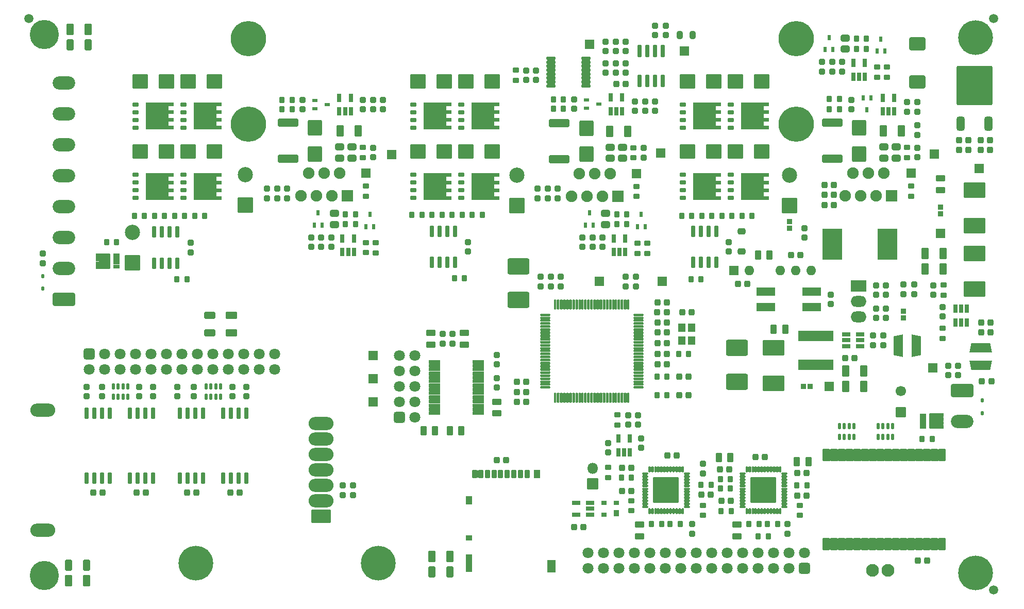
<source format=gts>
%TF.GenerationSoftware,KiCad,Pcbnew,7.0.1*%
%TF.CreationDate,2023-11-30T10:22:41+01:00*%
%TF.ProjectId,current3x3A_Artiq,63757272-656e-4743-9378-33415f417274,rev?*%
%TF.SameCoordinates,Original*%
%TF.FileFunction,Soldermask,Top*%
%TF.FilePolarity,Negative*%
%FSLAX46Y46*%
G04 Gerber Fmt 4.6, Leading zero omitted, Abs format (unit mm)*
G04 Created by KiCad (PCBNEW 7.0.1) date 2023-11-30 10:22:41*
%MOMM*%
%LPD*%
G01*
G04 APERTURE LIST*
G04 Aperture macros list*
%AMRoundRect*
0 Rectangle with rounded corners*
0 $1 Rounding radius*
0 $2 $3 $4 $5 $6 $7 $8 $9 X,Y pos of 4 corners*
0 Add a 4 corners polygon primitive as box body*
4,1,4,$2,$3,$4,$5,$6,$7,$8,$9,$2,$3,0*
0 Add four circle primitives for the rounded corners*
1,1,$1+$1,$2,$3*
1,1,$1+$1,$4,$5*
1,1,$1+$1,$6,$7*
1,1,$1+$1,$8,$9*
0 Add four rect primitives between the rounded corners*
20,1,$1+$1,$2,$3,$4,$5,0*
20,1,$1+$1,$4,$5,$6,$7,0*
20,1,$1+$1,$6,$7,$8,$9,0*
20,1,$1+$1,$8,$9,$2,$3,0*%
%AMFreePoly0*
4,1,17,2.675000,1.605000,1.875000,1.605000,1.875000,0.935000,2.675000,0.935000,2.675000,0.335000,1.875000,0.335000,1.875000,-0.335000,2.675000,-0.335000,2.675000,-0.935000,1.875000,-0.935000,1.875000,-1.605000,2.675000,-1.605000,2.675000,-2.205000,-1.875000,-2.205000,-1.875000,2.205000,2.675000,2.205000,2.675000,1.605000,2.675000,1.605000,$1*%
%AMFreePoly1*
4,1,15,1.827885,0.766502,1.846291,0.743898,1.848963,0.714870,1.548963,-0.735130,1.531571,-0.763772,1.500000,-0.775000,-1.500000,-0.775000,-1.531571,-0.763772,-1.548963,-0.735130,-1.848963,0.714870,-1.846291,0.743898,-1.827885,0.766502,-1.800000,0.775000,1.800000,0.775000,1.827885,0.766502,1.827885,0.766502,$1*%
%AMFreePoly2*
4,1,15,1.531571,0.763772,1.548963,0.735130,1.848963,-0.714870,1.846291,-0.743898,1.827885,-0.766502,1.800000,-0.775000,-1.800000,-0.775000,-1.827885,-0.766502,-1.846291,-0.743898,-1.848963,-0.714870,-1.548963,0.735130,-1.531571,0.763772,-1.500000,0.775000,1.500000,0.775000,1.531571,0.763772,1.531571,0.763772,$1*%
%AMFreePoly3*
4,1,37,1.430355,1.220355,1.445000,1.185000,1.445000,0.765000,1.430355,0.729645,1.395000,0.715000,0.905000,0.715000,0.905000,0.585000,1.395000,0.585000,1.430355,0.570355,1.445000,0.535000,1.445000,0.115000,1.430355,0.079645,1.395000,0.065000,0.905000,0.065000,0.905000,-0.065000,1.395000,-0.065000,1.430355,-0.079645,1.445000,-0.115000,1.445000,-0.535000,1.430355,-0.570355,
1.395000,-0.585000,0.905000,-0.585000,0.905000,-0.715000,1.395000,-0.715000,1.430355,-0.729645,1.445000,-0.765000,1.445000,-1.185000,1.430355,-1.220355,1.395000,-1.235000,-0.855000,-1.235000,-0.890355,-1.220355,-0.905000,-1.185000,-0.905000,1.185000,-0.890355,1.220355,-0.855000,1.235000,1.395000,1.235000,1.430355,1.220355,1.430355,1.220355,$1*%
G04 Aperture macros list end*
%ADD10RoundRect,0.275000X0.250000X-0.225000X0.250000X0.225000X-0.250000X0.225000X-0.250000X-0.225000X0*%
%ADD11RoundRect,0.200000X-0.150000X0.750000X-0.150000X-0.750000X0.150000X-0.750000X0.150000X0.750000X0*%
%ADD12RoundRect,0.250000X0.200000X0.275000X-0.200000X0.275000X-0.200000X-0.275000X0.200000X-0.275000X0*%
%ADD13RoundRect,0.268750X0.256250X-0.218750X0.256250X0.218750X-0.256250X0.218750X-0.256250X-0.218750X0*%
%ADD14RoundRect,0.275000X-0.250000X0.225000X-0.250000X-0.225000X0.250000X-0.225000X0.250000X0.225000X0*%
%ADD15RoundRect,0.200000X0.150000X-0.512500X0.150000X0.512500X-0.150000X0.512500X-0.150000X-0.512500X0*%
%ADD16RoundRect,0.050000X1.587500X2.475000X-1.587500X2.475000X-1.587500X-2.475000X1.587500X-2.475000X0*%
%ADD17RoundRect,0.050000X-0.750000X-0.750000X0.750000X-0.750000X0.750000X0.750000X-0.750000X0.750000X0*%
%ADD18RoundRect,0.250000X0.275000X-0.200000X0.275000X0.200000X-0.275000X0.200000X-0.275000X-0.200000X0*%
%ADD19RoundRect,0.268750X-0.218750X-0.256250X0.218750X-0.256250X0.218750X0.256250X-0.218750X0.256250X0*%
%ADD20RoundRect,0.275000X-0.225000X-0.250000X0.225000X-0.250000X0.225000X0.250000X-0.225000X0.250000X0*%
%ADD21C,2.100000*%
%ADD22RoundRect,0.050000X-1.714500X1.206500X-1.714500X-1.206500X1.714500X-1.206500X1.714500X1.206500X0*%
%ADD23RoundRect,0.300000X-0.900000X1.000000X-0.900000X-1.000000X0.900000X-1.000000X0.900000X1.000000X0*%
%ADD24RoundRect,0.050000X1.500000X0.600000X-1.500000X0.600000X-1.500000X-0.600000X1.500000X-0.600000X0*%
%ADD25RoundRect,0.300000X-0.325000X-0.650000X0.325000X-0.650000X0.325000X0.650000X-0.325000X0.650000X0*%
%ADD26RoundRect,0.200000X0.150000X-0.725000X0.150000X0.725000X-0.150000X0.725000X-0.150000X-0.725000X0*%
%ADD27RoundRect,0.300000X0.475000X-0.250000X0.475000X0.250000X-0.475000X0.250000X-0.475000X-0.250000X0*%
%ADD28RoundRect,0.275000X0.225000X0.250000X-0.225000X0.250000X-0.225000X-0.250000X0.225000X-0.250000X0*%
%ADD29RoundRect,0.250000X-0.200000X-0.275000X0.200000X-0.275000X0.200000X0.275000X-0.200000X0.275000X0*%
%ADD30RoundRect,0.162500X-0.112500X0.187500X-0.112500X-0.187500X0.112500X-0.187500X0.112500X0.187500X0*%
%ADD31RoundRect,0.300000X-0.312500X-0.625000X0.312500X-0.625000X0.312500X0.625000X-0.312500X0.625000X0*%
%ADD32RoundRect,0.050000X0.875000X0.225000X-0.875000X0.225000X-0.875000X-0.225000X0.875000X-0.225000X0*%
%ADD33RoundRect,0.050000X0.750000X0.750000X-0.750000X0.750000X-0.750000X-0.750000X0.750000X-0.750000X0*%
%ADD34RoundRect,0.275000X-0.375000X0.225000X-0.375000X-0.225000X0.375000X-0.225000X0.375000X0.225000X0*%
%ADD35RoundRect,0.300000X0.325000X0.650000X-0.325000X0.650000X-0.325000X-0.650000X0.325000X-0.650000X0*%
%ADD36RoundRect,0.112500X0.062500X-0.375000X0.062500X0.375000X-0.062500X0.375000X-0.062500X-0.375000X0*%
%ADD37RoundRect,0.112500X0.375000X-0.062500X0.375000X0.062500X-0.375000X0.062500X-0.375000X-0.062500X0*%
%ADD38RoundRect,0.050000X2.050000X-2.050000X2.050000X2.050000X-2.050000X2.050000X-2.050000X-2.050000X0*%
%ADD39RoundRect,0.250000X-0.275000X0.200000X-0.275000X-0.200000X0.275000X-0.200000X0.275000X0.200000X0*%
%ADD40RoundRect,0.300000X1.425000X-0.362500X1.425000X0.362500X-1.425000X0.362500X-1.425000X-0.362500X0*%
%ADD41RoundRect,0.300000X0.250000X0.475000X-0.250000X0.475000X-0.250000X-0.475000X0.250000X-0.475000X0*%
%ADD42RoundRect,0.300000X-0.450000X0.262500X-0.450000X-0.262500X0.450000X-0.262500X0.450000X0.262500X0*%
%ADD43RoundRect,0.150000X0.637500X0.100000X-0.637500X0.100000X-0.637500X-0.100000X0.637500X-0.100000X0*%
%ADD44RoundRect,0.300000X-0.475000X0.250000X-0.475000X-0.250000X0.475000X-0.250000X0.475000X0.250000X0*%
%ADD45C,1.500000*%
%ADD46C,5.700000*%
%ADD47FreePoly0,0.000000*%
%ADD48RoundRect,0.050000X-0.425000X-0.250000X0.425000X-0.250000X0.425000X0.250000X-0.425000X0.250000X0*%
%ADD49RoundRect,0.300000X0.650000X-0.325000X0.650000X0.325000X-0.650000X0.325000X-0.650000X-0.325000X0*%
%ADD50RoundRect,0.300000X1.000000X0.900000X-1.000000X0.900000X-1.000000X-0.900000X1.000000X-0.900000X0*%
%ADD51RoundRect,0.050000X-0.750000X0.750000X-0.750000X-0.750000X0.750000X-0.750000X0.750000X0.750000X0*%
%ADD52FreePoly1,270.000000*%
%ADD53FreePoly2,270.000000*%
%ADD54RoundRect,0.300000X0.625000X-0.312500X0.625000X0.312500X-0.625000X0.312500X-0.625000X-0.312500X0*%
%ADD55RoundRect,0.050000X0.225000X0.350000X-0.225000X0.350000X-0.225000X-0.350000X0.225000X-0.350000X0*%
%ADD56RoundRect,0.300000X-0.250000X-0.475000X0.250000X-0.475000X0.250000X0.475000X-0.250000X0.475000X0*%
%ADD57RoundRect,0.050000X0.350000X0.500000X-0.350000X0.500000X-0.350000X-0.500000X0.350000X-0.500000X0*%
%ADD58RoundRect,0.050000X0.350000X0.300000X-0.350000X0.300000X-0.350000X-0.300000X0.350000X-0.300000X0*%
%ADD59C,4.800000*%
%ADD60RoundRect,0.050000X-0.225000X-0.350000X0.225000X-0.350000X0.225000X0.350000X-0.225000X0.350000X0*%
%ADD61RoundRect,0.050000X-0.350000X-0.600000X0.350000X-0.600000X0.350000X0.600000X-0.350000X0.600000X0*%
%ADD62RoundRect,0.050000X-0.500000X-0.400000X0.500000X-0.400000X0.500000X0.400000X-0.500000X0.400000X0*%
%ADD63RoundRect,0.050000X-0.500000X-0.600000X0.500000X-0.600000X0.500000X0.600000X-0.500000X0.600000X0*%
%ADD64RoundRect,0.050000X-0.500000X-1.400000X0.500000X-1.400000X0.500000X1.400000X-0.500000X1.400000X0*%
%ADD65RoundRect,0.050000X-0.650000X-0.950000X0.650000X-0.950000X0.650000X0.950000X-0.650000X0.950000X0*%
%ADD66RoundRect,0.050000X-0.533400X0.939800X-0.533400X-0.939800X0.533400X-0.939800X0.533400X0.939800X0*%
%ADD67RoundRect,0.050000X-0.200000X0.450000X-0.200000X-0.450000X0.200000X-0.450000X0.200000X0.450000X0*%
%ADD68RoundRect,0.050000X0.200000X-0.450000X0.200000X0.450000X-0.200000X0.450000X-0.200000X-0.450000X0*%
%ADD69RoundRect,0.200000X0.512500X0.150000X-0.512500X0.150000X-0.512500X-0.150000X0.512500X-0.150000X0*%
%ADD70RoundRect,0.300000X-1.025000X0.787500X-1.025000X-0.787500X1.025000X-0.787500X1.025000X0.787500X0*%
%ADD71RoundRect,0.299999X1.500001X-1.025001X1.500001X1.025001X-1.500001X1.025001X-1.500001X-1.025001X0*%
%ADD72RoundRect,0.200000X-0.150000X0.825000X-0.150000X-0.825000X0.150000X-0.825000X0.150000X0.825000X0*%
%ADD73RoundRect,0.300000X0.450000X-0.262500X0.450000X0.262500X-0.450000X0.262500X-0.450000X-0.262500X0*%
%ADD74RoundRect,0.268750X0.218750X0.381250X-0.218750X0.381250X-0.218750X-0.381250X0.218750X-0.381250X0*%
%ADD75RoundRect,0.050000X0.495000X0.210000X-0.495000X0.210000X-0.495000X-0.210000X0.495000X-0.210000X0*%
%ADD76RoundRect,0.050000X0.500000X0.210000X-0.500000X0.210000X-0.500000X-0.210000X0.500000X-0.210000X0*%
%ADD77FreePoly3,180.000000*%
%ADD78RoundRect,0.125000X0.725000X0.075000X-0.725000X0.075000X-0.725000X-0.075000X0.725000X-0.075000X0*%
%ADD79RoundRect,0.125000X0.075000X0.725000X-0.075000X0.725000X-0.075000X-0.725000X0.075000X-0.725000X0*%
%ADD80RoundRect,0.050000X-0.350000X0.225000X-0.350000X-0.225000X0.350000X-0.225000X0.350000X0.225000X0*%
%ADD81RoundRect,0.050000X-0.550000X0.650000X-0.550000X-0.650000X0.550000X-0.650000X0.550000X0.650000X0*%
%ADD82RoundRect,0.050000X-0.400000X-0.400000X0.400000X-0.400000X0.400000X0.400000X-0.400000X0.400000X0*%
%ADD83RoundRect,0.050000X-0.495000X-0.210000X0.495000X-0.210000X0.495000X0.210000X-0.495000X0.210000X0*%
%ADD84RoundRect,0.050000X-0.500000X-0.210000X0.500000X-0.210000X0.500000X0.210000X-0.500000X0.210000X0*%
%ADD85FreePoly3,0.000000*%
%ADD86RoundRect,0.300000X0.350000X-0.850000X0.350000X0.850000X-0.350000X0.850000X-0.350000X-0.850000X0*%
%ADD87RoundRect,0.299997X2.650003X-2.950003X2.650003X2.950003X-2.650003X2.950003X-2.650003X-2.950003X0*%
%ADD88FreePoly1,180.000000*%
%ADD89FreePoly2,180.000000*%
%ADD90RoundRect,0.050000X2.850000X-0.800000X2.850000X0.800000X-2.850000X0.800000X-2.850000X-0.800000X0*%
%ADD91RoundRect,0.050000X0.400000X0.400000X-0.400000X0.400000X-0.400000X-0.400000X0.400000X-0.400000X0*%
%ADD92RoundRect,0.050000X0.400000X-0.400000X0.400000X0.400000X-0.400000X0.400000X-0.400000X-0.400000X0*%
%ADD93RoundRect,0.268750X-0.256250X0.218750X-0.256250X-0.218750X0.256250X-0.218750X0.256250X0.218750X0*%
%ADD94RoundRect,0.299999X-1.500001X1.025001X-1.500001X-1.025001X1.500001X-1.025001X1.500001X1.025001X0*%
%ADD95RoundRect,0.050000X1.200000X-1.200000X1.200000X1.200000X-1.200000X1.200000X-1.200000X-1.200000X0*%
%ADD96C,2.500000*%
%ADD97RoundRect,0.300000X-0.600000X0.600000X-0.600000X-0.600000X0.600000X-0.600000X0.600000X0.600000X0*%
%ADD98C,1.800000*%
%ADD99RoundRect,0.299999X-1.550001X0.790001X-1.550001X-0.790001X1.550001X-0.790001X1.550001X0.790001X0*%
%ADD100O,3.700000X2.180000*%
%ADD101C,5.800000*%
%ADD102RoundRect,0.050000X-0.850000X-0.850000X0.850000X-0.850000X0.850000X0.850000X-0.850000X0.850000X0*%
%ADD103O,1.800000X1.800000*%
%ADD104RoundRect,0.300000X0.600000X-0.600000X0.600000X0.600000X-0.600000X0.600000X-0.600000X-0.600000X0*%
%ADD105RoundRect,0.050000X0.900000X0.900000X-0.900000X0.900000X-0.900000X-0.900000X0.900000X-0.900000X0*%
%ADD106O,1.900000X1.900000*%
%ADD107RoundRect,0.299999X1.550001X-0.790001X1.550001X0.790001X-1.550001X0.790001X-1.550001X-0.790001X0*%
%ADD108RoundRect,0.300000X-0.600000X-0.600000X0.600000X-0.600000X0.600000X0.600000X-0.600000X0.600000X0*%
%ADD109O,1.600000X1.600000*%
%ADD110RoundRect,0.050000X-1.250000X0.850000X-1.250000X-0.850000X1.250000X-0.850000X1.250000X0.850000X0*%
%ADD111O,2.600000X1.800000*%
%ADD112RoundRect,0.101600X1.500000X0.975000X-1.500000X0.975000X-1.500000X-0.975000X1.500000X-0.975000X0*%
%ADD113O,4.103200X2.153200*%
%ADD114RoundRect,0.050000X0.800000X-0.800000X0.800000X0.800000X-0.800000X0.800000X-0.800000X-0.800000X0*%
%ADD115C,1.700000*%
G04 APERTURE END LIST*
D10*
%TO.C,C93*%
X111760000Y-77610000D03*
X111760000Y-76060000D03*
%TD*%
%TO.C,C121*%
X103886000Y-18047000D03*
X103886000Y-16497000D03*
%TD*%
%TO.C,C4*%
X68961000Y-56274000D03*
X68961000Y-54724000D03*
%TD*%
D11*
%TO.C,U29*%
X14276000Y-67739000D03*
X13006000Y-67739000D03*
X11736000Y-67739000D03*
X10466000Y-67739000D03*
X10466000Y-78389000D03*
X11736000Y-78389000D03*
X13006000Y-78389000D03*
X14276000Y-78389000D03*
%TD*%
D12*
%TO.C,R35*%
X23304000Y-35306000D03*
X21654000Y-35306000D03*
%TD*%
D13*
%TO.C,D32*%
X34469000Y-64961500D03*
X34469000Y-63386500D03*
%TD*%
D14*
%TO.C,C23*%
X84328000Y-11417000D03*
X84328000Y-12967000D03*
%TD*%
D15*
%TO.C,U27*%
X141290000Y-18155500D03*
X142240000Y-18155500D03*
X143190000Y-18155500D03*
X143190000Y-15880500D03*
X141290000Y-15880500D03*
%TD*%
D16*
%TO.C,L9*%
X142048500Y-40005000D03*
X133033500Y-40005000D03*
%TD*%
D17*
%TO.C,DACIN3*%
X145923000Y-28321000D03*
%TD*%
%TO.C,P6V1*%
X150749000Y-38227000D03*
%TD*%
D10*
%TO.C,C13*%
X103889000Y-5601000D03*
X103889000Y-4051000D03*
%TD*%
D18*
%TO.C,R55*%
X100838000Y-32117000D03*
X100838000Y-30467000D03*
%TD*%
D19*
%TO.C,L2*%
X104241500Y-51181000D03*
X105816500Y-51181000D03*
%TD*%
D14*
%TO.C,C146*%
X95250000Y-38849000D03*
X95250000Y-40399000D03*
%TD*%
D20*
%TO.C,C99*%
X111493000Y-81153000D03*
X113043000Y-81153000D03*
%TD*%
D21*
%TO.C,GND1*%
X139573000Y-93599000D03*
X142113000Y-93599000D03*
%TD*%
D15*
%TO.C,U8*%
X97856000Y-74162500D03*
X98806000Y-74162500D03*
X99756000Y-74162500D03*
X99756000Y-71887500D03*
X97856000Y-71887500D03*
%TD*%
D22*
%TO.C,L11*%
X156337000Y-31115000D03*
X156337000Y-36957000D03*
%TD*%
D12*
%TO.C,R63*%
X99250000Y-35052000D03*
X97600000Y-35052000D03*
%TD*%
D23*
%TO.C,D19*%
X92583000Y-20887000D03*
X92583000Y-25187000D03*
%TD*%
D24*
%TO.C,L3*%
X129607000Y-50272000D03*
X129607000Y-47772000D03*
X122107000Y-47772000D03*
X122107000Y-50272000D03*
%TD*%
D14*
%TO.C,C33*%
X88392000Y-45326000D03*
X88392000Y-46876000D03*
%TD*%
D18*
%TO.C,R73*%
X145923000Y-32067000D03*
X145923000Y-30417000D03*
%TD*%
D11*
%TO.C,U32*%
X29643000Y-67739000D03*
X28373000Y-67739000D03*
X27103000Y-67739000D03*
X25833000Y-67739000D03*
X25833000Y-78389000D03*
X27103000Y-78389000D03*
X28373000Y-78389000D03*
X29643000Y-78389000D03*
%TD*%
D10*
%TO.C,C83*%
X140175000Y-52106000D03*
X140175000Y-50556000D03*
%TD*%
D20*
%TO.C,C94*%
X127241000Y-81280000D03*
X128791000Y-81280000D03*
%TD*%
D14*
%TO.C,C70*%
X149606000Y-46723000D03*
X149606000Y-48273000D03*
%TD*%
D10*
%TO.C,C54*%
X144653000Y-48146000D03*
X144653000Y-46596000D03*
%TD*%
D25*
%TO.C,C1*%
X7796000Y-4699000D03*
X10746000Y-4699000D03*
%TD*%
D26*
%TO.C,U17*%
X21590000Y-43088000D03*
X22860000Y-43088000D03*
X24130000Y-43088000D03*
X25400000Y-43088000D03*
X25400000Y-37938000D03*
X24130000Y-37938000D03*
X22860000Y-37938000D03*
X21590000Y-37938000D03*
%TD*%
D27*
%TO.C,C3*%
X67056000Y-56449000D03*
X67056000Y-54549000D03*
%TD*%
D20*
%TO.C,C61*%
X157467000Y-52832000D03*
X159017000Y-52832000D03*
%TD*%
D12*
%TO.C,R53*%
X68897000Y-35179000D03*
X67247000Y-35179000D03*
%TD*%
D20*
%TO.C,C30*%
X108318000Y-51181000D03*
X109868000Y-51181000D03*
%TD*%
D28*
%TO.C,C138*%
X133236000Y-30226000D03*
X131686000Y-30226000D03*
%TD*%
D29*
%TO.C,R83*%
X136970000Y-7874000D03*
X138620000Y-7874000D03*
%TD*%
%TO.C,R65*%
X97600000Y-36703000D03*
X99250000Y-36703000D03*
%TD*%
D19*
%TO.C,L6*%
X157581500Y-62484000D03*
X159156500Y-62484000D03*
%TD*%
D20*
%TO.C,C18*%
X97526000Y-13656000D03*
X99076000Y-13656000D03*
%TD*%
D30*
%TO.C,D2*%
X157607000Y-65625000D03*
X157607000Y-67725000D03*
%TD*%
D31*
%TO.C,R1*%
X7808500Y-7239000D03*
X10733500Y-7239000D03*
%TD*%
D32*
%TO.C,U2*%
X74847000Y-67725000D03*
X74847000Y-67075000D03*
X74847000Y-66425000D03*
X74847000Y-65775000D03*
X74847000Y-65125000D03*
X74847000Y-64475000D03*
X74847000Y-63825000D03*
X74847000Y-63175000D03*
X74847000Y-62525000D03*
X74847000Y-61875000D03*
X74847000Y-61225000D03*
X74847000Y-60575000D03*
X74847000Y-59925000D03*
X74847000Y-59275000D03*
X67647000Y-59275000D03*
X67647000Y-59925000D03*
X67647000Y-60575000D03*
X67647000Y-61225000D03*
X67647000Y-61875000D03*
X67647000Y-62525000D03*
X67647000Y-63175000D03*
X67647000Y-63825000D03*
X67647000Y-64475000D03*
X67647000Y-65125000D03*
X67647000Y-65775000D03*
X67647000Y-66425000D03*
X67647000Y-67075000D03*
X67647000Y-67725000D03*
%TD*%
D33*
%TO.C,VREF1*%
X108712000Y-8255000D03*
%TD*%
D18*
%TO.C,R38*%
X55880000Y-25717000D03*
X55880000Y-24067000D03*
%TD*%
D28*
%TO.C,C50*%
X79388000Y-75438000D03*
X77838000Y-75438000D03*
%TD*%
D14*
%TO.C,C22*%
X97412000Y-10214000D03*
X97412000Y-11764000D03*
%TD*%
D34*
%TO.C,D3*%
X118110000Y-37847000D03*
X118110000Y-41147000D03*
%TD*%
D18*
%TO.C,R46*%
X56388000Y-41338000D03*
X56388000Y-39688000D03*
%TD*%
D13*
%TO.C,D34*%
X19102000Y-64961500D03*
X19102000Y-63386500D03*
%TD*%
D25*
%TO.C,C124*%
X96442000Y-21386000D03*
X99392000Y-21386000D03*
%TD*%
D35*
%TO.C,C76*%
X151208000Y-44069000D03*
X148258000Y-44069000D03*
%TD*%
D12*
%TO.C,R67*%
X111442000Y-45720000D03*
X109792000Y-45720000D03*
%TD*%
D14*
%TO.C,C56*%
X152019000Y-59944000D03*
X152019000Y-61494000D03*
%TD*%
D36*
%TO.C,U15*%
X102914000Y-83828500D03*
X103414000Y-83828500D03*
X103914000Y-83828500D03*
X104414000Y-83828500D03*
X104914000Y-83828500D03*
X105414000Y-83828500D03*
X105914000Y-83828500D03*
X106414000Y-83828500D03*
X106914000Y-83828500D03*
X107414000Y-83828500D03*
X107914000Y-83828500D03*
X108414000Y-83828500D03*
D37*
X109101500Y-83141000D03*
X109101500Y-82641000D03*
X109101500Y-82141000D03*
X109101500Y-81641000D03*
X109101500Y-81141000D03*
X109101500Y-80641000D03*
X109101500Y-80141000D03*
X109101500Y-79641000D03*
X109101500Y-79141000D03*
X109101500Y-78641000D03*
X109101500Y-78141000D03*
X109101500Y-77641000D03*
D36*
X108414000Y-76953500D03*
X107914000Y-76953500D03*
X107414000Y-76953500D03*
X106914000Y-76953500D03*
X106414000Y-76953500D03*
X105914000Y-76953500D03*
X105414000Y-76953500D03*
X104914000Y-76953500D03*
X104414000Y-76953500D03*
X103914000Y-76953500D03*
X103414000Y-76953500D03*
X102914000Y-76953500D03*
D37*
X102226500Y-77641000D03*
X102226500Y-78141000D03*
X102226500Y-78641000D03*
X102226500Y-79141000D03*
X102226500Y-79641000D03*
X102226500Y-80141000D03*
X102226500Y-80641000D03*
X102226500Y-81141000D03*
X102226500Y-81641000D03*
X102226500Y-82141000D03*
X102226500Y-82641000D03*
X102226500Y-83141000D03*
D38*
X105664000Y-80391000D03*
%TD*%
D17*
%TO.C,A_SPAN1*%
X105029000Y-46101000D03*
%TD*%
D28*
%TO.C,C52*%
X148603000Y-91948000D03*
X147053000Y-91948000D03*
%TD*%
D12*
%TO.C,R23*%
X124015000Y-85979000D03*
X122365000Y-85979000D03*
%TD*%
D14*
%TO.C,C111*%
X45974000Y-16243000D03*
X45974000Y-17793000D03*
%TD*%
D39*
%TO.C,R10*%
X97663000Y-68009000D03*
X97663000Y-69659000D03*
%TD*%
D20*
%TO.C,C66*%
X153784000Y-24511000D03*
X155334000Y-24511000D03*
%TD*%
D12*
%TO.C,R18*%
X122491000Y-88011000D03*
X120841000Y-88011000D03*
%TD*%
D40*
%TO.C,R61*%
X88138000Y-25999500D03*
X88138000Y-20074500D03*
%TD*%
D29*
%TO.C,R51*%
X63945000Y-35179000D03*
X65595000Y-35179000D03*
%TD*%
D41*
%TO.C,C64*%
X122705500Y-41783000D03*
X120805500Y-41783000D03*
%TD*%
D14*
%TO.C,C89*%
X109982000Y-85966000D03*
X109982000Y-87516000D03*
%TD*%
D28*
%TO.C,C65*%
X127775000Y-41783000D03*
X126225000Y-41783000D03*
%TD*%
D42*
%TO.C,R75*%
X143510000Y-23979500D03*
X143510000Y-25804500D03*
%TD*%
D29*
%TO.C,R26*%
X111443000Y-79502000D03*
X113093000Y-79502000D03*
%TD*%
D12*
%TO.C,R29*%
X108013000Y-85979000D03*
X106363000Y-85979000D03*
%TD*%
D28*
%TO.C,C97*%
X99962000Y-76708000D03*
X98412000Y-76708000D03*
%TD*%
D43*
%TO.C,U4*%
X92524500Y-13959000D03*
X92524500Y-13309000D03*
X92524500Y-12659000D03*
X92524500Y-12009000D03*
X92524500Y-11359000D03*
X92524500Y-10709000D03*
X92524500Y-10059000D03*
X92524500Y-9409000D03*
X86799500Y-9409000D03*
X86799500Y-10059000D03*
X86799500Y-10709000D03*
X86799500Y-11359000D03*
X86799500Y-12009000D03*
X86799500Y-12659000D03*
X86799500Y-13309000D03*
X86799500Y-13959000D03*
%TD*%
D44*
%TO.C,C100*%
X117348000Y-86045000D03*
X117348000Y-87945000D03*
%TD*%
D14*
%TO.C,C129*%
X115951000Y-39611000D03*
X115951000Y-41161000D03*
%TD*%
D12*
%TO.C,R70*%
X119824000Y-35306000D03*
X118174000Y-35306000D03*
%TD*%
D42*
%TO.C,R58*%
X96520000Y-24029500D03*
X96520000Y-25854500D03*
%TD*%
D45*
%TO.C,FID2*%
X159512000Y-2921000D03*
%TD*%
D46*
%TO.C,H6*%
X58400000Y-92400000D03*
%TD*%
D25*
%TO.C,C77*%
X135177000Y-63373000D03*
X138127000Y-63373000D03*
%TD*%
D28*
%TO.C,C36*%
X105804000Y-49530000D03*
X104254000Y-49530000D03*
%TD*%
D14*
%TO.C,C49*%
X101600000Y-71869000D03*
X101600000Y-73419000D03*
%TD*%
D12*
%TO.C,R45*%
X54673000Y-35052000D03*
X53023000Y-35052000D03*
%TD*%
D14*
%TO.C,C135*%
X136144000Y-16243000D03*
X136144000Y-17793000D03*
%TD*%
D44*
%TO.C,C8*%
X72517000Y-54549000D03*
X72517000Y-56449000D03*
%TD*%
D12*
%TO.C,R25*%
X100012000Y-78359000D03*
X98362000Y-78359000D03*
%TD*%
D14*
%TO.C,C62*%
X139700000Y-54978000D03*
X139700000Y-56528000D03*
%TD*%
D31*
%TO.C,R32*%
X67244500Y-93853000D03*
X70169500Y-93853000D03*
%TD*%
D47*
%TO.C,T2*%
X22113000Y-30480000D03*
D48*
X18563000Y-28575000D03*
X18563000Y-29845000D03*
X18563000Y-31115000D03*
X18563000Y-32385000D03*
%TD*%
D14*
%TO.C,C106*%
X27559000Y-39747500D03*
X27559000Y-41297500D03*
%TD*%
D10*
%TO.C,C85*%
X141826000Y-52106000D03*
X141826000Y-50556000D03*
%TD*%
D18*
%TO.C,R7*%
X81026000Y-13017000D03*
X81026000Y-11367000D03*
%TD*%
D29*
%TO.C,R31*%
X25337000Y-45729500D03*
X26987000Y-45729500D03*
%TD*%
D41*
%TO.C,C101*%
X116266000Y-75057000D03*
X114366000Y-75057000D03*
%TD*%
D49*
%TO.C,C37*%
X34290000Y-54561000D03*
X34290000Y-51611000D03*
%TD*%
D20*
%TO.C,C72*%
X157340000Y-22860000D03*
X158890000Y-22860000D03*
%TD*%
D10*
%TO.C,C130*%
X146939000Y-18174000D03*
X146939000Y-16624000D03*
%TD*%
%TO.C,C107*%
X55880000Y-17793000D03*
X55880000Y-16243000D03*
%TD*%
%TO.C,C105*%
X57531000Y-17793000D03*
X57531000Y-16243000D03*
%TD*%
D20*
%TO.C,C90*%
X107810000Y-61722000D03*
X109360000Y-61722000D03*
%TD*%
D12*
%TO.C,R81*%
X138620000Y-6223000D03*
X136970000Y-6223000D03*
%TD*%
D50*
%TO.C,D22*%
X121403000Y-24765000D03*
X117103000Y-24765000D03*
%TD*%
D51*
%TO.C,P5V1*%
X157099000Y-27508200D03*
%TD*%
D28*
%TO.C,C137*%
X133236000Y-31877000D03*
X131686000Y-31877000D03*
%TD*%
D14*
%TO.C,C79*%
X141826000Y-46746000D03*
X141826000Y-48296000D03*
%TD*%
%TO.C,C42*%
X99441000Y-68059000D03*
X99441000Y-69609000D03*
%TD*%
%TO.C,C25*%
X82677000Y-11417000D03*
X82677000Y-12967000D03*
%TD*%
D52*
%TO.C,L5*%
X143862000Y-56642000D03*
D53*
X146812000Y-56642000D03*
%TD*%
D39*
%TO.C,R37*%
X56388000Y-30417000D03*
X56388000Y-32067000D03*
%TD*%
D17*
%TO.C,CUR1*%
X60579000Y-25273000D03*
%TD*%
D44*
%TO.C,C10*%
X77851000Y-65852000D03*
X77851000Y-67752000D03*
%TD*%
D15*
%TO.C,U19*%
X52009000Y-18155500D03*
X52959000Y-18155500D03*
X53909000Y-18155500D03*
X53909000Y-15880500D03*
X52009000Y-15880500D03*
%TD*%
D39*
%TO.C,R62*%
X102616000Y-39815000D03*
X102616000Y-41465000D03*
%TD*%
D10*
%TO.C,C110*%
X57531000Y-25667000D03*
X57531000Y-24117000D03*
%TD*%
D50*
%TO.C,D9*%
X31487000Y-13208000D03*
X27187000Y-13208000D03*
%TD*%
D20*
%TO.C,C38*%
X104254000Y-59690000D03*
X105804000Y-59690000D03*
%TD*%
D54*
%TO.C,R3*%
X30734000Y-54548500D03*
X30734000Y-51623500D03*
%TD*%
D28*
%TO.C,C74*%
X158890000Y-24511000D03*
X157340000Y-24511000D03*
%TD*%
D47*
%TO.C,T7*%
X75580000Y-18923000D03*
D48*
X72030000Y-17018000D03*
X72030000Y-18288000D03*
X72030000Y-19558000D03*
X72030000Y-20828000D03*
%TD*%
D25*
%TO.C,C2*%
X7542000Y-95250000D03*
X10492000Y-95250000D03*
%TD*%
D14*
%TO.C,C71*%
X128397000Y-37325000D03*
X128397000Y-38875000D03*
%TD*%
D55*
%TO.C,D24*%
X139334000Y-15891000D03*
X138034000Y-15891000D03*
X138684000Y-17891000D03*
%TD*%
D10*
%TO.C,C148*%
X132969000Y-11570000D03*
X132969000Y-10020000D03*
%TD*%
D28*
%TO.C,C67*%
X155334000Y-22860000D03*
X153784000Y-22860000D03*
%TD*%
D12*
%TO.C,R77*%
X134175000Y-17780000D03*
X132525000Y-17780000D03*
%TD*%
D56*
%TO.C,C102*%
X127193000Y-75692000D03*
X129093000Y-75692000D03*
%TD*%
D29*
%TO.C,R54*%
X70549000Y-35179000D03*
X72199000Y-35179000D03*
%TD*%
D45*
%TO.C,FID1*%
X1016000Y-2921000D03*
%TD*%
D14*
%TO.C,C60*%
X141351000Y-54978000D03*
X141351000Y-56528000D03*
%TD*%
D29*
%TO.C,R11*%
X147765000Y-72009000D03*
X149415000Y-72009000D03*
%TD*%
D17*
%TO.C,P12V1*%
X149479000Y-60325000D03*
%TD*%
D10*
%TO.C,C17*%
X95761000Y-8208000D03*
X95761000Y-6658000D03*
%TD*%
%TO.C,C55*%
X132715000Y-49797000D03*
X132715000Y-48247000D03*
%TD*%
D14*
%TO.C,C125*%
X84582000Y-30848000D03*
X84582000Y-32398000D03*
%TD*%
D57*
%TO.C,D5*%
X97520000Y-84189000D03*
D58*
X97520000Y-82489000D03*
X95520000Y-82489000D03*
X95520000Y-84389000D03*
%TD*%
D28*
%TO.C,C143*%
X28513000Y-80811000D03*
X26963000Y-80811000D03*
%TD*%
D14*
%TO.C,C123*%
X90551000Y-16166000D03*
X90551000Y-17716000D03*
%TD*%
D13*
%TO.C,D31*%
X13006000Y-64961500D03*
X13006000Y-63386500D03*
%TD*%
D14*
%TO.C,C118*%
X50673000Y-38849000D03*
X50673000Y-40399000D03*
%TD*%
D59*
%TO.C,H1*%
X3556000Y-5512000D03*
%TD*%
D60*
%TO.C,D12*%
X56373000Y-37068000D03*
X57673000Y-37068000D03*
X57023000Y-35068000D03*
%TD*%
D28*
%TO.C,C139*%
X133236000Y-33528000D03*
X131686000Y-33528000D03*
%TD*%
D60*
%TO.C,D29*%
X131811000Y-7985000D03*
X133111000Y-7985000D03*
X132461000Y-5985000D03*
%TD*%
D12*
%TO.C,R78*%
X134175000Y-16129000D03*
X132525000Y-16129000D03*
%TD*%
D10*
%TO.C,C7*%
X70612000Y-56274000D03*
X70612000Y-54724000D03*
%TD*%
%TO.C,C24*%
X99063000Y-8208000D03*
X99063000Y-6658000D03*
%TD*%
%TO.C,C122*%
X101981000Y-25717000D03*
X101981000Y-24167000D03*
%TD*%
D47*
%TO.C,T9*%
X119903000Y-30480000D03*
D48*
X116353000Y-28575000D03*
X116353000Y-29845000D03*
X116353000Y-31115000D03*
X116353000Y-32385000D03*
%TD*%
D39*
%TO.C,R80*%
X141986000Y-10859000D03*
X141986000Y-12509000D03*
%TD*%
D14*
%TO.C,C26*%
X95761000Y-10214000D03*
X95761000Y-11764000D03*
%TD*%
D61*
%TO.C,SD1*%
X82912000Y-77746000D03*
X81812000Y-77746000D03*
X80712000Y-77746000D03*
X79612000Y-77746000D03*
X78512000Y-77746000D03*
X77412000Y-77746000D03*
X76312000Y-77746000D03*
X75212000Y-77746000D03*
X74262000Y-77746000D03*
D62*
X73312000Y-88246000D03*
D63*
X73312000Y-82046000D03*
D64*
X73312000Y-92396000D03*
D63*
X84462000Y-77746000D03*
D65*
X86812000Y-92846000D03*
%TD*%
D10*
%TO.C,C44*%
X96139000Y-74168000D03*
X96139000Y-72618000D03*
%TD*%
D14*
%TO.C,C115*%
X41783000Y-30848000D03*
X41783000Y-32398000D03*
%TD*%
D50*
%TO.C,D17*%
X77080000Y-13208000D03*
X72780000Y-13208000D03*
%TD*%
D28*
%TO.C,C142*%
X20258000Y-80811000D03*
X18708000Y-80811000D03*
%TD*%
D47*
%TO.C,T4*%
X22098000Y-18923000D03*
D48*
X18548000Y-17018000D03*
X18548000Y-18288000D03*
X18548000Y-19558000D03*
X18548000Y-20828000D03*
%TD*%
D10*
%TO.C,C5*%
X77851000Y-63513000D03*
X77851000Y-61963000D03*
%TD*%
D66*
%TO.C,U7*%
X151003000Y-74594974D03*
X149733000Y-74594974D03*
X148463000Y-74594974D03*
X147193000Y-74594974D03*
X145923000Y-74594974D03*
X144653000Y-74594974D03*
X143383000Y-74594974D03*
X142113000Y-74594974D03*
X140843000Y-74594974D03*
X139573000Y-74594974D03*
X138303000Y-74594974D03*
X137033000Y-74594974D03*
X135763000Y-74594974D03*
X134493000Y-74594974D03*
X133223000Y-74594974D03*
X131953000Y-74594974D03*
X131953000Y-89235026D03*
X133223000Y-89235026D03*
X134493000Y-89235026D03*
X135763000Y-89235026D03*
X137033000Y-89235026D03*
X138303000Y-89235026D03*
X139573000Y-89235026D03*
X140843000Y-89235026D03*
X142113000Y-89235026D03*
X143383000Y-89235026D03*
X144653000Y-89235026D03*
X145923000Y-89235026D03*
X147193000Y-89235026D03*
X148463000Y-89235026D03*
X149733000Y-89235026D03*
X151003000Y-89235026D03*
%TD*%
D17*
%TO.C,RST2*%
X57531000Y-62103000D03*
%TD*%
D28*
%TO.C,C28*%
X105804000Y-54483000D03*
X104254000Y-54483000D03*
%TD*%
D56*
%TO.C,C11*%
X70170000Y-70612000D03*
X72070000Y-70612000D03*
%TD*%
D20*
%TO.C,C59*%
X157467000Y-54483000D03*
X159017000Y-54483000D03*
%TD*%
D67*
%TO.C,RN4*%
X32494000Y-63324000D03*
X31694000Y-63324000D03*
X30894000Y-63324000D03*
X30094000Y-63324000D03*
X30094000Y-65024000D03*
X30894000Y-65024000D03*
X31694000Y-65024000D03*
X32494000Y-65024000D03*
%TD*%
D10*
%TO.C,C145*%
X93599000Y-40399000D03*
X93599000Y-38849000D03*
%TD*%
D12*
%TO.C,R8*%
X109410000Y-58039000D03*
X107760000Y-58039000D03*
%TD*%
D40*
%TO.C,R43*%
X43561000Y-25949500D03*
X43561000Y-20024500D03*
%TD*%
D15*
%TO.C,U10*%
X153228000Y-52826500D03*
X154178000Y-52826500D03*
X155128000Y-52826500D03*
X155128000Y-50551500D03*
X154178000Y-50551500D03*
X153228000Y-50551500D03*
%TD*%
D20*
%TO.C,C58*%
X117462000Y-46482000D03*
X119012000Y-46482000D03*
%TD*%
D28*
%TO.C,C141*%
X13146000Y-80811000D03*
X11596000Y-80811000D03*
%TD*%
D42*
%TO.C,R76*%
X141478000Y-23979500D03*
X141478000Y-25804500D03*
%TD*%
D67*
%TO.C,RN3*%
X17254000Y-63324000D03*
X16454000Y-63324000D03*
X15654000Y-63324000D03*
X14854000Y-63324000D03*
X14854000Y-65024000D03*
X15654000Y-65024000D03*
X16454000Y-65024000D03*
X17254000Y-65024000D03*
%TD*%
D39*
%TO.C,R44*%
X57988200Y-39713400D03*
X57988200Y-41363400D03*
%TD*%
D10*
%TO.C,C39*%
X99060000Y-46876000D03*
X99060000Y-45326000D03*
%TD*%
D12*
%TO.C,R41*%
X44259000Y-17780000D03*
X42609000Y-17780000D03*
%TD*%
D25*
%TO.C,C136*%
X141400000Y-21336000D03*
X144350000Y-21336000D03*
%TD*%
D56*
%TO.C,C82*%
X123357600Y-53898800D03*
X125257600Y-53898800D03*
%TD*%
D14*
%TO.C,C114*%
X43434000Y-30848000D03*
X43434000Y-32398000D03*
%TD*%
D12*
%TO.C,R34*%
X29908000Y-35306000D03*
X28258000Y-35306000D03*
%TD*%
D30*
%TO.C,D4*%
X3302000Y-45178000D03*
X3302000Y-47278000D03*
%TD*%
D11*
%TO.C,U31*%
X21388000Y-67739000D03*
X20118000Y-67739000D03*
X18848000Y-67739000D03*
X17578000Y-67739000D03*
X17578000Y-78389000D03*
X18848000Y-78389000D03*
X20118000Y-78389000D03*
X21388000Y-78389000D03*
%TD*%
D50*
%TO.C,D23*%
X113529000Y-24765000D03*
X109229000Y-24765000D03*
%TD*%
D28*
%TO.C,C98*%
X121933000Y-74930000D03*
X120383000Y-74930000D03*
%TD*%
D60*
%TO.C,D20*%
X100950000Y-37068000D03*
X102250000Y-37068000D03*
X101600000Y-35068000D03*
%TD*%
D46*
%TO.C,H8*%
X156503000Y-93997000D03*
%TD*%
D10*
%TO.C,C40*%
X86741000Y-46876000D03*
X86741000Y-45326000D03*
%TD*%
D39*
%TO.C,R56*%
X100330000Y-24117000D03*
X100330000Y-25767000D03*
%TD*%
D28*
%TO.C,C144*%
X35625000Y-80811000D03*
X34075000Y-80811000D03*
%TD*%
%TO.C,C69*%
X136665000Y-58674000D03*
X135115000Y-58674000D03*
%TD*%
D29*
%TO.C,R36*%
X24956000Y-35315500D03*
X26606000Y-35315500D03*
%TD*%
D17*
%TO.C,RSR2*%
X57531000Y-65913000D03*
%TD*%
D20*
%TO.C,C91*%
X107810000Y-64770000D03*
X109360000Y-64770000D03*
%TD*%
D10*
%TO.C,C57*%
X146431000Y-48146000D03*
X146431000Y-46596000D03*
%TD*%
D20*
%TO.C,C35*%
X81140000Y-62611000D03*
X82690000Y-62611000D03*
%TD*%
D68*
%TO.C,RN1*%
X134182000Y-71589000D03*
X134982000Y-71589000D03*
X135782000Y-71589000D03*
X136582000Y-71589000D03*
X136582000Y-69889000D03*
X135782000Y-69889000D03*
X134982000Y-69889000D03*
X134182000Y-69889000D03*
%TD*%
D10*
%TO.C,C12*%
X105664000Y-5588000D03*
X105664000Y-4038000D03*
%TD*%
D14*
%TO.C,C117*%
X73152000Y-39611000D03*
X73152000Y-41161000D03*
%TD*%
D12*
%TO.C,R19*%
X116268000Y-80137000D03*
X114618000Y-80137000D03*
%TD*%
D29*
%TO.C,R16*%
X104204000Y-64770000D03*
X105854000Y-64770000D03*
%TD*%
D39*
%TO.C,R12*%
X151130000Y-53785000D03*
X151130000Y-55435000D03*
%TD*%
D12*
%TO.C,R71*%
X113220000Y-35306000D03*
X111570000Y-35306000D03*
%TD*%
D69*
%TO.C,U16*%
X93212500Y-84389000D03*
X93212500Y-83439000D03*
X93212500Y-82489000D03*
X90937500Y-82489000D03*
X90937500Y-84389000D03*
%TD*%
D25*
%TO.C,C112*%
X52119000Y-21336000D03*
X55069000Y-21336000D03*
%TD*%
D46*
%TO.C,H7*%
X156503000Y-6003000D03*
%TD*%
D12*
%TO.C,R52*%
X75501000Y-35179000D03*
X73851000Y-35179000D03*
%TD*%
D13*
%TO.C,D36*%
X25400000Y-64961500D03*
X25400000Y-63386500D03*
%TD*%
D47*
%TO.C,T10*%
X112029000Y-30480000D03*
D48*
X108479000Y-28575000D03*
X108479000Y-29845000D03*
X108479000Y-31115000D03*
X108479000Y-32385000D03*
%TD*%
D50*
%TO.C,D16*%
X69206000Y-24765000D03*
X64906000Y-24765000D03*
%TD*%
D70*
%TO.C,C15*%
X146939000Y-7047500D03*
X146939000Y-13272500D03*
%TD*%
D59*
%TO.C,H2*%
X3556000Y-94412000D03*
%TD*%
D39*
%TO.C,R9*%
X96139000Y-76645000D03*
X96139000Y-78295000D03*
%TD*%
D23*
%TO.C,D27*%
X137414000Y-20837000D03*
X137414000Y-25137000D03*
%TD*%
D50*
%TO.C,D10*%
X23613000Y-13208000D03*
X19313000Y-13208000D03*
%TD*%
D26*
%TO.C,U21*%
X67183000Y-42961000D03*
X68453000Y-42961000D03*
X69723000Y-42961000D03*
X70993000Y-42961000D03*
X70993000Y-37811000D03*
X69723000Y-37811000D03*
X68453000Y-37811000D03*
X67183000Y-37811000D03*
%TD*%
D15*
%TO.C,U26*%
X136464000Y-12440500D03*
X137414000Y-12440500D03*
X138364000Y-12440500D03*
X138364000Y-10165500D03*
X136464000Y-10165500D03*
%TD*%
D12*
%TO.C,R14*%
X15430000Y-39624000D03*
X13780000Y-39624000D03*
%TD*%
D29*
%TO.C,R33*%
X18352000Y-35306000D03*
X20002000Y-35306000D03*
%TD*%
D50*
%TO.C,D18*%
X69206000Y-13208000D03*
X64906000Y-13208000D03*
%TD*%
D39*
%TO.C,R74*%
X145288000Y-24067000D03*
X145288000Y-25717000D03*
%TD*%
D17*
%TO.C,CUR3*%
X149733000Y-25146000D03*
%TD*%
D29*
%TO.C,R72*%
X114872000Y-35306000D03*
X116522000Y-35306000D03*
%TD*%
D50*
%TO.C,D26*%
X113529000Y-13208000D03*
X109229000Y-13208000D03*
%TD*%
D22*
%TO.C,L8*%
X156337000Y-41529000D03*
X156337000Y-47371000D03*
%TD*%
D47*
%TO.C,T1*%
X29987000Y-30480000D03*
D48*
X26437000Y-28575000D03*
X26437000Y-29845000D03*
X26437000Y-31115000D03*
X26437000Y-32385000D03*
%TD*%
D14*
%TO.C,C149*%
X134620000Y-10020000D03*
X134620000Y-11570000D03*
%TD*%
D71*
%TO.C,C51*%
X81407000Y-49130000D03*
X81407000Y-43580000D03*
%TD*%
D72*
%TO.C,U3*%
X105156000Y-8193000D03*
X103886000Y-8193000D03*
X102616000Y-8193000D03*
X101346000Y-8193000D03*
X101346000Y-13143000D03*
X102616000Y-13143000D03*
X103886000Y-13143000D03*
X105156000Y-13143000D03*
%TD*%
D73*
%TO.C,R66*%
X95758000Y-36726500D03*
X95758000Y-34901500D03*
%TD*%
D28*
%TO.C,C14*%
X116358000Y-82169000D03*
X114808000Y-82169000D03*
%TD*%
D10*
%TO.C,C119*%
X102235000Y-18047000D03*
X102235000Y-16497000D03*
%TD*%
D14*
%TO.C,C133*%
X146939000Y-20434000D03*
X146939000Y-21984000D03*
%TD*%
D10*
%TO.C,C46*%
X85090000Y-46876000D03*
X85090000Y-45326000D03*
%TD*%
D41*
%TO.C,C9*%
X67752000Y-70612000D03*
X65852000Y-70612000D03*
%TD*%
D14*
%TO.C,C19*%
X99063000Y-10214000D03*
X99063000Y-11764000D03*
%TD*%
D28*
%TO.C,C88*%
X116091000Y-76962000D03*
X114541000Y-76962000D03*
%TD*%
D10*
%TO.C,C29*%
X52578000Y-81166000D03*
X52578000Y-79616000D03*
%TD*%
D29*
%TO.C,R20*%
X127191000Y-79629000D03*
X128841000Y-79629000D03*
%TD*%
D14*
%TO.C,C131*%
X91948000Y-38849000D03*
X91948000Y-40399000D03*
%TD*%
D60*
%TO.C,D28*%
X140320000Y-8239000D03*
X141620000Y-8239000D03*
X140970000Y-6239000D03*
%TD*%
D14*
%TO.C,C43*%
X101092000Y-68059000D03*
X101092000Y-69609000D03*
%TD*%
D29*
%TO.C,R69*%
X108268000Y-35306000D03*
X109918000Y-35306000D03*
%TD*%
D10*
%TO.C,C27*%
X54229000Y-81166000D03*
X54229000Y-79616000D03*
%TD*%
D74*
%TO.C,L1*%
X110028500Y-5588000D03*
X107903500Y-5588000D03*
%TD*%
D17*
%TO.C,ISOCOM2*%
X57531000Y-58293000D03*
%TD*%
D22*
%TO.C,L10*%
X123342400Y-56972200D03*
X123342400Y-62814200D03*
%TD*%
D18*
%TO.C,R27*%
X99949000Y-83756000D03*
X99949000Y-82106000D03*
%TD*%
D39*
%TO.C,R13*%
X151257000Y-46673000D03*
X151257000Y-48323000D03*
%TD*%
D31*
%TO.C,R2*%
X7554500Y-92710000D03*
X10479500Y-92710000D03*
%TD*%
D75*
%TO.C,T15*%
X15367000Y-43703000D03*
D76*
X15367000Y-43053000D03*
X15367000Y-42403000D03*
X15367000Y-41753000D03*
D77*
X13412000Y-42728000D03*
%TD*%
D28*
%TO.C,C41*%
X82690000Y-64262000D03*
X81140000Y-64262000D03*
%TD*%
D17*
%TO.C,DACIN1*%
X56388000Y-28321000D03*
%TD*%
D29*
%TO.C,R49*%
X70930000Y-45593000D03*
X72580000Y-45593000D03*
%TD*%
D13*
%TO.C,D33*%
X36755000Y-64961500D03*
X36755000Y-63386500D03*
%TD*%
D44*
%TO.C,C103*%
X101346000Y-86045000D03*
X101346000Y-87945000D03*
%TD*%
D10*
%TO.C,C108*%
X49022000Y-40399000D03*
X49022000Y-38849000D03*
%TD*%
D78*
%TO.C,U6*%
X101147000Y-63531000D03*
X101147000Y-63031000D03*
X101147000Y-62531000D03*
X101147000Y-62031000D03*
X101147000Y-61531000D03*
X101147000Y-61031000D03*
X101147000Y-60531000D03*
X101147000Y-60031000D03*
X101147000Y-59531000D03*
X101147000Y-59031000D03*
X101147000Y-58531000D03*
X101147000Y-58031000D03*
X101147000Y-57531000D03*
X101147000Y-57031000D03*
X101147000Y-56531000D03*
X101147000Y-56031000D03*
X101147000Y-55531000D03*
X101147000Y-55031000D03*
X101147000Y-54531000D03*
X101147000Y-54031000D03*
X101147000Y-53531000D03*
X101147000Y-53031000D03*
X101147000Y-52531000D03*
X101147000Y-52031000D03*
X101147000Y-51531000D03*
D79*
X99472000Y-49856000D03*
X98972000Y-49856000D03*
X98472000Y-49856000D03*
X97972000Y-49856000D03*
X97472000Y-49856000D03*
X96972000Y-49856000D03*
X96472000Y-49856000D03*
X95972000Y-49856000D03*
X95472000Y-49856000D03*
X94972000Y-49856000D03*
X94472000Y-49856000D03*
X93972000Y-49856000D03*
X93472000Y-49856000D03*
X92972000Y-49856000D03*
X92472000Y-49856000D03*
X91972000Y-49856000D03*
X91472000Y-49856000D03*
X90972000Y-49856000D03*
X90472000Y-49856000D03*
X89972000Y-49856000D03*
X89472000Y-49856000D03*
X88972000Y-49856000D03*
X88472000Y-49856000D03*
X87972000Y-49856000D03*
X87472000Y-49856000D03*
D78*
X85797000Y-51531000D03*
X85797000Y-52031000D03*
X85797000Y-52531000D03*
X85797000Y-53031000D03*
X85797000Y-53531000D03*
X85797000Y-54031000D03*
X85797000Y-54531000D03*
X85797000Y-55031000D03*
X85797000Y-55531000D03*
X85797000Y-56031000D03*
X85797000Y-56531000D03*
X85797000Y-57031000D03*
X85797000Y-57531000D03*
X85797000Y-58031000D03*
X85797000Y-58531000D03*
X85797000Y-59031000D03*
X85797000Y-59531000D03*
X85797000Y-60031000D03*
X85797000Y-60531000D03*
X85797000Y-61031000D03*
X85797000Y-61531000D03*
X85797000Y-62031000D03*
X85797000Y-62531000D03*
X85797000Y-63031000D03*
X85797000Y-63531000D03*
D79*
X87472000Y-65206000D03*
X87972000Y-65206000D03*
X88472000Y-65206000D03*
X88972000Y-65206000D03*
X89472000Y-65206000D03*
X89972000Y-65206000D03*
X90472000Y-65206000D03*
X90972000Y-65206000D03*
X91472000Y-65206000D03*
X91972000Y-65206000D03*
X92472000Y-65206000D03*
X92972000Y-65206000D03*
X93472000Y-65206000D03*
X93972000Y-65206000D03*
X94472000Y-65206000D03*
X94972000Y-65206000D03*
X95472000Y-65206000D03*
X95972000Y-65206000D03*
X96472000Y-65206000D03*
X96972000Y-65206000D03*
X97472000Y-65206000D03*
X97972000Y-65206000D03*
X98472000Y-65206000D03*
X98972000Y-65206000D03*
X99472000Y-65206000D03*
%TD*%
D14*
%TO.C,C113*%
X40132000Y-30848000D03*
X40132000Y-32398000D03*
%TD*%
D29*
%TO.C,R15*%
X104204000Y-61722000D03*
X105854000Y-61722000D03*
%TD*%
D13*
%TO.C,D35*%
X21388000Y-64961500D03*
X21388000Y-63386500D03*
%TD*%
D39*
%TO.C,R30*%
X111760000Y-82868000D03*
X111760000Y-84518000D03*
%TD*%
D47*
%TO.C,T3*%
X29987000Y-18923000D03*
D48*
X26437000Y-17018000D03*
X26437000Y-18288000D03*
X26437000Y-19558000D03*
X26437000Y-20828000D03*
%TD*%
D12*
%TO.C,R59*%
X88836000Y-17703000D03*
X87186000Y-17703000D03*
%TD*%
D45*
%TO.C,FID3*%
X159512000Y-96774000D03*
%TD*%
D60*
%TO.C,D13*%
X47864000Y-36814000D03*
X49164000Y-36814000D03*
X48514000Y-34814000D03*
%TD*%
D50*
%TO.C,D25*%
X121403000Y-13208000D03*
X117103000Y-13208000D03*
%TD*%
D12*
%TO.C,R22*%
X120955000Y-85979000D03*
X119305000Y-85979000D03*
%TD*%
%TO.C,R60*%
X88836000Y-16179000D03*
X87186000Y-16179000D03*
%TD*%
D42*
%TO.C,R57*%
X98552000Y-24029500D03*
X98552000Y-25854500D03*
%TD*%
D80*
%TO.C,D14*%
X92599000Y-16291000D03*
X92599000Y-17591000D03*
X94599000Y-16941000D03*
%TD*%
D25*
%TO.C,C20*%
X67232000Y-91313000D03*
X70182000Y-91313000D03*
%TD*%
D81*
%TO.C,X1*%
X108268000Y-53687000D03*
X108268000Y-55787000D03*
X109918000Y-55787000D03*
X109918000Y-53687000D03*
%TD*%
D15*
%TO.C,U22*%
X97094000Y-41269500D03*
X98044000Y-41269500D03*
X98994000Y-41269500D03*
X98994000Y-38994500D03*
X97094000Y-38994500D03*
%TD*%
D82*
%TO.C,JP5*%
X144653000Y-51012000D03*
X144653000Y-52112000D03*
%TD*%
D50*
%TO.C,D6*%
X31487000Y-24765000D03*
X27187000Y-24765000D03*
%TD*%
D10*
%TO.C,C45*%
X100711000Y-46876000D03*
X100711000Y-45326000D03*
%TD*%
D15*
%TO.C,U18*%
X52517000Y-41269500D03*
X53467000Y-41269500D03*
X54417000Y-41269500D03*
X54417000Y-38994500D03*
X52517000Y-38994500D03*
%TD*%
D28*
%TO.C,C34*%
X105804000Y-56261000D03*
X104254000Y-56261000D03*
%TD*%
D69*
%TO.C,U11*%
X137535500Y-56703000D03*
X137535500Y-55753000D03*
X137535500Y-54803000D03*
X135260500Y-54803000D03*
X135260500Y-55753000D03*
X135260500Y-56703000D03*
%TD*%
D17*
%TO.C,VuC1*%
X132461000Y-63373000D03*
%TD*%
D68*
%TO.C,RN2*%
X140532000Y-71589000D03*
X141332000Y-71589000D03*
X142132000Y-71589000D03*
X142932000Y-71589000D03*
X142932000Y-69889000D03*
X142132000Y-69889000D03*
X141332000Y-69889000D03*
X140532000Y-69889000D03*
%TD*%
D20*
%TO.C,C104*%
X90538000Y-86487000D03*
X92088000Y-86487000D03*
%TD*%
D25*
%TO.C,C73*%
X135177000Y-60833000D03*
X138127000Y-60833000D03*
%TD*%
D20*
%TO.C,C96*%
X127241000Y-77597000D03*
X128791000Y-77597000D03*
%TD*%
D83*
%TO.C,T14*%
X147876000Y-68042000D03*
D84*
X147876000Y-68692000D03*
X147876000Y-69342000D03*
X147876000Y-69992000D03*
D85*
X149831000Y-69017000D03*
%TD*%
D14*
%TO.C,C147*%
X131318000Y-10020000D03*
X131318000Y-11570000D03*
%TD*%
D86*
%TO.C,U12*%
X154057000Y-20153000D03*
D87*
X156337000Y-13853000D03*
D86*
X158617000Y-20153000D03*
%TD*%
D17*
%TO.C,CUR2*%
X104775000Y-25019000D03*
%TD*%
D20*
%TO.C,C31*%
X104254000Y-52832000D03*
X105804000Y-52832000D03*
%TD*%
D28*
%TO.C,C47*%
X82690000Y-65913000D03*
X81140000Y-65913000D03*
%TD*%
D88*
%TO.C,L4*%
X157353000Y-56945000D03*
D89*
X157353000Y-59895000D03*
%TD*%
D42*
%TO.C,R40*%
X52070000Y-23979500D03*
X52070000Y-25804500D03*
%TD*%
D60*
%TO.C,D21*%
X92441000Y-36814000D03*
X93741000Y-36814000D03*
X93091000Y-34814000D03*
%TD*%
D11*
%TO.C,U30*%
X36755000Y-67739000D03*
X35485000Y-67739000D03*
X34215000Y-67739000D03*
X32945000Y-67739000D03*
X32945000Y-78389000D03*
X34215000Y-78389000D03*
X35485000Y-78389000D03*
X36755000Y-78389000D03*
%TD*%
D90*
%TO.C,L7*%
X130302000Y-59754000D03*
X130302000Y-55054000D03*
%TD*%
D27*
%TO.C,C81*%
X150749000Y-31049000D03*
X150749000Y-29149000D03*
%TD*%
D33*
%TO.C,DACIN4*%
X93091000Y-7112000D03*
%TD*%
D35*
%TO.C,C75*%
X151208000Y-41529000D03*
X148258000Y-41529000D03*
%TD*%
D42*
%TO.C,R39*%
X54102000Y-23979500D03*
X54102000Y-25804500D03*
%TD*%
D13*
%TO.C,D30*%
X10466000Y-64961500D03*
X10466000Y-63386500D03*
%TD*%
D14*
%TO.C,C87*%
X47371000Y-38849000D03*
X47371000Y-40399000D03*
%TD*%
D10*
%TO.C,C134*%
X146939000Y-25667000D03*
X146939000Y-24117000D03*
%TD*%
D47*
%TO.C,T11*%
X119903000Y-18923000D03*
D48*
X116353000Y-17018000D03*
X116353000Y-18288000D03*
X116353000Y-19558000D03*
X116353000Y-20828000D03*
%TD*%
D91*
%TO.C,JP2*%
X125984000Y-37380000D03*
X125984000Y-36280000D03*
%TD*%
D47*
%TO.C,T12*%
X112029000Y-18923000D03*
D48*
X108479000Y-17018000D03*
X108479000Y-18288000D03*
X108479000Y-19558000D03*
X108479000Y-20828000D03*
%TD*%
D18*
%TO.C,R64*%
X100965000Y-41465000D03*
X100965000Y-39815000D03*
%TD*%
D39*
%TO.C,R24*%
X127635000Y-82868000D03*
X127635000Y-84518000D03*
%TD*%
D12*
%TO.C,R42*%
X44259000Y-16256000D03*
X42609000Y-16256000D03*
%TD*%
D47*
%TO.C,T6*%
X67706000Y-30480000D03*
D48*
X64156000Y-28575000D03*
X64156000Y-29845000D03*
X64156000Y-31115000D03*
X64156000Y-32385000D03*
%TD*%
D17*
%TO.C,DACIN2*%
X100838000Y-28371000D03*
%TD*%
D13*
%TO.C,D37*%
X28119000Y-64961500D03*
X28119000Y-63386500D03*
%TD*%
D50*
%TO.C,D15*%
X77080000Y-24765000D03*
X72780000Y-24765000D03*
%TD*%
%TO.C,D7*%
X23613000Y-24765000D03*
X19313000Y-24765000D03*
%TD*%
D20*
%TO.C,C32*%
X104254000Y-58039000D03*
X105804000Y-58039000D03*
%TD*%
D14*
%TO.C,C126*%
X87884000Y-30848000D03*
X87884000Y-32398000D03*
%TD*%
D73*
%TO.C,R48*%
X51181000Y-36726500D03*
X51181000Y-34901500D03*
%TD*%
D10*
%TO.C,C132*%
X145288000Y-18174000D03*
X145288000Y-16624000D03*
%TD*%
D46*
%TO.C,H4*%
X28400000Y-92400000D03*
%TD*%
D20*
%TO.C,C95*%
X105905000Y-74676000D03*
X107455000Y-74676000D03*
%TD*%
D28*
%TO.C,C16*%
X99962000Y-80518000D03*
X98412000Y-80518000D03*
%TD*%
D47*
%TO.C,T5*%
X75580000Y-30480000D03*
D48*
X72030000Y-28575000D03*
X72030000Y-29845000D03*
X72030000Y-31115000D03*
X72030000Y-32385000D03*
%TD*%
D14*
%TO.C,C92*%
X125603000Y-85966000D03*
X125603000Y-87516000D03*
%TD*%
D26*
%TO.C,U25*%
X110109000Y-42961000D03*
X111379000Y-42961000D03*
X112649000Y-42961000D03*
X113919000Y-42961000D03*
X113919000Y-37811000D03*
X112649000Y-37811000D03*
X111379000Y-37811000D03*
X110109000Y-37811000D03*
%TD*%
D23*
%TO.C,D11*%
X48006000Y-20837000D03*
X48006000Y-25137000D03*
%TD*%
D10*
%TO.C,C6*%
X77851000Y-59703000D03*
X77851000Y-58153000D03*
%TD*%
D73*
%TO.C,R84*%
X135128000Y-7897500D03*
X135128000Y-6072500D03*
%TD*%
D10*
%TO.C,C120*%
X100584000Y-18047000D03*
X100584000Y-16497000D03*
%TD*%
D17*
%TO.C,PP4*%
X94742000Y-46101000D03*
%TD*%
D12*
%TO.C,R28*%
X104965000Y-85979000D03*
X103315000Y-85979000D03*
%TD*%
D47*
%TO.C,T8*%
X67706000Y-18923000D03*
D48*
X64156000Y-17018000D03*
X64156000Y-18288000D03*
X64156000Y-19558000D03*
X64156000Y-20828000D03*
%TD*%
D14*
%TO.C,C127*%
X86233000Y-30848000D03*
X86233000Y-32398000D03*
%TD*%
D92*
%TO.C,JP4*%
X128228000Y-63373000D03*
X129328000Y-63373000D03*
%TD*%
D93*
%TO.C,L12*%
X3302000Y-41503500D03*
X3302000Y-43078500D03*
%TD*%
D14*
%TO.C,C78*%
X140175000Y-46746000D03*
X140175000Y-48296000D03*
%TD*%
D80*
%TO.C,D8*%
X48022000Y-16368000D03*
X48022000Y-17668000D03*
X50022000Y-17018000D03*
%TD*%
D12*
%TO.C,R21*%
X116395000Y-83820000D03*
X114745000Y-83820000D03*
%TD*%
D18*
%TO.C,R82*%
X140335000Y-12509000D03*
X140335000Y-10859000D03*
%TD*%
D15*
%TO.C,U23*%
X96586000Y-18078500D03*
X97536000Y-18078500D03*
X98486000Y-18078500D03*
X98486000Y-15803500D03*
X96586000Y-15803500D03*
%TD*%
D10*
%TO.C,C68*%
X151130000Y-51842000D03*
X151130000Y-50292000D03*
%TD*%
%TO.C,C21*%
X97412000Y-8208000D03*
X97412000Y-6658000D03*
%TD*%
D36*
%TO.C,U14*%
X118916000Y-83828500D03*
X119416000Y-83828500D03*
X119916000Y-83828500D03*
X120416000Y-83828500D03*
X120916000Y-83828500D03*
X121416000Y-83828500D03*
X121916000Y-83828500D03*
X122416000Y-83828500D03*
X122916000Y-83828500D03*
X123416000Y-83828500D03*
X123916000Y-83828500D03*
X124416000Y-83828500D03*
D37*
X125103500Y-83141000D03*
X125103500Y-82641000D03*
X125103500Y-82141000D03*
X125103500Y-81641000D03*
X125103500Y-81141000D03*
X125103500Y-80641000D03*
X125103500Y-80141000D03*
X125103500Y-79641000D03*
X125103500Y-79141000D03*
X125103500Y-78641000D03*
X125103500Y-78141000D03*
X125103500Y-77641000D03*
D36*
X124416000Y-76953500D03*
X123916000Y-76953500D03*
X123416000Y-76953500D03*
X122916000Y-76953500D03*
X122416000Y-76953500D03*
X121916000Y-76953500D03*
X121416000Y-76953500D03*
X120916000Y-76953500D03*
X120416000Y-76953500D03*
X119916000Y-76953500D03*
X119416000Y-76953500D03*
X118916000Y-76953500D03*
D37*
X118228500Y-77641000D03*
X118228500Y-78141000D03*
X118228500Y-78641000D03*
X118228500Y-79141000D03*
X118228500Y-79641000D03*
X118228500Y-80141000D03*
X118228500Y-80641000D03*
X118228500Y-81141000D03*
X118228500Y-81641000D03*
X118228500Y-82141000D03*
X118228500Y-82641000D03*
X118228500Y-83141000D03*
D38*
X121666000Y-80391000D03*
%TD*%
D12*
%TO.C,R17*%
X116268000Y-78613000D03*
X114618000Y-78613000D03*
%TD*%
D94*
%TO.C,C48*%
X117348000Y-57016600D03*
X117348000Y-62566600D03*
%TD*%
D40*
%TO.C,R79*%
X132969000Y-25949500D03*
X132969000Y-20024500D03*
%TD*%
D14*
%TO.C,C53*%
X153670000Y-59931000D03*
X153670000Y-61481000D03*
%TD*%
D82*
%TO.C,JP3*%
X150749000Y-33867000D03*
X150749000Y-34967000D03*
%TD*%
D10*
%TO.C,C109*%
X59182000Y-17793000D03*
X59182000Y-16243000D03*
%TD*%
D29*
%TO.C,R47*%
X53023000Y-36703000D03*
X54673000Y-36703000D03*
%TD*%
D95*
%TO.C,C128*%
X81153000Y-33655000D03*
D96*
X81153000Y-28655000D03*
%TD*%
D97*
%TO.C,J6*%
X10922000Y-58039000D03*
D98*
X10922000Y-60579000D03*
X13462000Y-58039000D03*
X13462000Y-60579000D03*
X16002000Y-58039000D03*
X16002000Y-60579000D03*
X18542000Y-58039000D03*
X18542000Y-60579000D03*
X21082000Y-58039000D03*
X21082000Y-60579000D03*
X23622000Y-58039000D03*
X23622000Y-60579000D03*
X26162000Y-58039000D03*
X26162000Y-60579000D03*
X28702000Y-58039000D03*
X28702000Y-60579000D03*
X31242000Y-58039000D03*
X31242000Y-60579000D03*
X33782000Y-58039000D03*
X33782000Y-60579000D03*
X36322000Y-58039000D03*
X36322000Y-60579000D03*
X38862000Y-58039000D03*
X38862000Y-60579000D03*
X41402000Y-58039000D03*
X41402000Y-60579000D03*
%TD*%
D99*
%TO.C,J3*%
X154305000Y-64008000D03*
D100*
X154305000Y-69088000D03*
%TD*%
D101*
%TO.C,HS1*%
X37042000Y-6208000D03*
X37042000Y-20208000D03*
X127042000Y-6208000D03*
X127042000Y-20208000D03*
%TD*%
D102*
%TO.C,BOOT0*%
X93599000Y-79375000D03*
D103*
X93599000Y-76835000D03*
%TD*%
D104*
%TO.C,J5*%
X128397000Y-93218000D03*
D98*
X128397000Y-90678000D03*
X125857000Y-93218000D03*
X125857000Y-90678000D03*
X123317000Y-93218000D03*
X123317000Y-90678000D03*
X120777000Y-93218000D03*
X120777000Y-90678000D03*
X118237000Y-93218000D03*
X118237000Y-90678000D03*
X115697000Y-93218000D03*
X115697000Y-90678000D03*
X113157000Y-93218000D03*
X113157000Y-90678000D03*
X110617000Y-93218000D03*
X110617000Y-90678000D03*
X108077000Y-93218000D03*
X108077000Y-90678000D03*
X105537000Y-93218000D03*
X105537000Y-90678000D03*
X102997000Y-93218000D03*
X102997000Y-90678000D03*
X100457000Y-93218000D03*
X100457000Y-90678000D03*
X97917000Y-93218000D03*
X97917000Y-90678000D03*
X95377000Y-93218000D03*
X95377000Y-90678000D03*
X92837000Y-93218000D03*
X92837000Y-90678000D03*
%TD*%
D105*
%TO.C,U28*%
X142748000Y-32021000D03*
D106*
X141478000Y-28321000D03*
X140208000Y-32021000D03*
X138938000Y-28321000D03*
X137668000Y-32021000D03*
X136398000Y-28321000D03*
X135128000Y-32021000D03*
%TD*%
D107*
%TO.C,J1*%
X6731000Y-49022000D03*
D100*
X6731000Y-43942000D03*
X6731000Y-38862000D03*
X6731000Y-33782000D03*
X6731000Y-28702000D03*
X6731000Y-23622000D03*
X6731000Y-18542000D03*
X6731000Y-13462000D03*
%TD*%
D108*
%TO.C,J2*%
X61849000Y-68453000D03*
D98*
X64389000Y-68453000D03*
X61849000Y-65913000D03*
X64389000Y-65913000D03*
X61849000Y-63373000D03*
X64389000Y-63373000D03*
X61849000Y-60833000D03*
X64389000Y-60833000D03*
X61849000Y-58293000D03*
X64389000Y-58293000D03*
%TD*%
D95*
%TO.C,C116*%
X36576000Y-33528000D03*
D96*
X36576000Y-28528000D03*
%TD*%
D51*
%TO.C,U9*%
X116840000Y-44323000D03*
D109*
X119380000Y-44323000D03*
X124460000Y-44323000D03*
X127000000Y-44323000D03*
X129540000Y-44323000D03*
%TD*%
D110*
%TO.C,U13*%
X137287000Y-46863000D03*
D111*
X137287000Y-49403000D03*
X137287000Y-51943000D03*
%TD*%
D112*
%TO.C,U5*%
X48974100Y-84709000D03*
D113*
X48974100Y-82169000D03*
X48974100Y-79629000D03*
X48974100Y-77089000D03*
X48974100Y-74549000D03*
X48974100Y-72009000D03*
X48974100Y-69469000D03*
X3254100Y-67246500D03*
X3254100Y-86931500D03*
%TD*%
D105*
%TO.C,U24*%
X97790000Y-32054000D03*
D106*
X96520000Y-28354000D03*
X95250000Y-32054000D03*
X93980000Y-28354000D03*
X92710000Y-32054000D03*
X91440000Y-28354000D03*
X90170000Y-32054000D03*
%TD*%
D95*
%TO.C,C140*%
X125984000Y-33655000D03*
D96*
X125984000Y-28655000D03*
%TD*%
D105*
%TO.C,U20*%
X53340000Y-32004000D03*
D106*
X52070000Y-28304000D03*
X50800000Y-32004000D03*
X49530000Y-28304000D03*
X48260000Y-32004000D03*
X46990000Y-28304000D03*
X45720000Y-32004000D03*
%TD*%
D114*
%TO.C,C63*%
X144272000Y-67564000D03*
D115*
X144272000Y-64064000D03*
%TD*%
D95*
%TO.C,C80*%
X18034000Y-43053000D03*
D96*
X18034000Y-38053000D03*
%TD*%
G36*
X24879352Y-90163068D02*
G01*
X24893254Y-90166792D01*
X24894152Y-90167311D01*
X24894690Y-90167850D01*
X24895206Y-90168745D01*
X24898932Y-90182649D01*
X24899000Y-90183167D01*
X24899000Y-94728834D01*
X24898932Y-94729352D01*
X24895206Y-94743255D01*
X24894688Y-94744151D01*
X24894151Y-94744688D01*
X24893255Y-94745206D01*
X24879352Y-94748932D01*
X24878834Y-94749000D01*
X13094167Y-94749000D01*
X13093649Y-94748932D01*
X13079745Y-94745206D01*
X13078850Y-94744690D01*
X13078311Y-94744152D01*
X13077792Y-94743254D01*
X13074068Y-94729352D01*
X13074000Y-94728834D01*
X13074000Y-90183167D01*
X13074068Y-90182649D01*
X13076921Y-90172000D01*
X13083000Y-90172000D01*
X13083000Y-94740000D01*
X24890000Y-94740000D01*
X24890000Y-90172000D01*
X13083000Y-90172000D01*
X13076921Y-90172000D01*
X13077793Y-90168745D01*
X13078311Y-90167849D01*
X13078849Y-90167311D01*
X13079745Y-90166793D01*
X13093649Y-90163068D01*
X13094167Y-90163000D01*
X24878834Y-90163000D01*
X24879352Y-90163068D01*
G37*
G36*
X150433351Y-88263399D02*
G01*
X150433120Y-88265153D01*
X150425290Y-88276871D01*
X150421600Y-88295425D01*
X150421600Y-90174627D01*
X150425290Y-90193180D01*
X150433118Y-90204896D01*
X150433349Y-90206650D01*
X150432098Y-90207901D01*
X150430344Y-90207670D01*
X150397726Y-90185875D01*
X150338270Y-90185875D01*
X150305657Y-90207666D01*
X150303903Y-90207897D01*
X150302652Y-90206646D01*
X150302883Y-90204892D01*
X150310709Y-90193180D01*
X150314400Y-90174627D01*
X150314400Y-88295425D01*
X150310709Y-88276871D01*
X150302880Y-88265154D01*
X150302649Y-88263400D01*
X150303900Y-88262149D01*
X150305654Y-88262380D01*
X150338273Y-88284176D01*
X150397727Y-88284176D01*
X150430346Y-88262379D01*
X150432100Y-88262148D01*
X150433351Y-88263399D01*
G37*
G36*
X149163351Y-88263399D02*
G01*
X149163120Y-88265153D01*
X149155290Y-88276871D01*
X149151600Y-88295425D01*
X149151600Y-90174627D01*
X149155290Y-90193180D01*
X149163118Y-90204896D01*
X149163349Y-90206650D01*
X149162098Y-90207901D01*
X149160344Y-90207670D01*
X149127726Y-90185875D01*
X149068270Y-90185875D01*
X149035657Y-90207666D01*
X149033903Y-90207897D01*
X149032652Y-90206646D01*
X149032883Y-90204892D01*
X149040709Y-90193180D01*
X149044400Y-90174627D01*
X149044400Y-88295425D01*
X149040709Y-88276871D01*
X149032880Y-88265154D01*
X149032649Y-88263400D01*
X149033900Y-88262149D01*
X149035654Y-88262380D01*
X149068273Y-88284176D01*
X149127727Y-88284176D01*
X149160346Y-88262379D01*
X149162100Y-88262148D01*
X149163351Y-88263399D01*
G37*
G36*
X147893351Y-88263399D02*
G01*
X147893120Y-88265153D01*
X147885290Y-88276871D01*
X147881600Y-88295425D01*
X147881600Y-90174627D01*
X147885290Y-90193180D01*
X147893118Y-90204896D01*
X147893349Y-90206650D01*
X147892098Y-90207901D01*
X147890344Y-90207670D01*
X147857726Y-90185875D01*
X147798270Y-90185875D01*
X147765657Y-90207666D01*
X147763903Y-90207897D01*
X147762652Y-90206646D01*
X147762883Y-90204892D01*
X147770709Y-90193180D01*
X147774400Y-90174627D01*
X147774400Y-88295425D01*
X147770709Y-88276871D01*
X147762880Y-88265154D01*
X147762649Y-88263400D01*
X147763900Y-88262149D01*
X147765654Y-88262380D01*
X147798273Y-88284176D01*
X147857727Y-88284176D01*
X147890346Y-88262379D01*
X147892100Y-88262148D01*
X147893351Y-88263399D01*
G37*
G36*
X146623351Y-88263399D02*
G01*
X146623120Y-88265153D01*
X146615290Y-88276871D01*
X146611600Y-88295425D01*
X146611600Y-90174627D01*
X146615290Y-90193180D01*
X146623118Y-90204896D01*
X146623349Y-90206650D01*
X146622098Y-90207901D01*
X146620344Y-90207670D01*
X146587726Y-90185875D01*
X146528270Y-90185875D01*
X146495657Y-90207666D01*
X146493903Y-90207897D01*
X146492652Y-90206646D01*
X146492883Y-90204892D01*
X146500709Y-90193180D01*
X146504400Y-90174627D01*
X146504400Y-88295425D01*
X146500709Y-88276871D01*
X146492880Y-88265154D01*
X146492649Y-88263400D01*
X146493900Y-88262149D01*
X146495654Y-88262380D01*
X146528273Y-88284176D01*
X146587727Y-88284176D01*
X146620346Y-88262379D01*
X146622100Y-88262148D01*
X146623351Y-88263399D01*
G37*
G36*
X145353351Y-88263399D02*
G01*
X145353120Y-88265153D01*
X145345290Y-88276871D01*
X145341600Y-88295425D01*
X145341600Y-90174627D01*
X145345290Y-90193180D01*
X145353118Y-90204896D01*
X145353349Y-90206650D01*
X145352098Y-90207901D01*
X145350344Y-90207670D01*
X145317726Y-90185875D01*
X145258270Y-90185875D01*
X145225657Y-90207666D01*
X145223903Y-90207897D01*
X145222652Y-90206646D01*
X145222883Y-90204892D01*
X145230709Y-90193180D01*
X145234400Y-90174627D01*
X145234400Y-88295425D01*
X145230709Y-88276871D01*
X145222880Y-88265154D01*
X145222649Y-88263400D01*
X145223900Y-88262149D01*
X145225654Y-88262380D01*
X145258273Y-88284176D01*
X145317727Y-88284176D01*
X145350346Y-88262379D01*
X145352100Y-88262148D01*
X145353351Y-88263399D01*
G37*
G36*
X144083351Y-88263399D02*
G01*
X144083120Y-88265153D01*
X144075290Y-88276871D01*
X144071600Y-88295425D01*
X144071600Y-90174627D01*
X144075290Y-90193180D01*
X144083118Y-90204896D01*
X144083349Y-90206650D01*
X144082098Y-90207901D01*
X144080344Y-90207670D01*
X144047726Y-90185875D01*
X143988270Y-90185875D01*
X143955657Y-90207666D01*
X143953903Y-90207897D01*
X143952652Y-90206646D01*
X143952883Y-90204892D01*
X143960709Y-90193180D01*
X143964400Y-90174627D01*
X143964400Y-88295425D01*
X143960709Y-88276871D01*
X143952880Y-88265154D01*
X143952649Y-88263400D01*
X143953900Y-88262149D01*
X143955654Y-88262380D01*
X143988273Y-88284176D01*
X144047727Y-88284176D01*
X144080346Y-88262379D01*
X144082100Y-88262148D01*
X144083351Y-88263399D01*
G37*
G36*
X142813351Y-88263399D02*
G01*
X142813120Y-88265153D01*
X142805290Y-88276871D01*
X142801600Y-88295425D01*
X142801600Y-90174627D01*
X142805290Y-90193180D01*
X142813118Y-90204896D01*
X142813349Y-90206650D01*
X142812098Y-90207901D01*
X142810344Y-90207670D01*
X142777726Y-90185875D01*
X142718270Y-90185875D01*
X142685657Y-90207666D01*
X142683903Y-90207897D01*
X142682652Y-90206646D01*
X142682883Y-90204892D01*
X142690709Y-90193180D01*
X142694400Y-90174627D01*
X142694400Y-88295425D01*
X142690709Y-88276871D01*
X142682880Y-88265154D01*
X142682649Y-88263400D01*
X142683900Y-88262149D01*
X142685654Y-88262380D01*
X142718273Y-88284176D01*
X142777727Y-88284176D01*
X142810346Y-88262379D01*
X142812100Y-88262148D01*
X142813351Y-88263399D01*
G37*
G36*
X141543351Y-88263399D02*
G01*
X141543120Y-88265153D01*
X141535290Y-88276871D01*
X141531600Y-88295425D01*
X141531600Y-90174627D01*
X141535290Y-90193180D01*
X141543118Y-90204896D01*
X141543349Y-90206650D01*
X141542098Y-90207901D01*
X141540344Y-90207670D01*
X141507726Y-90185875D01*
X141448270Y-90185875D01*
X141415657Y-90207666D01*
X141413903Y-90207897D01*
X141412652Y-90206646D01*
X141412883Y-90204892D01*
X141420709Y-90193180D01*
X141424400Y-90174627D01*
X141424400Y-88295425D01*
X141420709Y-88276871D01*
X141412880Y-88265154D01*
X141412649Y-88263400D01*
X141413900Y-88262149D01*
X141415654Y-88262380D01*
X141448273Y-88284176D01*
X141507727Y-88284176D01*
X141540346Y-88262379D01*
X141542100Y-88262148D01*
X141543351Y-88263399D01*
G37*
G36*
X140273351Y-88263399D02*
G01*
X140273120Y-88265153D01*
X140265290Y-88276871D01*
X140261600Y-88295425D01*
X140261600Y-90174627D01*
X140265290Y-90193180D01*
X140273118Y-90204896D01*
X140273349Y-90206650D01*
X140272098Y-90207901D01*
X140270344Y-90207670D01*
X140237726Y-90185875D01*
X140178270Y-90185875D01*
X140145657Y-90207666D01*
X140143903Y-90207897D01*
X140142652Y-90206646D01*
X140142883Y-90204892D01*
X140150709Y-90193180D01*
X140154400Y-90174627D01*
X140154400Y-88295425D01*
X140150709Y-88276871D01*
X140142880Y-88265154D01*
X140142649Y-88263400D01*
X140143900Y-88262149D01*
X140145654Y-88262380D01*
X140178273Y-88284176D01*
X140237727Y-88284176D01*
X140270346Y-88262379D01*
X140272100Y-88262148D01*
X140273351Y-88263399D01*
G37*
G36*
X139003351Y-88263399D02*
G01*
X139003120Y-88265153D01*
X138995290Y-88276871D01*
X138991600Y-88295425D01*
X138991600Y-90174627D01*
X138995290Y-90193180D01*
X139003118Y-90204896D01*
X139003349Y-90206650D01*
X139002098Y-90207901D01*
X139000344Y-90207670D01*
X138967726Y-90185875D01*
X138908270Y-90185875D01*
X138875657Y-90207666D01*
X138873903Y-90207897D01*
X138872652Y-90206646D01*
X138872883Y-90204892D01*
X138880709Y-90193180D01*
X138884400Y-90174627D01*
X138884400Y-88295425D01*
X138880709Y-88276871D01*
X138872880Y-88265154D01*
X138872649Y-88263400D01*
X138873900Y-88262149D01*
X138875654Y-88262380D01*
X138908273Y-88284176D01*
X138967727Y-88284176D01*
X139000346Y-88262379D01*
X139002100Y-88262148D01*
X139003351Y-88263399D01*
G37*
G36*
X137733351Y-88263399D02*
G01*
X137733120Y-88265153D01*
X137725290Y-88276871D01*
X137721600Y-88295425D01*
X137721600Y-90174627D01*
X137725290Y-90193180D01*
X137733118Y-90204896D01*
X137733349Y-90206650D01*
X137732098Y-90207901D01*
X137730344Y-90207670D01*
X137697726Y-90185875D01*
X137638270Y-90185875D01*
X137605657Y-90207666D01*
X137603903Y-90207897D01*
X137602652Y-90206646D01*
X137602883Y-90204892D01*
X137610709Y-90193180D01*
X137614400Y-90174627D01*
X137614400Y-88295425D01*
X137610709Y-88276871D01*
X137602880Y-88265154D01*
X137602649Y-88263400D01*
X137603900Y-88262149D01*
X137605654Y-88262380D01*
X137638273Y-88284176D01*
X137697727Y-88284176D01*
X137730346Y-88262379D01*
X137732100Y-88262148D01*
X137733351Y-88263399D01*
G37*
G36*
X136463351Y-88263399D02*
G01*
X136463120Y-88265153D01*
X136455290Y-88276871D01*
X136451600Y-88295425D01*
X136451600Y-90174627D01*
X136455290Y-90193180D01*
X136463118Y-90204896D01*
X136463349Y-90206650D01*
X136462098Y-90207901D01*
X136460344Y-90207670D01*
X136427726Y-90185875D01*
X136368270Y-90185875D01*
X136335657Y-90207666D01*
X136333903Y-90207897D01*
X136332652Y-90206646D01*
X136332883Y-90204892D01*
X136340709Y-90193180D01*
X136344400Y-90174627D01*
X136344400Y-88295425D01*
X136340709Y-88276871D01*
X136332880Y-88265154D01*
X136332649Y-88263400D01*
X136333900Y-88262149D01*
X136335654Y-88262380D01*
X136368273Y-88284176D01*
X136427727Y-88284176D01*
X136460346Y-88262379D01*
X136462100Y-88262148D01*
X136463351Y-88263399D01*
G37*
G36*
X135193351Y-88263399D02*
G01*
X135193120Y-88265153D01*
X135185290Y-88276871D01*
X135181600Y-88295425D01*
X135181600Y-90174627D01*
X135185290Y-90193180D01*
X135193118Y-90204896D01*
X135193349Y-90206650D01*
X135192098Y-90207901D01*
X135190344Y-90207670D01*
X135157726Y-90185875D01*
X135098270Y-90185875D01*
X135065657Y-90207666D01*
X135063903Y-90207897D01*
X135062652Y-90206646D01*
X135062883Y-90204892D01*
X135070709Y-90193180D01*
X135074400Y-90174627D01*
X135074400Y-88295425D01*
X135070709Y-88276871D01*
X135062880Y-88265154D01*
X135062649Y-88263400D01*
X135063900Y-88262149D01*
X135065654Y-88262380D01*
X135098273Y-88284176D01*
X135157727Y-88284176D01*
X135190346Y-88262379D01*
X135192100Y-88262148D01*
X135193351Y-88263399D01*
G37*
G36*
X133923351Y-88263399D02*
G01*
X133923120Y-88265153D01*
X133915290Y-88276871D01*
X133911600Y-88295425D01*
X133911600Y-90174627D01*
X133915290Y-90193180D01*
X133923118Y-90204896D01*
X133923349Y-90206650D01*
X133922098Y-90207901D01*
X133920344Y-90207670D01*
X133887726Y-90185875D01*
X133828270Y-90185875D01*
X133795657Y-90207666D01*
X133793903Y-90207897D01*
X133792652Y-90206646D01*
X133792883Y-90204892D01*
X133800709Y-90193180D01*
X133804400Y-90174627D01*
X133804400Y-88295425D01*
X133800709Y-88276871D01*
X133792880Y-88265154D01*
X133792649Y-88263400D01*
X133793900Y-88262149D01*
X133795654Y-88262380D01*
X133828273Y-88284176D01*
X133887727Y-88284176D01*
X133920346Y-88262379D01*
X133922100Y-88262148D01*
X133923351Y-88263399D01*
G37*
G36*
X132653351Y-88263399D02*
G01*
X132653120Y-88265153D01*
X132645290Y-88276871D01*
X132641600Y-88295425D01*
X132641600Y-90174627D01*
X132645290Y-90193180D01*
X132653117Y-90204894D01*
X132653348Y-90206648D01*
X132652097Y-90207899D01*
X132650343Y-90207668D01*
X132617728Y-90185875D01*
X132558272Y-90185875D01*
X132525656Y-90207667D01*
X132523902Y-90207898D01*
X132522651Y-90206647D01*
X132522882Y-90204893D01*
X132530709Y-90193180D01*
X132534400Y-90174627D01*
X132534400Y-88295425D01*
X132530709Y-88276871D01*
X132522880Y-88265154D01*
X132522649Y-88263400D01*
X132523900Y-88262149D01*
X132525654Y-88262380D01*
X132558273Y-88284176D01*
X132617727Y-88284176D01*
X132650346Y-88262379D01*
X132652100Y-88262148D01*
X132653351Y-88263399D01*
G37*
G36*
X124250088Y-83414052D02*
G01*
X124250546Y-83415761D01*
X124243000Y-83453699D01*
X124243000Y-84203301D01*
X124250546Y-84241235D01*
X124250088Y-84242944D01*
X124248453Y-84243621D01*
X124246921Y-84242736D01*
X124218382Y-84200025D01*
X124113618Y-84200025D01*
X124085079Y-84242735D01*
X124083547Y-84243620D01*
X124081912Y-84242943D01*
X124081454Y-84241234D01*
X124089000Y-84203301D01*
X124089000Y-83453699D01*
X124081453Y-83415762D01*
X124081911Y-83414053D01*
X124083546Y-83413376D01*
X124085078Y-83414261D01*
X124113619Y-83456974D01*
X124218381Y-83456974D01*
X124246921Y-83414260D01*
X124248453Y-83413375D01*
X124250088Y-83414052D01*
G37*
G36*
X123750088Y-83414052D02*
G01*
X123750546Y-83415761D01*
X123743000Y-83453699D01*
X123743000Y-84203301D01*
X123750546Y-84241235D01*
X123750088Y-84242944D01*
X123748453Y-84243621D01*
X123746921Y-84242736D01*
X123718382Y-84200025D01*
X123613618Y-84200025D01*
X123585079Y-84242735D01*
X123583547Y-84243620D01*
X123581912Y-84242943D01*
X123581454Y-84241234D01*
X123589000Y-84203301D01*
X123589000Y-83453699D01*
X123581453Y-83415762D01*
X123581911Y-83414053D01*
X123583546Y-83413376D01*
X123585078Y-83414261D01*
X123613619Y-83456974D01*
X123718381Y-83456974D01*
X123746921Y-83414260D01*
X123748453Y-83413375D01*
X123750088Y-83414052D01*
G37*
G36*
X123250088Y-83414052D02*
G01*
X123250546Y-83415761D01*
X123243000Y-83453699D01*
X123243000Y-84203301D01*
X123250546Y-84241235D01*
X123250088Y-84242944D01*
X123248453Y-84243621D01*
X123246921Y-84242736D01*
X123218382Y-84200025D01*
X123113618Y-84200025D01*
X123085079Y-84242735D01*
X123083547Y-84243620D01*
X123081912Y-84242943D01*
X123081454Y-84241234D01*
X123089000Y-84203301D01*
X123089000Y-83453699D01*
X123081453Y-83415762D01*
X123081911Y-83414053D01*
X123083546Y-83413376D01*
X123085078Y-83414261D01*
X123113619Y-83456974D01*
X123218381Y-83456974D01*
X123246921Y-83414260D01*
X123248453Y-83413375D01*
X123250088Y-83414052D01*
G37*
G36*
X122750088Y-83414052D02*
G01*
X122750546Y-83415761D01*
X122743000Y-83453699D01*
X122743000Y-84203301D01*
X122750546Y-84241235D01*
X122750088Y-84242944D01*
X122748453Y-84243621D01*
X122746921Y-84242736D01*
X122718382Y-84200025D01*
X122613618Y-84200025D01*
X122585079Y-84242735D01*
X122583547Y-84243620D01*
X122581912Y-84242943D01*
X122581454Y-84241234D01*
X122589000Y-84203301D01*
X122589000Y-83453699D01*
X122581453Y-83415762D01*
X122581911Y-83414053D01*
X122583546Y-83413376D01*
X122585078Y-83414261D01*
X122613619Y-83456974D01*
X122718381Y-83456974D01*
X122746921Y-83414260D01*
X122748453Y-83413375D01*
X122750088Y-83414052D01*
G37*
G36*
X122250088Y-83414052D02*
G01*
X122250546Y-83415761D01*
X122243000Y-83453699D01*
X122243000Y-84203301D01*
X122250546Y-84241235D01*
X122250088Y-84242944D01*
X122248453Y-84243621D01*
X122246921Y-84242736D01*
X122218382Y-84200025D01*
X122113618Y-84200025D01*
X122085079Y-84242735D01*
X122083547Y-84243620D01*
X122081912Y-84242943D01*
X122081454Y-84241234D01*
X122089000Y-84203301D01*
X122089000Y-83453699D01*
X122081453Y-83415762D01*
X122081911Y-83414053D01*
X122083546Y-83413376D01*
X122085078Y-83414261D01*
X122113619Y-83456974D01*
X122218381Y-83456974D01*
X122246921Y-83414260D01*
X122248453Y-83413375D01*
X122250088Y-83414052D01*
G37*
G36*
X121750088Y-83414052D02*
G01*
X121750546Y-83415761D01*
X121743000Y-83453699D01*
X121743000Y-84203301D01*
X121750546Y-84241235D01*
X121750088Y-84242944D01*
X121748453Y-84243621D01*
X121746921Y-84242736D01*
X121718382Y-84200025D01*
X121613618Y-84200025D01*
X121585079Y-84242735D01*
X121583547Y-84243620D01*
X121581912Y-84242943D01*
X121581454Y-84241234D01*
X121589000Y-84203301D01*
X121589000Y-83453699D01*
X121581453Y-83415762D01*
X121581911Y-83414053D01*
X121583546Y-83413376D01*
X121585078Y-83414261D01*
X121613619Y-83456974D01*
X121718381Y-83456974D01*
X121746921Y-83414260D01*
X121748453Y-83413375D01*
X121750088Y-83414052D01*
G37*
G36*
X121250088Y-83414052D02*
G01*
X121250546Y-83415761D01*
X121243000Y-83453699D01*
X121243000Y-84203301D01*
X121250546Y-84241235D01*
X121250088Y-84242944D01*
X121248453Y-84243621D01*
X121246921Y-84242736D01*
X121218382Y-84200025D01*
X121113618Y-84200025D01*
X121085079Y-84242735D01*
X121083547Y-84243620D01*
X121081912Y-84242943D01*
X121081454Y-84241234D01*
X121089000Y-84203301D01*
X121089000Y-83453699D01*
X121081453Y-83415762D01*
X121081911Y-83414053D01*
X121083546Y-83413376D01*
X121085078Y-83414261D01*
X121113619Y-83456974D01*
X121218381Y-83456974D01*
X121246921Y-83414260D01*
X121248453Y-83413375D01*
X121250088Y-83414052D01*
G37*
G36*
X120750088Y-83414052D02*
G01*
X120750546Y-83415761D01*
X120743000Y-83453699D01*
X120743000Y-84203301D01*
X120750546Y-84241235D01*
X120750088Y-84242944D01*
X120748453Y-84243621D01*
X120746921Y-84242736D01*
X120718382Y-84200025D01*
X120613618Y-84200025D01*
X120585079Y-84242735D01*
X120583547Y-84243620D01*
X120581912Y-84242943D01*
X120581454Y-84241234D01*
X120589000Y-84203301D01*
X120589000Y-83453699D01*
X120581453Y-83415762D01*
X120581911Y-83414053D01*
X120583546Y-83413376D01*
X120585078Y-83414261D01*
X120613619Y-83456974D01*
X120718381Y-83456974D01*
X120746921Y-83414260D01*
X120748453Y-83413375D01*
X120750088Y-83414052D01*
G37*
G36*
X120250088Y-83414052D02*
G01*
X120250546Y-83415761D01*
X120243000Y-83453699D01*
X120243000Y-84203301D01*
X120250546Y-84241235D01*
X120250088Y-84242944D01*
X120248453Y-84243621D01*
X120246921Y-84242736D01*
X120218382Y-84200025D01*
X120113618Y-84200025D01*
X120085079Y-84242735D01*
X120083547Y-84243620D01*
X120081912Y-84242943D01*
X120081454Y-84241234D01*
X120089000Y-84203301D01*
X120089000Y-83453699D01*
X120081453Y-83415762D01*
X120081911Y-83414053D01*
X120083546Y-83413376D01*
X120085078Y-83414261D01*
X120113619Y-83456974D01*
X120218381Y-83456974D01*
X120246921Y-83414260D01*
X120248453Y-83413375D01*
X120250088Y-83414052D01*
G37*
G36*
X119750088Y-83414052D02*
G01*
X119750546Y-83415761D01*
X119743000Y-83453699D01*
X119743000Y-84203301D01*
X119750546Y-84241235D01*
X119750088Y-84242944D01*
X119748453Y-84243621D01*
X119746921Y-84242736D01*
X119718382Y-84200025D01*
X119613618Y-84200025D01*
X119585079Y-84242735D01*
X119583547Y-84243620D01*
X119581912Y-84242943D01*
X119581454Y-84241234D01*
X119589000Y-84203301D01*
X119589000Y-83453699D01*
X119581453Y-83415762D01*
X119581911Y-83414053D01*
X119583546Y-83413376D01*
X119585078Y-83414261D01*
X119613619Y-83456974D01*
X119718381Y-83456974D01*
X119746921Y-83414260D01*
X119748453Y-83413375D01*
X119750088Y-83414052D01*
G37*
G36*
X119250088Y-83414052D02*
G01*
X119250546Y-83415761D01*
X119243000Y-83453699D01*
X119243000Y-84203301D01*
X119250546Y-84241235D01*
X119250088Y-84242944D01*
X119248453Y-84243621D01*
X119246921Y-84242736D01*
X119218382Y-84200025D01*
X119113618Y-84200025D01*
X119085079Y-84242735D01*
X119083547Y-84243620D01*
X119081912Y-84242943D01*
X119081454Y-84241234D01*
X119089000Y-84203301D01*
X119089000Y-83453699D01*
X119081453Y-83415762D01*
X119081911Y-83414053D01*
X119083546Y-83413376D01*
X119085078Y-83414261D01*
X119113619Y-83456974D01*
X119218381Y-83456974D01*
X119246921Y-83414260D01*
X119248453Y-83413375D01*
X119250088Y-83414052D01*
G37*
G36*
X108248088Y-83414052D02*
G01*
X108248546Y-83415761D01*
X108241000Y-83453699D01*
X108241000Y-84203301D01*
X108248546Y-84241235D01*
X108248088Y-84242944D01*
X108246453Y-84243621D01*
X108244921Y-84242736D01*
X108216382Y-84200025D01*
X108111618Y-84200025D01*
X108083079Y-84242735D01*
X108081547Y-84243620D01*
X108079912Y-84242943D01*
X108079454Y-84241234D01*
X108087000Y-84203301D01*
X108087000Y-83453699D01*
X108079453Y-83415762D01*
X108079911Y-83414053D01*
X108081546Y-83413376D01*
X108083078Y-83414261D01*
X108111619Y-83456974D01*
X108216381Y-83456974D01*
X108244921Y-83414260D01*
X108246453Y-83413375D01*
X108248088Y-83414052D01*
G37*
G36*
X107748088Y-83414052D02*
G01*
X107748546Y-83415761D01*
X107741000Y-83453699D01*
X107741000Y-84203301D01*
X107748546Y-84241235D01*
X107748088Y-84242944D01*
X107746453Y-84243621D01*
X107744921Y-84242736D01*
X107716382Y-84200025D01*
X107611618Y-84200025D01*
X107583079Y-84242735D01*
X107581547Y-84243620D01*
X107579912Y-84242943D01*
X107579454Y-84241234D01*
X107587000Y-84203301D01*
X107587000Y-83453699D01*
X107579453Y-83415762D01*
X107579911Y-83414053D01*
X107581546Y-83413376D01*
X107583078Y-83414261D01*
X107611619Y-83456974D01*
X107716381Y-83456974D01*
X107744921Y-83414260D01*
X107746453Y-83413375D01*
X107748088Y-83414052D01*
G37*
G36*
X107248088Y-83414052D02*
G01*
X107248546Y-83415761D01*
X107241000Y-83453699D01*
X107241000Y-84203301D01*
X107248546Y-84241235D01*
X107248088Y-84242944D01*
X107246453Y-84243621D01*
X107244921Y-84242736D01*
X107216382Y-84200025D01*
X107111618Y-84200025D01*
X107083079Y-84242735D01*
X107081547Y-84243620D01*
X107079912Y-84242943D01*
X107079454Y-84241234D01*
X107087000Y-84203301D01*
X107087000Y-83453699D01*
X107079453Y-83415762D01*
X107079911Y-83414053D01*
X107081546Y-83413376D01*
X107083078Y-83414261D01*
X107111619Y-83456974D01*
X107216381Y-83456974D01*
X107244921Y-83414260D01*
X107246453Y-83413375D01*
X107248088Y-83414052D01*
G37*
G36*
X106748088Y-83414052D02*
G01*
X106748546Y-83415761D01*
X106741000Y-83453699D01*
X106741000Y-84203301D01*
X106748546Y-84241235D01*
X106748088Y-84242944D01*
X106746453Y-84243621D01*
X106744921Y-84242736D01*
X106716382Y-84200025D01*
X106611618Y-84200025D01*
X106583079Y-84242735D01*
X106581547Y-84243620D01*
X106579912Y-84242943D01*
X106579454Y-84241234D01*
X106587000Y-84203301D01*
X106587000Y-83453699D01*
X106579453Y-83415762D01*
X106579911Y-83414053D01*
X106581546Y-83413376D01*
X106583078Y-83414261D01*
X106611619Y-83456974D01*
X106716381Y-83456974D01*
X106744921Y-83414260D01*
X106746453Y-83413375D01*
X106748088Y-83414052D01*
G37*
G36*
X106248088Y-83414052D02*
G01*
X106248546Y-83415761D01*
X106241000Y-83453699D01*
X106241000Y-84203301D01*
X106248546Y-84241235D01*
X106248088Y-84242944D01*
X106246453Y-84243621D01*
X106244921Y-84242736D01*
X106216382Y-84200025D01*
X106111618Y-84200025D01*
X106083079Y-84242735D01*
X106081547Y-84243620D01*
X106079912Y-84242943D01*
X106079454Y-84241234D01*
X106087000Y-84203301D01*
X106087000Y-83453699D01*
X106079453Y-83415762D01*
X106079911Y-83414053D01*
X106081546Y-83413376D01*
X106083078Y-83414261D01*
X106111619Y-83456974D01*
X106216381Y-83456974D01*
X106244921Y-83414260D01*
X106246453Y-83413375D01*
X106248088Y-83414052D01*
G37*
G36*
X105748088Y-83414052D02*
G01*
X105748546Y-83415761D01*
X105741000Y-83453699D01*
X105741000Y-84203301D01*
X105748546Y-84241235D01*
X105748088Y-84242944D01*
X105746453Y-84243621D01*
X105744921Y-84242736D01*
X105716382Y-84200025D01*
X105611618Y-84200025D01*
X105583079Y-84242735D01*
X105581547Y-84243620D01*
X105579912Y-84242943D01*
X105579454Y-84241234D01*
X105587000Y-84203301D01*
X105587000Y-83453699D01*
X105579453Y-83415762D01*
X105579911Y-83414053D01*
X105581546Y-83413376D01*
X105583078Y-83414261D01*
X105611619Y-83456974D01*
X105716381Y-83456974D01*
X105744921Y-83414260D01*
X105746453Y-83413375D01*
X105748088Y-83414052D01*
G37*
G36*
X105248088Y-83414052D02*
G01*
X105248546Y-83415761D01*
X105241000Y-83453699D01*
X105241000Y-84203301D01*
X105248546Y-84241235D01*
X105248088Y-84242944D01*
X105246453Y-84243621D01*
X105244921Y-84242736D01*
X105216382Y-84200025D01*
X105111618Y-84200025D01*
X105083079Y-84242735D01*
X105081547Y-84243620D01*
X105079912Y-84242943D01*
X105079454Y-84241234D01*
X105087000Y-84203301D01*
X105087000Y-83453699D01*
X105079453Y-83415762D01*
X105079911Y-83414053D01*
X105081546Y-83413376D01*
X105083078Y-83414261D01*
X105111619Y-83456974D01*
X105216381Y-83456974D01*
X105244921Y-83414260D01*
X105246453Y-83413375D01*
X105248088Y-83414052D01*
G37*
G36*
X104748088Y-83414052D02*
G01*
X104748546Y-83415761D01*
X104741000Y-83453699D01*
X104741000Y-84203301D01*
X104748546Y-84241235D01*
X104748088Y-84242944D01*
X104746453Y-84243621D01*
X104744921Y-84242736D01*
X104716382Y-84200025D01*
X104611618Y-84200025D01*
X104583079Y-84242735D01*
X104581547Y-84243620D01*
X104579912Y-84242943D01*
X104579454Y-84241234D01*
X104587000Y-84203301D01*
X104587000Y-83453699D01*
X104579453Y-83415762D01*
X104579911Y-83414053D01*
X104581546Y-83413376D01*
X104583078Y-83414261D01*
X104611619Y-83456974D01*
X104716381Y-83456974D01*
X104744921Y-83414260D01*
X104746453Y-83413375D01*
X104748088Y-83414052D01*
G37*
G36*
X104248088Y-83414052D02*
G01*
X104248546Y-83415761D01*
X104241000Y-83453699D01*
X104241000Y-84203301D01*
X104248546Y-84241235D01*
X104248088Y-84242944D01*
X104246453Y-84243621D01*
X104244921Y-84242736D01*
X104216382Y-84200025D01*
X104111618Y-84200025D01*
X104083079Y-84242735D01*
X104081547Y-84243620D01*
X104079912Y-84242943D01*
X104079454Y-84241234D01*
X104087000Y-84203301D01*
X104087000Y-83453699D01*
X104079453Y-83415762D01*
X104079911Y-83414053D01*
X104081546Y-83413376D01*
X104083078Y-83414261D01*
X104111619Y-83456974D01*
X104216381Y-83456974D01*
X104244921Y-83414260D01*
X104246453Y-83413375D01*
X104248088Y-83414052D01*
G37*
G36*
X103748088Y-83414052D02*
G01*
X103748546Y-83415761D01*
X103741000Y-83453699D01*
X103741000Y-84203301D01*
X103748546Y-84241235D01*
X103748088Y-84242944D01*
X103746453Y-84243621D01*
X103744921Y-84242736D01*
X103716382Y-84200025D01*
X103611618Y-84200025D01*
X103583079Y-84242735D01*
X103581547Y-84243620D01*
X103579912Y-84242943D01*
X103579454Y-84241234D01*
X103587000Y-84203301D01*
X103587000Y-83453699D01*
X103579453Y-83415762D01*
X103579911Y-83414053D01*
X103581546Y-83413376D01*
X103583078Y-83414261D01*
X103611619Y-83456974D01*
X103716381Y-83456974D01*
X103744921Y-83414260D01*
X103746453Y-83413375D01*
X103748088Y-83414052D01*
G37*
G36*
X103248088Y-83414052D02*
G01*
X103248546Y-83415761D01*
X103241000Y-83453699D01*
X103241000Y-84203301D01*
X103248546Y-84241235D01*
X103248088Y-84242944D01*
X103246453Y-84243621D01*
X103244921Y-84242736D01*
X103216382Y-84200025D01*
X103111618Y-84200025D01*
X103083079Y-84242735D01*
X103081547Y-84243620D01*
X103079912Y-84242943D01*
X103079454Y-84241234D01*
X103087000Y-84203301D01*
X103087000Y-83453699D01*
X103079453Y-83415762D01*
X103079911Y-83414053D01*
X103081546Y-83413376D01*
X103083078Y-83414261D01*
X103111619Y-83456974D01*
X103216381Y-83456974D01*
X103244921Y-83414260D01*
X103246453Y-83413375D01*
X103248088Y-83414052D01*
G37*
G36*
X124728699Y-82814000D02*
G01*
X125478301Y-82814000D01*
X125516234Y-82806454D01*
X125517943Y-82806912D01*
X125518620Y-82808547D01*
X125517735Y-82810079D01*
X125475025Y-82838618D01*
X125475025Y-82943382D01*
X125517736Y-82971921D01*
X125518621Y-82973453D01*
X125517944Y-82975088D01*
X125516235Y-82975546D01*
X125478301Y-82968000D01*
X124728699Y-82968000D01*
X124690761Y-82975546D01*
X124689052Y-82975088D01*
X124688375Y-82973453D01*
X124689260Y-82971921D01*
X124731974Y-82943381D01*
X124731974Y-82838619D01*
X124689261Y-82810078D01*
X124688376Y-82808546D01*
X124689053Y-82806911D01*
X124690762Y-82806453D01*
X124728699Y-82814000D01*
G37*
G36*
X117853699Y-82814000D02*
G01*
X118603301Y-82814000D01*
X118641234Y-82806454D01*
X118642943Y-82806912D01*
X118643620Y-82808547D01*
X118642735Y-82810079D01*
X118600025Y-82838618D01*
X118600025Y-82943382D01*
X118642736Y-82971921D01*
X118643621Y-82973453D01*
X118642944Y-82975088D01*
X118641235Y-82975546D01*
X118603301Y-82968000D01*
X117853699Y-82968000D01*
X117815761Y-82975546D01*
X117814052Y-82975088D01*
X117813375Y-82973453D01*
X117814260Y-82971921D01*
X117856974Y-82943381D01*
X117856974Y-82838619D01*
X117814261Y-82810078D01*
X117813376Y-82808546D01*
X117814053Y-82806911D01*
X117815762Y-82806453D01*
X117853699Y-82814000D01*
G37*
G36*
X108726699Y-82814000D02*
G01*
X109476301Y-82814000D01*
X109514234Y-82806454D01*
X109515943Y-82806912D01*
X109516620Y-82808547D01*
X109515735Y-82810079D01*
X109473025Y-82838618D01*
X109473025Y-82943382D01*
X109515736Y-82971921D01*
X109516621Y-82973453D01*
X109515944Y-82975088D01*
X109514235Y-82975546D01*
X109476301Y-82968000D01*
X108726699Y-82968000D01*
X108688761Y-82975546D01*
X108687052Y-82975088D01*
X108686375Y-82973453D01*
X108687260Y-82971921D01*
X108729974Y-82943381D01*
X108729974Y-82838619D01*
X108687261Y-82810078D01*
X108686376Y-82808546D01*
X108687053Y-82806911D01*
X108688762Y-82806453D01*
X108726699Y-82814000D01*
G37*
G36*
X101851699Y-82814000D02*
G01*
X102601301Y-82814000D01*
X102639234Y-82806454D01*
X102640943Y-82806912D01*
X102641620Y-82808547D01*
X102640735Y-82810079D01*
X102598025Y-82838618D01*
X102598025Y-82943382D01*
X102640736Y-82971921D01*
X102641621Y-82973453D01*
X102640944Y-82975088D01*
X102639235Y-82975546D01*
X102601301Y-82968000D01*
X101851699Y-82968000D01*
X101813761Y-82975546D01*
X101812052Y-82975088D01*
X101811375Y-82973453D01*
X101812260Y-82971921D01*
X101854974Y-82943381D01*
X101854974Y-82838619D01*
X101812261Y-82810078D01*
X101811376Y-82808546D01*
X101812053Y-82806911D01*
X101813762Y-82806453D01*
X101851699Y-82814000D01*
G37*
G36*
X124728699Y-82314000D02*
G01*
X125478301Y-82314000D01*
X125516234Y-82306454D01*
X125517943Y-82306912D01*
X125518620Y-82308547D01*
X125517735Y-82310079D01*
X125475025Y-82338618D01*
X125475025Y-82443382D01*
X125517736Y-82471921D01*
X125518621Y-82473453D01*
X125517944Y-82475088D01*
X125516235Y-82475546D01*
X125478301Y-82468000D01*
X124728699Y-82468000D01*
X124690761Y-82475546D01*
X124689052Y-82475088D01*
X124688375Y-82473453D01*
X124689260Y-82471921D01*
X124731974Y-82443381D01*
X124731974Y-82338619D01*
X124689261Y-82310078D01*
X124688376Y-82308546D01*
X124689053Y-82306911D01*
X124690762Y-82306453D01*
X124728699Y-82314000D01*
G37*
G36*
X117853699Y-82314000D02*
G01*
X118603301Y-82314000D01*
X118641234Y-82306454D01*
X118642943Y-82306912D01*
X118643620Y-82308547D01*
X118642735Y-82310079D01*
X118600025Y-82338618D01*
X118600025Y-82443382D01*
X118642736Y-82471921D01*
X118643621Y-82473453D01*
X118642944Y-82475088D01*
X118641235Y-82475546D01*
X118603301Y-82468000D01*
X117853699Y-82468000D01*
X117815761Y-82475546D01*
X117814052Y-82475088D01*
X117813375Y-82473453D01*
X117814260Y-82471921D01*
X117856974Y-82443381D01*
X117856974Y-82338619D01*
X117814261Y-82310078D01*
X117813376Y-82308546D01*
X117814053Y-82306911D01*
X117815762Y-82306453D01*
X117853699Y-82314000D01*
G37*
G36*
X108726699Y-82314000D02*
G01*
X109476301Y-82314000D01*
X109514234Y-82306454D01*
X109515943Y-82306912D01*
X109516620Y-82308547D01*
X109515735Y-82310079D01*
X109473025Y-82338618D01*
X109473025Y-82443382D01*
X109515736Y-82471921D01*
X109516621Y-82473453D01*
X109515944Y-82475088D01*
X109514235Y-82475546D01*
X109476301Y-82468000D01*
X108726699Y-82468000D01*
X108688761Y-82475546D01*
X108687052Y-82475088D01*
X108686375Y-82473453D01*
X108687260Y-82471921D01*
X108729974Y-82443381D01*
X108729974Y-82338619D01*
X108687261Y-82310078D01*
X108686376Y-82308546D01*
X108687053Y-82306911D01*
X108688762Y-82306453D01*
X108726699Y-82314000D01*
G37*
G36*
X101851699Y-82314000D02*
G01*
X102601301Y-82314000D01*
X102639234Y-82306454D01*
X102640943Y-82306912D01*
X102641620Y-82308547D01*
X102640735Y-82310079D01*
X102598025Y-82338618D01*
X102598025Y-82443382D01*
X102640736Y-82471921D01*
X102641621Y-82473453D01*
X102640944Y-82475088D01*
X102639235Y-82475546D01*
X102601301Y-82468000D01*
X101851699Y-82468000D01*
X101813761Y-82475546D01*
X101812052Y-82475088D01*
X101811375Y-82473453D01*
X101812260Y-82471921D01*
X101854974Y-82443381D01*
X101854974Y-82338619D01*
X101812261Y-82310078D01*
X101811376Y-82308546D01*
X101812053Y-82306911D01*
X101813762Y-82306453D01*
X101851699Y-82314000D01*
G37*
G36*
X124728699Y-81814000D02*
G01*
X125478301Y-81814000D01*
X125516234Y-81806454D01*
X125517943Y-81806912D01*
X125518620Y-81808547D01*
X125517735Y-81810079D01*
X125475025Y-81838618D01*
X125475025Y-81943382D01*
X125517736Y-81971921D01*
X125518621Y-81973453D01*
X125517944Y-81975088D01*
X125516235Y-81975546D01*
X125478301Y-81968000D01*
X124728699Y-81968000D01*
X124690761Y-81975546D01*
X124689052Y-81975088D01*
X124688375Y-81973453D01*
X124689260Y-81971921D01*
X124731974Y-81943381D01*
X124731974Y-81838619D01*
X124689261Y-81810078D01*
X124688376Y-81808546D01*
X124689053Y-81806911D01*
X124690762Y-81806453D01*
X124728699Y-81814000D01*
G37*
G36*
X117853699Y-81814000D02*
G01*
X118603301Y-81814000D01*
X118641234Y-81806454D01*
X118642943Y-81806912D01*
X118643620Y-81808547D01*
X118642735Y-81810079D01*
X118600025Y-81838618D01*
X118600025Y-81943382D01*
X118642736Y-81971921D01*
X118643621Y-81973453D01*
X118642944Y-81975088D01*
X118641235Y-81975546D01*
X118603301Y-81968000D01*
X117853699Y-81968000D01*
X117815761Y-81975546D01*
X117814052Y-81975088D01*
X117813375Y-81973453D01*
X117814260Y-81971921D01*
X117856974Y-81943381D01*
X117856974Y-81838619D01*
X117814261Y-81810078D01*
X117813376Y-81808546D01*
X117814053Y-81806911D01*
X117815762Y-81806453D01*
X117853699Y-81814000D01*
G37*
G36*
X108726699Y-81814000D02*
G01*
X109476301Y-81814000D01*
X109514234Y-81806454D01*
X109515943Y-81806912D01*
X109516620Y-81808547D01*
X109515735Y-81810079D01*
X109473025Y-81838618D01*
X109473025Y-81943382D01*
X109515736Y-81971921D01*
X109516621Y-81973453D01*
X109515944Y-81975088D01*
X109514235Y-81975546D01*
X109476301Y-81968000D01*
X108726699Y-81968000D01*
X108688761Y-81975546D01*
X108687052Y-81975088D01*
X108686375Y-81973453D01*
X108687260Y-81971921D01*
X108729974Y-81943381D01*
X108729974Y-81838619D01*
X108687261Y-81810078D01*
X108686376Y-81808546D01*
X108687053Y-81806911D01*
X108688762Y-81806453D01*
X108726699Y-81814000D01*
G37*
G36*
X101851699Y-81814000D02*
G01*
X102601301Y-81814000D01*
X102639234Y-81806454D01*
X102640943Y-81806912D01*
X102641620Y-81808547D01*
X102640735Y-81810079D01*
X102598025Y-81838618D01*
X102598025Y-81943382D01*
X102640736Y-81971921D01*
X102641621Y-81973453D01*
X102640944Y-81975088D01*
X102639235Y-81975546D01*
X102601301Y-81968000D01*
X101851699Y-81968000D01*
X101813761Y-81975546D01*
X101812052Y-81975088D01*
X101811375Y-81973453D01*
X101812260Y-81971921D01*
X101854974Y-81943381D01*
X101854974Y-81838619D01*
X101812261Y-81810078D01*
X101811376Y-81808546D01*
X101812053Y-81806911D01*
X101813762Y-81806453D01*
X101851699Y-81814000D01*
G37*
G36*
X124728699Y-81314000D02*
G01*
X125478301Y-81314000D01*
X125516234Y-81306454D01*
X125517943Y-81306912D01*
X125518620Y-81308547D01*
X125517735Y-81310079D01*
X125475025Y-81338618D01*
X125475025Y-81443382D01*
X125517736Y-81471921D01*
X125518621Y-81473453D01*
X125517944Y-81475088D01*
X125516235Y-81475546D01*
X125478301Y-81468000D01*
X124728699Y-81468000D01*
X124690761Y-81475546D01*
X124689052Y-81475088D01*
X124688375Y-81473453D01*
X124689260Y-81471921D01*
X124731974Y-81443381D01*
X124731974Y-81338619D01*
X124689261Y-81310078D01*
X124688376Y-81308546D01*
X124689053Y-81306911D01*
X124690762Y-81306453D01*
X124728699Y-81314000D01*
G37*
G36*
X117853699Y-81314000D02*
G01*
X118603301Y-81314000D01*
X118641234Y-81306454D01*
X118642943Y-81306912D01*
X118643620Y-81308547D01*
X118642735Y-81310079D01*
X118600025Y-81338618D01*
X118600025Y-81443382D01*
X118642736Y-81471921D01*
X118643621Y-81473453D01*
X118642944Y-81475088D01*
X118641235Y-81475546D01*
X118603301Y-81468000D01*
X117853699Y-81468000D01*
X117815761Y-81475546D01*
X117814052Y-81475088D01*
X117813375Y-81473453D01*
X117814260Y-81471921D01*
X117856974Y-81443381D01*
X117856974Y-81338619D01*
X117814261Y-81310078D01*
X117813376Y-81308546D01*
X117814053Y-81306911D01*
X117815762Y-81306453D01*
X117853699Y-81314000D01*
G37*
G36*
X108726699Y-81314000D02*
G01*
X109476301Y-81314000D01*
X109514234Y-81306454D01*
X109515943Y-81306912D01*
X109516620Y-81308547D01*
X109515735Y-81310079D01*
X109473025Y-81338618D01*
X109473025Y-81443382D01*
X109515736Y-81471921D01*
X109516621Y-81473453D01*
X109515944Y-81475088D01*
X109514235Y-81475546D01*
X109476301Y-81468000D01*
X108726699Y-81468000D01*
X108688761Y-81475546D01*
X108687052Y-81475088D01*
X108686375Y-81473453D01*
X108687260Y-81471921D01*
X108729974Y-81443381D01*
X108729974Y-81338619D01*
X108687261Y-81310078D01*
X108686376Y-81308546D01*
X108687053Y-81306911D01*
X108688762Y-81306453D01*
X108726699Y-81314000D01*
G37*
G36*
X101851699Y-81314000D02*
G01*
X102601301Y-81314000D01*
X102639234Y-81306454D01*
X102640943Y-81306912D01*
X102641620Y-81308547D01*
X102640735Y-81310079D01*
X102598025Y-81338618D01*
X102598025Y-81443382D01*
X102640736Y-81471921D01*
X102641621Y-81473453D01*
X102640944Y-81475088D01*
X102639235Y-81475546D01*
X102601301Y-81468000D01*
X101851699Y-81468000D01*
X101813761Y-81475546D01*
X101812052Y-81475088D01*
X101811375Y-81473453D01*
X101812260Y-81471921D01*
X101854974Y-81443381D01*
X101854974Y-81338619D01*
X101812261Y-81310078D01*
X101811376Y-81308546D01*
X101812053Y-81306911D01*
X101813762Y-81306453D01*
X101851699Y-81314000D01*
G37*
G36*
X124728699Y-80814000D02*
G01*
X125478301Y-80814000D01*
X125516234Y-80806454D01*
X125517943Y-80806912D01*
X125518620Y-80808547D01*
X125517735Y-80810079D01*
X125475025Y-80838618D01*
X125475025Y-80943382D01*
X125517736Y-80971921D01*
X125518621Y-80973453D01*
X125517944Y-80975088D01*
X125516235Y-80975546D01*
X125478301Y-80968000D01*
X124728699Y-80968000D01*
X124690761Y-80975546D01*
X124689052Y-80975088D01*
X124688375Y-80973453D01*
X124689260Y-80971921D01*
X124731974Y-80943381D01*
X124731974Y-80838619D01*
X124689261Y-80810078D01*
X124688376Y-80808546D01*
X124689053Y-80806911D01*
X124690762Y-80806453D01*
X124728699Y-80814000D01*
G37*
G36*
X117853699Y-80814000D02*
G01*
X118603301Y-80814000D01*
X118641234Y-80806454D01*
X118642943Y-80806912D01*
X118643620Y-80808547D01*
X118642735Y-80810079D01*
X118600025Y-80838618D01*
X118600025Y-80943382D01*
X118642736Y-80971921D01*
X118643621Y-80973453D01*
X118642944Y-80975088D01*
X118641235Y-80975546D01*
X118603301Y-80968000D01*
X117853699Y-80968000D01*
X117815761Y-80975546D01*
X117814052Y-80975088D01*
X117813375Y-80973453D01*
X117814260Y-80971921D01*
X117856974Y-80943381D01*
X117856974Y-80838619D01*
X117814261Y-80810078D01*
X117813376Y-80808546D01*
X117814053Y-80806911D01*
X117815762Y-80806453D01*
X117853699Y-80814000D01*
G37*
G36*
X108726699Y-80814000D02*
G01*
X109476301Y-80814000D01*
X109514234Y-80806454D01*
X109515943Y-80806912D01*
X109516620Y-80808547D01*
X109515735Y-80810079D01*
X109473025Y-80838618D01*
X109473025Y-80943382D01*
X109515736Y-80971921D01*
X109516621Y-80973453D01*
X109515944Y-80975088D01*
X109514235Y-80975546D01*
X109476301Y-80968000D01*
X108726699Y-80968000D01*
X108688761Y-80975546D01*
X108687052Y-80975088D01*
X108686375Y-80973453D01*
X108687260Y-80971921D01*
X108729974Y-80943381D01*
X108729974Y-80838619D01*
X108687261Y-80810078D01*
X108686376Y-80808546D01*
X108687053Y-80806911D01*
X108688762Y-80806453D01*
X108726699Y-80814000D01*
G37*
G36*
X101851699Y-80814000D02*
G01*
X102601301Y-80814000D01*
X102639234Y-80806454D01*
X102640943Y-80806912D01*
X102641620Y-80808547D01*
X102640735Y-80810079D01*
X102598025Y-80838618D01*
X102598025Y-80943382D01*
X102640736Y-80971921D01*
X102641621Y-80973453D01*
X102640944Y-80975088D01*
X102639235Y-80975546D01*
X102601301Y-80968000D01*
X101851699Y-80968000D01*
X101813761Y-80975546D01*
X101812052Y-80975088D01*
X101811375Y-80973453D01*
X101812260Y-80971921D01*
X101854974Y-80943381D01*
X101854974Y-80838619D01*
X101812261Y-80810078D01*
X101811376Y-80808546D01*
X101812053Y-80806911D01*
X101813762Y-80806453D01*
X101851699Y-80814000D01*
G37*
G36*
X124728699Y-80314000D02*
G01*
X125478301Y-80314000D01*
X125516234Y-80306454D01*
X125517943Y-80306912D01*
X125518620Y-80308547D01*
X125517735Y-80310079D01*
X125475025Y-80338618D01*
X125475025Y-80443382D01*
X125517736Y-80471921D01*
X125518621Y-80473453D01*
X125517944Y-80475088D01*
X125516235Y-80475546D01*
X125478301Y-80468000D01*
X124728699Y-80468000D01*
X124690761Y-80475546D01*
X124689052Y-80475088D01*
X124688375Y-80473453D01*
X124689260Y-80471921D01*
X124731974Y-80443381D01*
X124731974Y-80338619D01*
X124689261Y-80310078D01*
X124688376Y-80308546D01*
X124689053Y-80306911D01*
X124690762Y-80306453D01*
X124728699Y-80314000D01*
G37*
G36*
X117853699Y-80314000D02*
G01*
X118603301Y-80314000D01*
X118641234Y-80306454D01*
X118642943Y-80306912D01*
X118643620Y-80308547D01*
X118642735Y-80310079D01*
X118600025Y-80338618D01*
X118600025Y-80443382D01*
X118642736Y-80471921D01*
X118643621Y-80473453D01*
X118642944Y-80475088D01*
X118641235Y-80475546D01*
X118603301Y-80468000D01*
X117853699Y-80468000D01*
X117815761Y-80475546D01*
X117814052Y-80475088D01*
X117813375Y-80473453D01*
X117814260Y-80471921D01*
X117856974Y-80443381D01*
X117856974Y-80338619D01*
X117814261Y-80310078D01*
X117813376Y-80308546D01*
X117814053Y-80306911D01*
X117815762Y-80306453D01*
X117853699Y-80314000D01*
G37*
G36*
X108726699Y-80314000D02*
G01*
X109476301Y-80314000D01*
X109514234Y-80306454D01*
X109515943Y-80306912D01*
X109516620Y-80308547D01*
X109515735Y-80310079D01*
X109473025Y-80338618D01*
X109473025Y-80443382D01*
X109515736Y-80471921D01*
X109516621Y-80473453D01*
X109515944Y-80475088D01*
X109514235Y-80475546D01*
X109476301Y-80468000D01*
X108726699Y-80468000D01*
X108688761Y-80475546D01*
X108687052Y-80475088D01*
X108686375Y-80473453D01*
X108687260Y-80471921D01*
X108729974Y-80443381D01*
X108729974Y-80338619D01*
X108687261Y-80310078D01*
X108686376Y-80308546D01*
X108687053Y-80306911D01*
X108688762Y-80306453D01*
X108726699Y-80314000D01*
G37*
G36*
X101851699Y-80314000D02*
G01*
X102601301Y-80314000D01*
X102639234Y-80306454D01*
X102640943Y-80306912D01*
X102641620Y-80308547D01*
X102640735Y-80310079D01*
X102598025Y-80338618D01*
X102598025Y-80443382D01*
X102640736Y-80471921D01*
X102641621Y-80473453D01*
X102640944Y-80475088D01*
X102639235Y-80475546D01*
X102601301Y-80468000D01*
X101851699Y-80468000D01*
X101813761Y-80475546D01*
X101812052Y-80475088D01*
X101811375Y-80473453D01*
X101812260Y-80471921D01*
X101854974Y-80443381D01*
X101854974Y-80338619D01*
X101812261Y-80310078D01*
X101811376Y-80308546D01*
X101812053Y-80306911D01*
X101813762Y-80306453D01*
X101851699Y-80314000D01*
G37*
G36*
X124728699Y-79814000D02*
G01*
X125478301Y-79814000D01*
X125516234Y-79806454D01*
X125517943Y-79806912D01*
X125518620Y-79808547D01*
X125517735Y-79810079D01*
X125475025Y-79838618D01*
X125475025Y-79943382D01*
X125517736Y-79971921D01*
X125518621Y-79973453D01*
X125517944Y-79975088D01*
X125516235Y-79975546D01*
X125478301Y-79968000D01*
X124728699Y-79968000D01*
X124690761Y-79975546D01*
X124689052Y-79975088D01*
X124688375Y-79973453D01*
X124689260Y-79971921D01*
X124731974Y-79943381D01*
X124731974Y-79838619D01*
X124689261Y-79810078D01*
X124688376Y-79808546D01*
X124689053Y-79806911D01*
X124690762Y-79806453D01*
X124728699Y-79814000D01*
G37*
G36*
X117853699Y-79814000D02*
G01*
X118603301Y-79814000D01*
X118641234Y-79806454D01*
X118642943Y-79806912D01*
X118643620Y-79808547D01*
X118642735Y-79810079D01*
X118600025Y-79838618D01*
X118600025Y-79943382D01*
X118642736Y-79971921D01*
X118643621Y-79973453D01*
X118642944Y-79975088D01*
X118641235Y-79975546D01*
X118603301Y-79968000D01*
X117853699Y-79968000D01*
X117815761Y-79975546D01*
X117814052Y-79975088D01*
X117813375Y-79973453D01*
X117814260Y-79971921D01*
X117856974Y-79943381D01*
X117856974Y-79838619D01*
X117814261Y-79810078D01*
X117813376Y-79808546D01*
X117814053Y-79806911D01*
X117815762Y-79806453D01*
X117853699Y-79814000D01*
G37*
G36*
X108726699Y-79814000D02*
G01*
X109476301Y-79814000D01*
X109514234Y-79806454D01*
X109515943Y-79806912D01*
X109516620Y-79808547D01*
X109515735Y-79810079D01*
X109473025Y-79838618D01*
X109473025Y-79943382D01*
X109515736Y-79971921D01*
X109516621Y-79973453D01*
X109515944Y-79975088D01*
X109514235Y-79975546D01*
X109476301Y-79968000D01*
X108726699Y-79968000D01*
X108688761Y-79975546D01*
X108687052Y-79975088D01*
X108686375Y-79973453D01*
X108687260Y-79971921D01*
X108729974Y-79943381D01*
X108729974Y-79838619D01*
X108687261Y-79810078D01*
X108686376Y-79808546D01*
X108687053Y-79806911D01*
X108688762Y-79806453D01*
X108726699Y-79814000D01*
G37*
G36*
X101851699Y-79814000D02*
G01*
X102601301Y-79814000D01*
X102639234Y-79806454D01*
X102640943Y-79806912D01*
X102641620Y-79808547D01*
X102640735Y-79810079D01*
X102598025Y-79838618D01*
X102598025Y-79943382D01*
X102640736Y-79971921D01*
X102641621Y-79973453D01*
X102640944Y-79975088D01*
X102639235Y-79975546D01*
X102601301Y-79968000D01*
X101851699Y-79968000D01*
X101813761Y-79975546D01*
X101812052Y-79975088D01*
X101811375Y-79973453D01*
X101812260Y-79971921D01*
X101854974Y-79943381D01*
X101854974Y-79838619D01*
X101812261Y-79810078D01*
X101811376Y-79808546D01*
X101812053Y-79806911D01*
X101813762Y-79806453D01*
X101851699Y-79814000D01*
G37*
G36*
X124728699Y-79314000D02*
G01*
X125478301Y-79314000D01*
X125516234Y-79306454D01*
X125517943Y-79306912D01*
X125518620Y-79308547D01*
X125517735Y-79310079D01*
X125475025Y-79338618D01*
X125475025Y-79443382D01*
X125517736Y-79471921D01*
X125518621Y-79473453D01*
X125517944Y-79475088D01*
X125516235Y-79475546D01*
X125478301Y-79468000D01*
X124728699Y-79468000D01*
X124690761Y-79475546D01*
X124689052Y-79475088D01*
X124688375Y-79473453D01*
X124689260Y-79471921D01*
X124731974Y-79443381D01*
X124731974Y-79338619D01*
X124689261Y-79310078D01*
X124688376Y-79308546D01*
X124689053Y-79306911D01*
X124690762Y-79306453D01*
X124728699Y-79314000D01*
G37*
G36*
X117853699Y-79314000D02*
G01*
X118603301Y-79314000D01*
X118641234Y-79306454D01*
X118642943Y-79306912D01*
X118643620Y-79308547D01*
X118642735Y-79310079D01*
X118600025Y-79338618D01*
X118600025Y-79443382D01*
X118642736Y-79471921D01*
X118643621Y-79473453D01*
X118642944Y-79475088D01*
X118641235Y-79475546D01*
X118603301Y-79468000D01*
X117853699Y-79468000D01*
X117815761Y-79475546D01*
X117814052Y-79475088D01*
X117813375Y-79473453D01*
X117814260Y-79471921D01*
X117856974Y-79443381D01*
X117856974Y-79338619D01*
X117814261Y-79310078D01*
X117813376Y-79308546D01*
X117814053Y-79306911D01*
X117815762Y-79306453D01*
X117853699Y-79314000D01*
G37*
G36*
X108726699Y-79314000D02*
G01*
X109476301Y-79314000D01*
X109514234Y-79306454D01*
X109515943Y-79306912D01*
X109516620Y-79308547D01*
X109515735Y-79310079D01*
X109473025Y-79338618D01*
X109473025Y-79443382D01*
X109515736Y-79471921D01*
X109516621Y-79473453D01*
X109515944Y-79475088D01*
X109514235Y-79475546D01*
X109476301Y-79468000D01*
X108726699Y-79468000D01*
X108688761Y-79475546D01*
X108687052Y-79475088D01*
X108686375Y-79473453D01*
X108687260Y-79471921D01*
X108729974Y-79443381D01*
X108729974Y-79338619D01*
X108687261Y-79310078D01*
X108686376Y-79308546D01*
X108687053Y-79306911D01*
X108688762Y-79306453D01*
X108726699Y-79314000D01*
G37*
G36*
X101851699Y-79314000D02*
G01*
X102601301Y-79314000D01*
X102639234Y-79306454D01*
X102640943Y-79306912D01*
X102641620Y-79308547D01*
X102640735Y-79310079D01*
X102598025Y-79338618D01*
X102598025Y-79443382D01*
X102640736Y-79471921D01*
X102641621Y-79473453D01*
X102640944Y-79475088D01*
X102639235Y-79475546D01*
X102601301Y-79468000D01*
X101851699Y-79468000D01*
X101813761Y-79475546D01*
X101812052Y-79475088D01*
X101811375Y-79473453D01*
X101812260Y-79471921D01*
X101854974Y-79443381D01*
X101854974Y-79338619D01*
X101812261Y-79310078D01*
X101811376Y-79308546D01*
X101812053Y-79306911D01*
X101813762Y-79306453D01*
X101851699Y-79314000D01*
G37*
G36*
X124728699Y-78814000D02*
G01*
X125478301Y-78814000D01*
X125516234Y-78806454D01*
X125517943Y-78806912D01*
X125518620Y-78808547D01*
X125517735Y-78810079D01*
X125475025Y-78838618D01*
X125475025Y-78943382D01*
X125517736Y-78971921D01*
X125518621Y-78973453D01*
X125517944Y-78975088D01*
X125516235Y-78975546D01*
X125478301Y-78968000D01*
X124728699Y-78968000D01*
X124690761Y-78975546D01*
X124689052Y-78975088D01*
X124688375Y-78973453D01*
X124689260Y-78971921D01*
X124731974Y-78943381D01*
X124731974Y-78838619D01*
X124689261Y-78810078D01*
X124688376Y-78808546D01*
X124689053Y-78806911D01*
X124690762Y-78806453D01*
X124728699Y-78814000D01*
G37*
G36*
X117853699Y-78814000D02*
G01*
X118603301Y-78814000D01*
X118641234Y-78806454D01*
X118642943Y-78806912D01*
X118643620Y-78808547D01*
X118642735Y-78810079D01*
X118600025Y-78838618D01*
X118600025Y-78943382D01*
X118642736Y-78971921D01*
X118643621Y-78973453D01*
X118642944Y-78975088D01*
X118641235Y-78975546D01*
X118603301Y-78968000D01*
X117853699Y-78968000D01*
X117815761Y-78975546D01*
X117814052Y-78975088D01*
X117813375Y-78973453D01*
X117814260Y-78971921D01*
X117856974Y-78943381D01*
X117856974Y-78838619D01*
X117814261Y-78810078D01*
X117813376Y-78808546D01*
X117814053Y-78806911D01*
X117815762Y-78806453D01*
X117853699Y-78814000D01*
G37*
G36*
X108726699Y-78814000D02*
G01*
X109476301Y-78814000D01*
X109514234Y-78806454D01*
X109515943Y-78806912D01*
X109516620Y-78808547D01*
X109515735Y-78810079D01*
X109473025Y-78838618D01*
X109473025Y-78943382D01*
X109515736Y-78971921D01*
X109516621Y-78973453D01*
X109515944Y-78975088D01*
X109514235Y-78975546D01*
X109476301Y-78968000D01*
X108726699Y-78968000D01*
X108688761Y-78975546D01*
X108687052Y-78975088D01*
X108686375Y-78973453D01*
X108687260Y-78971921D01*
X108729974Y-78943381D01*
X108729974Y-78838619D01*
X108687261Y-78810078D01*
X108686376Y-78808546D01*
X108687053Y-78806911D01*
X108688762Y-78806453D01*
X108726699Y-78814000D01*
G37*
G36*
X101851699Y-78814000D02*
G01*
X102601301Y-78814000D01*
X102639234Y-78806454D01*
X102640943Y-78806912D01*
X102641620Y-78808547D01*
X102640735Y-78810079D01*
X102598025Y-78838618D01*
X102598025Y-78943382D01*
X102640736Y-78971921D01*
X102641621Y-78973453D01*
X102640944Y-78975088D01*
X102639235Y-78975546D01*
X102601301Y-78968000D01*
X101851699Y-78968000D01*
X101813761Y-78975546D01*
X101812052Y-78975088D01*
X101811375Y-78973453D01*
X101812260Y-78971921D01*
X101854974Y-78943381D01*
X101854974Y-78838619D01*
X101812261Y-78810078D01*
X101811376Y-78808546D01*
X101812053Y-78806911D01*
X101813762Y-78806453D01*
X101851699Y-78814000D01*
G37*
G36*
X124728699Y-78314000D02*
G01*
X125478301Y-78314000D01*
X125516234Y-78306454D01*
X125517943Y-78306912D01*
X125518620Y-78308547D01*
X125517735Y-78310079D01*
X125475025Y-78338618D01*
X125475025Y-78443382D01*
X125517736Y-78471921D01*
X125518621Y-78473453D01*
X125517944Y-78475088D01*
X125516235Y-78475546D01*
X125478301Y-78468000D01*
X124728699Y-78468000D01*
X124690761Y-78475546D01*
X124689052Y-78475088D01*
X124688375Y-78473453D01*
X124689260Y-78471921D01*
X124731974Y-78443381D01*
X124731974Y-78338619D01*
X124689261Y-78310078D01*
X124688376Y-78308546D01*
X124689053Y-78306911D01*
X124690762Y-78306453D01*
X124728699Y-78314000D01*
G37*
G36*
X117853699Y-78314000D02*
G01*
X118603301Y-78314000D01*
X118641234Y-78306454D01*
X118642943Y-78306912D01*
X118643620Y-78308547D01*
X118642735Y-78310079D01*
X118600025Y-78338618D01*
X118600025Y-78443382D01*
X118642736Y-78471921D01*
X118643621Y-78473453D01*
X118642944Y-78475088D01*
X118641235Y-78475546D01*
X118603301Y-78468000D01*
X117853699Y-78468000D01*
X117815761Y-78475546D01*
X117814052Y-78475088D01*
X117813375Y-78473453D01*
X117814260Y-78471921D01*
X117856974Y-78443381D01*
X117856974Y-78338619D01*
X117814261Y-78310078D01*
X117813376Y-78308546D01*
X117814053Y-78306911D01*
X117815762Y-78306453D01*
X117853699Y-78314000D01*
G37*
G36*
X108726699Y-78314000D02*
G01*
X109476301Y-78314000D01*
X109514234Y-78306454D01*
X109515943Y-78306912D01*
X109516620Y-78308547D01*
X109515735Y-78310079D01*
X109473025Y-78338618D01*
X109473025Y-78443382D01*
X109515736Y-78471921D01*
X109516621Y-78473453D01*
X109515944Y-78475088D01*
X109514235Y-78475546D01*
X109476301Y-78468000D01*
X108726699Y-78468000D01*
X108688761Y-78475546D01*
X108687052Y-78475088D01*
X108686375Y-78473453D01*
X108687260Y-78471921D01*
X108729974Y-78443381D01*
X108729974Y-78338619D01*
X108687261Y-78310078D01*
X108686376Y-78308546D01*
X108687053Y-78306911D01*
X108688762Y-78306453D01*
X108726699Y-78314000D01*
G37*
G36*
X101851699Y-78314000D02*
G01*
X102601301Y-78314000D01*
X102639234Y-78306454D01*
X102640943Y-78306912D01*
X102641620Y-78308547D01*
X102640735Y-78310079D01*
X102598025Y-78338618D01*
X102598025Y-78443382D01*
X102640736Y-78471921D01*
X102641621Y-78473453D01*
X102640944Y-78475088D01*
X102639235Y-78475546D01*
X102601301Y-78468000D01*
X101851699Y-78468000D01*
X101813761Y-78475546D01*
X101812052Y-78475088D01*
X101811375Y-78473453D01*
X101812260Y-78471921D01*
X101854974Y-78443381D01*
X101854974Y-78338619D01*
X101812261Y-78310078D01*
X101811376Y-78308546D01*
X101812053Y-78306911D01*
X101813762Y-78306453D01*
X101851699Y-78314000D01*
G37*
G36*
X74816330Y-77130469D02*
G01*
X74816788Y-77132178D01*
X74814000Y-77146199D01*
X74814000Y-78345801D01*
X74816788Y-78359818D01*
X74816330Y-78361527D01*
X74814695Y-78362204D01*
X74813163Y-78361319D01*
X74789381Y-78325728D01*
X74684619Y-78325728D01*
X74660836Y-78361318D01*
X74659304Y-78362203D01*
X74657669Y-78361526D01*
X74657211Y-78359817D01*
X74660000Y-78345801D01*
X74660000Y-77146199D01*
X74657211Y-77132179D01*
X74657669Y-77130470D01*
X74659304Y-77129793D01*
X74660836Y-77130678D01*
X74684620Y-77166271D01*
X74789380Y-77166271D01*
X74813163Y-77130677D01*
X74814695Y-77129792D01*
X74816330Y-77130469D01*
G37*
G36*
X124728699Y-77814000D02*
G01*
X125478301Y-77814000D01*
X125516234Y-77806454D01*
X125517943Y-77806912D01*
X125518620Y-77808547D01*
X125517735Y-77810079D01*
X125475025Y-77838618D01*
X125475025Y-77943382D01*
X125517736Y-77971921D01*
X125518621Y-77973453D01*
X125517944Y-77975088D01*
X125516235Y-77975546D01*
X125478301Y-77968000D01*
X124728699Y-77968000D01*
X124690761Y-77975546D01*
X124689052Y-77975088D01*
X124688375Y-77973453D01*
X124689260Y-77971921D01*
X124731974Y-77943381D01*
X124731974Y-77838619D01*
X124689261Y-77810078D01*
X124688376Y-77808546D01*
X124689053Y-77806911D01*
X124690762Y-77806453D01*
X124728699Y-77814000D01*
G37*
G36*
X117853699Y-77814000D02*
G01*
X118603301Y-77814000D01*
X118641234Y-77806454D01*
X118642943Y-77806912D01*
X118643620Y-77808547D01*
X118642735Y-77810079D01*
X118600025Y-77838618D01*
X118600025Y-77943382D01*
X118642736Y-77971921D01*
X118643621Y-77973453D01*
X118642944Y-77975088D01*
X118641235Y-77975546D01*
X118603301Y-77968000D01*
X117853699Y-77968000D01*
X117815761Y-77975546D01*
X117814052Y-77975088D01*
X117813375Y-77973453D01*
X117814260Y-77971921D01*
X117856974Y-77943381D01*
X117856974Y-77838619D01*
X117814261Y-77810078D01*
X117813376Y-77808546D01*
X117814053Y-77806911D01*
X117815762Y-77806453D01*
X117853699Y-77814000D01*
G37*
G36*
X108726699Y-77814000D02*
G01*
X109476301Y-77814000D01*
X109514234Y-77806454D01*
X109515943Y-77806912D01*
X109516620Y-77808547D01*
X109515735Y-77810079D01*
X109473025Y-77838618D01*
X109473025Y-77943382D01*
X109515736Y-77971921D01*
X109516621Y-77973453D01*
X109515944Y-77975088D01*
X109514235Y-77975546D01*
X109476301Y-77968000D01*
X108726699Y-77968000D01*
X108688761Y-77975546D01*
X108687052Y-77975088D01*
X108686375Y-77973453D01*
X108687260Y-77971921D01*
X108729974Y-77943381D01*
X108729974Y-77838619D01*
X108687261Y-77810078D01*
X108686376Y-77808546D01*
X108687053Y-77806911D01*
X108688762Y-77806453D01*
X108726699Y-77814000D01*
G37*
G36*
X101851699Y-77814000D02*
G01*
X102601301Y-77814000D01*
X102639234Y-77806454D01*
X102640943Y-77806912D01*
X102641620Y-77808547D01*
X102640735Y-77810079D01*
X102598025Y-77838618D01*
X102598025Y-77943382D01*
X102640736Y-77971921D01*
X102641621Y-77973453D01*
X102640944Y-77975088D01*
X102639235Y-77975546D01*
X102601301Y-77968000D01*
X101851699Y-77968000D01*
X101813761Y-77975546D01*
X101812052Y-77975088D01*
X101811375Y-77973453D01*
X101812260Y-77971921D01*
X101854974Y-77943381D01*
X101854974Y-77838619D01*
X101812261Y-77810078D01*
X101811376Y-77808546D01*
X101812053Y-77806911D01*
X101813762Y-77806453D01*
X101851699Y-77814000D01*
G37*
G36*
X108248088Y-76539052D02*
G01*
X108248546Y-76540761D01*
X108241000Y-76578699D01*
X108241000Y-77328301D01*
X108248546Y-77366239D01*
X108248088Y-77367948D01*
X108246453Y-77368625D01*
X108244921Y-77367740D01*
X108216379Y-77325024D01*
X108111615Y-77325025D01*
X108083079Y-77367733D01*
X108081547Y-77368618D01*
X108079912Y-77367941D01*
X108079454Y-77366232D01*
X108087000Y-77328301D01*
X108087000Y-76578699D01*
X108079453Y-76540762D01*
X108079911Y-76539053D01*
X108081546Y-76538376D01*
X108083078Y-76539261D01*
X108111619Y-76581974D01*
X108216381Y-76581974D01*
X108244921Y-76539260D01*
X108246453Y-76538375D01*
X108248088Y-76539052D01*
G37*
G36*
X107748088Y-76539052D02*
G01*
X107748546Y-76540761D01*
X107741000Y-76578699D01*
X107741000Y-77328301D01*
X107748546Y-77366239D01*
X107748088Y-77367948D01*
X107746453Y-77368625D01*
X107744921Y-77367740D01*
X107716379Y-77325024D01*
X107611615Y-77325025D01*
X107583079Y-77367733D01*
X107581547Y-77368618D01*
X107579912Y-77367941D01*
X107579454Y-77366232D01*
X107587000Y-77328301D01*
X107587000Y-76578699D01*
X107579453Y-76540762D01*
X107579911Y-76539053D01*
X107581546Y-76538376D01*
X107583078Y-76539261D01*
X107611619Y-76581974D01*
X107716381Y-76581974D01*
X107744921Y-76539260D01*
X107746453Y-76538375D01*
X107748088Y-76539052D01*
G37*
G36*
X107248088Y-76539052D02*
G01*
X107248546Y-76540761D01*
X107241000Y-76578699D01*
X107241000Y-77328301D01*
X107248546Y-77366239D01*
X107248088Y-77367948D01*
X107246453Y-77368625D01*
X107244921Y-77367740D01*
X107216379Y-77325024D01*
X107111615Y-77325025D01*
X107083079Y-77367733D01*
X107081547Y-77368618D01*
X107079912Y-77367941D01*
X107079454Y-77366232D01*
X107087000Y-77328301D01*
X107087000Y-76578699D01*
X107079453Y-76540762D01*
X107079911Y-76539053D01*
X107081546Y-76538376D01*
X107083078Y-76539261D01*
X107111619Y-76581974D01*
X107216381Y-76581974D01*
X107244921Y-76539260D01*
X107246453Y-76538375D01*
X107248088Y-76539052D01*
G37*
G36*
X106748088Y-76539052D02*
G01*
X106748546Y-76540761D01*
X106741000Y-76578699D01*
X106741000Y-77328301D01*
X106748546Y-77366239D01*
X106748088Y-77367948D01*
X106746453Y-77368625D01*
X106744921Y-77367740D01*
X106716379Y-77325024D01*
X106611615Y-77325025D01*
X106583079Y-77367733D01*
X106581547Y-77368618D01*
X106579912Y-77367941D01*
X106579454Y-77366232D01*
X106587000Y-77328301D01*
X106587000Y-76578699D01*
X106579453Y-76540762D01*
X106579911Y-76539053D01*
X106581546Y-76538376D01*
X106583078Y-76539261D01*
X106611619Y-76581974D01*
X106716381Y-76581974D01*
X106744921Y-76539260D01*
X106746453Y-76538375D01*
X106748088Y-76539052D01*
G37*
G36*
X106248088Y-76539052D02*
G01*
X106248546Y-76540761D01*
X106241000Y-76578699D01*
X106241000Y-77328301D01*
X106248546Y-77366239D01*
X106248088Y-77367948D01*
X106246453Y-77368625D01*
X106244921Y-77367740D01*
X106216379Y-77325024D01*
X106111615Y-77325025D01*
X106083079Y-77367733D01*
X106081547Y-77368618D01*
X106079912Y-77367941D01*
X106079454Y-77366232D01*
X106087000Y-77328301D01*
X106087000Y-76578699D01*
X106079453Y-76540762D01*
X106079911Y-76539053D01*
X106081546Y-76538376D01*
X106083078Y-76539261D01*
X106111619Y-76581974D01*
X106216381Y-76581974D01*
X106244921Y-76539260D01*
X106246453Y-76538375D01*
X106248088Y-76539052D01*
G37*
G36*
X105748088Y-76539052D02*
G01*
X105748546Y-76540761D01*
X105741000Y-76578699D01*
X105741000Y-77328301D01*
X105748546Y-77366239D01*
X105748088Y-77367948D01*
X105746453Y-77368625D01*
X105744921Y-77367740D01*
X105716379Y-77325024D01*
X105611615Y-77325025D01*
X105583079Y-77367733D01*
X105581547Y-77368618D01*
X105579912Y-77367941D01*
X105579454Y-77366232D01*
X105587000Y-77328301D01*
X105587000Y-76578699D01*
X105579453Y-76540762D01*
X105579911Y-76539053D01*
X105581546Y-76538376D01*
X105583078Y-76539261D01*
X105611619Y-76581974D01*
X105716381Y-76581974D01*
X105744921Y-76539260D01*
X105746453Y-76538375D01*
X105748088Y-76539052D01*
G37*
G36*
X105248088Y-76539052D02*
G01*
X105248546Y-76540761D01*
X105241000Y-76578699D01*
X105241000Y-77328301D01*
X105248546Y-77366239D01*
X105248088Y-77367948D01*
X105246453Y-77368625D01*
X105244921Y-77367740D01*
X105216379Y-77325024D01*
X105111615Y-77325025D01*
X105083079Y-77367733D01*
X105081547Y-77368618D01*
X105079912Y-77367941D01*
X105079454Y-77366232D01*
X105087000Y-77328301D01*
X105087000Y-76578699D01*
X105079453Y-76540762D01*
X105079911Y-76539053D01*
X105081546Y-76538376D01*
X105083078Y-76539261D01*
X105111619Y-76581974D01*
X105216381Y-76581974D01*
X105244921Y-76539260D01*
X105246453Y-76538375D01*
X105248088Y-76539052D01*
G37*
G36*
X104748088Y-76539052D02*
G01*
X104748546Y-76540761D01*
X104741000Y-76578699D01*
X104741000Y-77328301D01*
X104748546Y-77366239D01*
X104748088Y-77367948D01*
X104746453Y-77368625D01*
X104744921Y-77367740D01*
X104716379Y-77325024D01*
X104611615Y-77325025D01*
X104583079Y-77367733D01*
X104581547Y-77368618D01*
X104579912Y-77367941D01*
X104579454Y-77366232D01*
X104587000Y-77328301D01*
X104587000Y-76578699D01*
X104579453Y-76540762D01*
X104579911Y-76539053D01*
X104581546Y-76538376D01*
X104583078Y-76539261D01*
X104611619Y-76581974D01*
X104716381Y-76581974D01*
X104744921Y-76539260D01*
X104746453Y-76538375D01*
X104748088Y-76539052D01*
G37*
G36*
X104248088Y-76539052D02*
G01*
X104248546Y-76540761D01*
X104241000Y-76578699D01*
X104241000Y-77328301D01*
X104248546Y-77366239D01*
X104248088Y-77367948D01*
X104246453Y-77368625D01*
X104244921Y-77367740D01*
X104216379Y-77325024D01*
X104111615Y-77325025D01*
X104083079Y-77367733D01*
X104081547Y-77368618D01*
X104079912Y-77367941D01*
X104079454Y-77366232D01*
X104087000Y-77328301D01*
X104087000Y-76578699D01*
X104079453Y-76540762D01*
X104079911Y-76539053D01*
X104081546Y-76538376D01*
X104083078Y-76539261D01*
X104111619Y-76581974D01*
X104216381Y-76581974D01*
X104244921Y-76539260D01*
X104246453Y-76538375D01*
X104248088Y-76539052D01*
G37*
G36*
X103748088Y-76539052D02*
G01*
X103748546Y-76540761D01*
X103741000Y-76578699D01*
X103741000Y-77328301D01*
X103748546Y-77366239D01*
X103748088Y-77367948D01*
X103746453Y-77368625D01*
X103744921Y-77367740D01*
X103716379Y-77325024D01*
X103611615Y-77325025D01*
X103583079Y-77367733D01*
X103581547Y-77368618D01*
X103579912Y-77367941D01*
X103579454Y-77366232D01*
X103587000Y-77328301D01*
X103587000Y-76578699D01*
X103579453Y-76540762D01*
X103579911Y-76539053D01*
X103581546Y-76538376D01*
X103583078Y-76539261D01*
X103611619Y-76581974D01*
X103716381Y-76581974D01*
X103744921Y-76539260D01*
X103746453Y-76538375D01*
X103748088Y-76539052D01*
G37*
G36*
X103248088Y-76539052D02*
G01*
X103248546Y-76540761D01*
X103241000Y-76578699D01*
X103241000Y-77328301D01*
X103248546Y-77366239D01*
X103248088Y-77367948D01*
X103246453Y-77368625D01*
X103244921Y-77367740D01*
X103216379Y-77325024D01*
X103111615Y-77325025D01*
X103083079Y-77367733D01*
X103081547Y-77368618D01*
X103079912Y-77367941D01*
X103079454Y-77366232D01*
X103087000Y-77328301D01*
X103087000Y-76578699D01*
X103079453Y-76540762D01*
X103079911Y-76539053D01*
X103081546Y-76538376D01*
X103083078Y-76539261D01*
X103111619Y-76581974D01*
X103216381Y-76581974D01*
X103244921Y-76539260D01*
X103246453Y-76538375D01*
X103248088Y-76539052D01*
G37*
G36*
X124250088Y-76539052D02*
G01*
X124250546Y-76540761D01*
X124243000Y-76578699D01*
X124243000Y-77328301D01*
X124250546Y-77366235D01*
X124250088Y-77367944D01*
X124248453Y-77368621D01*
X124246921Y-77367736D01*
X124218382Y-77325025D01*
X124113618Y-77325025D01*
X124085079Y-77367735D01*
X124083547Y-77368620D01*
X124081912Y-77367943D01*
X124081454Y-77366234D01*
X124089000Y-77328301D01*
X124089000Y-76578699D01*
X124081453Y-76540762D01*
X124081911Y-76539053D01*
X124083546Y-76538376D01*
X124085078Y-76539261D01*
X124113619Y-76581974D01*
X124218381Y-76581974D01*
X124246921Y-76539260D01*
X124248453Y-76538375D01*
X124250088Y-76539052D01*
G37*
G36*
X123750088Y-76539052D02*
G01*
X123750546Y-76540761D01*
X123743000Y-76578699D01*
X123743000Y-77328301D01*
X123750546Y-77366235D01*
X123750088Y-77367944D01*
X123748453Y-77368621D01*
X123746921Y-77367736D01*
X123718382Y-77325025D01*
X123613618Y-77325025D01*
X123585079Y-77367735D01*
X123583547Y-77368620D01*
X123581912Y-77367943D01*
X123581454Y-77366234D01*
X123589000Y-77328301D01*
X123589000Y-76578699D01*
X123581453Y-76540762D01*
X123581911Y-76539053D01*
X123583546Y-76538376D01*
X123585078Y-76539261D01*
X123613619Y-76581974D01*
X123718381Y-76581974D01*
X123746921Y-76539260D01*
X123748453Y-76538375D01*
X123750088Y-76539052D01*
G37*
G36*
X123250088Y-76539052D02*
G01*
X123250546Y-76540761D01*
X123243000Y-76578699D01*
X123243000Y-77328301D01*
X123250546Y-77366235D01*
X123250088Y-77367944D01*
X123248453Y-77368621D01*
X123246921Y-77367736D01*
X123218382Y-77325025D01*
X123113618Y-77325025D01*
X123085079Y-77367735D01*
X123083547Y-77368620D01*
X123081912Y-77367943D01*
X123081454Y-77366234D01*
X123089000Y-77328301D01*
X123089000Y-76578699D01*
X123081453Y-76540762D01*
X123081911Y-76539053D01*
X123083546Y-76538376D01*
X123085078Y-76539261D01*
X123113619Y-76581974D01*
X123218381Y-76581974D01*
X123246921Y-76539260D01*
X123248453Y-76538375D01*
X123250088Y-76539052D01*
G37*
G36*
X122750088Y-76539052D02*
G01*
X122750546Y-76540761D01*
X122743000Y-76578699D01*
X122743000Y-77328301D01*
X122750546Y-77366235D01*
X122750088Y-77367944D01*
X122748453Y-77368621D01*
X122746921Y-77367736D01*
X122718382Y-77325025D01*
X122613618Y-77325025D01*
X122585079Y-77367735D01*
X122583547Y-77368620D01*
X122581912Y-77367943D01*
X122581454Y-77366234D01*
X122589000Y-77328301D01*
X122589000Y-76578699D01*
X122581453Y-76540762D01*
X122581911Y-76539053D01*
X122583546Y-76538376D01*
X122585078Y-76539261D01*
X122613619Y-76581974D01*
X122718381Y-76581974D01*
X122746921Y-76539260D01*
X122748453Y-76538375D01*
X122750088Y-76539052D01*
G37*
G36*
X122250088Y-76539052D02*
G01*
X122250546Y-76540761D01*
X122243000Y-76578699D01*
X122243000Y-77328301D01*
X122250546Y-77366235D01*
X122250088Y-77367944D01*
X122248453Y-77368621D01*
X122246921Y-77367736D01*
X122218382Y-77325025D01*
X122113618Y-77325025D01*
X122085079Y-77367735D01*
X122083547Y-77368620D01*
X122081912Y-77367943D01*
X122081454Y-77366234D01*
X122089000Y-77328301D01*
X122089000Y-76578699D01*
X122081453Y-76540762D01*
X122081911Y-76539053D01*
X122083546Y-76538376D01*
X122085078Y-76539261D01*
X122113619Y-76581974D01*
X122218381Y-76581974D01*
X122246921Y-76539260D01*
X122248453Y-76538375D01*
X122250088Y-76539052D01*
G37*
G36*
X121750088Y-76539052D02*
G01*
X121750546Y-76540761D01*
X121743000Y-76578699D01*
X121743000Y-77328301D01*
X121750546Y-77366235D01*
X121750088Y-77367944D01*
X121748453Y-77368621D01*
X121746921Y-77367736D01*
X121718382Y-77325025D01*
X121613618Y-77325025D01*
X121585079Y-77367735D01*
X121583547Y-77368620D01*
X121581912Y-77367943D01*
X121581454Y-77366234D01*
X121589000Y-77328301D01*
X121589000Y-76578699D01*
X121581453Y-76540762D01*
X121581911Y-76539053D01*
X121583546Y-76538376D01*
X121585078Y-76539261D01*
X121613619Y-76581974D01*
X121718381Y-76581974D01*
X121746921Y-76539260D01*
X121748453Y-76538375D01*
X121750088Y-76539052D01*
G37*
G36*
X121250088Y-76539052D02*
G01*
X121250546Y-76540761D01*
X121243000Y-76578699D01*
X121243000Y-77328301D01*
X121250546Y-77366235D01*
X121250088Y-77367944D01*
X121248453Y-77368621D01*
X121246921Y-77367736D01*
X121218382Y-77325025D01*
X121113618Y-77325025D01*
X121085079Y-77367735D01*
X121083547Y-77368620D01*
X121081912Y-77367943D01*
X121081454Y-77366234D01*
X121089000Y-77328301D01*
X121089000Y-76578699D01*
X121081453Y-76540762D01*
X121081911Y-76539053D01*
X121083546Y-76538376D01*
X121085078Y-76539261D01*
X121113619Y-76581974D01*
X121218381Y-76581974D01*
X121246921Y-76539260D01*
X121248453Y-76538375D01*
X121250088Y-76539052D01*
G37*
G36*
X120750088Y-76539052D02*
G01*
X120750546Y-76540761D01*
X120743000Y-76578699D01*
X120743000Y-77328301D01*
X120750546Y-77366235D01*
X120750088Y-77367944D01*
X120748453Y-77368621D01*
X120746921Y-77367736D01*
X120718382Y-77325025D01*
X120613618Y-77325025D01*
X120585079Y-77367735D01*
X120583547Y-77368620D01*
X120581912Y-77367943D01*
X120581454Y-77366234D01*
X120589000Y-77328301D01*
X120589000Y-76578699D01*
X120581453Y-76540762D01*
X120581911Y-76539053D01*
X120583546Y-76538376D01*
X120585078Y-76539261D01*
X120613619Y-76581974D01*
X120718381Y-76581974D01*
X120746921Y-76539260D01*
X120748453Y-76538375D01*
X120750088Y-76539052D01*
G37*
G36*
X120250088Y-76539052D02*
G01*
X120250546Y-76540761D01*
X120243000Y-76578699D01*
X120243000Y-77328301D01*
X120250546Y-77366235D01*
X120250088Y-77367944D01*
X120248453Y-77368621D01*
X120246921Y-77367736D01*
X120218382Y-77325025D01*
X120113618Y-77325025D01*
X120085079Y-77367735D01*
X120083547Y-77368620D01*
X120081912Y-77367943D01*
X120081454Y-77366234D01*
X120089000Y-77328301D01*
X120089000Y-76578699D01*
X120081453Y-76540762D01*
X120081911Y-76539053D01*
X120083546Y-76538376D01*
X120085078Y-76539261D01*
X120113619Y-76581974D01*
X120218381Y-76581974D01*
X120246921Y-76539260D01*
X120248453Y-76538375D01*
X120250088Y-76539052D01*
G37*
G36*
X119750088Y-76539052D02*
G01*
X119750546Y-76540761D01*
X119743000Y-76578699D01*
X119743000Y-77328301D01*
X119750546Y-77366235D01*
X119750088Y-77367944D01*
X119748453Y-77368621D01*
X119746921Y-77367736D01*
X119718382Y-77325025D01*
X119613618Y-77325025D01*
X119585079Y-77367735D01*
X119583547Y-77368620D01*
X119581912Y-77367943D01*
X119581454Y-77366234D01*
X119589000Y-77328301D01*
X119589000Y-76578699D01*
X119581453Y-76540762D01*
X119581911Y-76539053D01*
X119583546Y-76538376D01*
X119585078Y-76539261D01*
X119613619Y-76581974D01*
X119718381Y-76581974D01*
X119746921Y-76539260D01*
X119748453Y-76538375D01*
X119750088Y-76539052D01*
G37*
G36*
X119250088Y-76539052D02*
G01*
X119250546Y-76540761D01*
X119243000Y-76578699D01*
X119243000Y-77328301D01*
X119250546Y-77366235D01*
X119250088Y-77367944D01*
X119248453Y-77368621D01*
X119246921Y-77367736D01*
X119218382Y-77325025D01*
X119113618Y-77325025D01*
X119085079Y-77367735D01*
X119083547Y-77368620D01*
X119081912Y-77367943D01*
X119081454Y-77366234D01*
X119089000Y-77328301D01*
X119089000Y-76578699D01*
X119081453Y-76540762D01*
X119081911Y-76539053D01*
X119083546Y-76538376D01*
X119085078Y-76539261D01*
X119113619Y-76581974D01*
X119218381Y-76581974D01*
X119246921Y-76539260D01*
X119248453Y-76538375D01*
X119250088Y-76539052D01*
G37*
G36*
X150433351Y-73623347D02*
G01*
X150433120Y-73625101D01*
X150425290Y-73636819D01*
X150421600Y-73655373D01*
X150421600Y-75534575D01*
X150425290Y-75553128D01*
X150433117Y-75564842D01*
X150433348Y-75566596D01*
X150432097Y-75567847D01*
X150430343Y-75567616D01*
X150397728Y-75545823D01*
X150338272Y-75545823D01*
X150305656Y-75567615D01*
X150303902Y-75567846D01*
X150302651Y-75566595D01*
X150302882Y-75564841D01*
X150310709Y-75553128D01*
X150314400Y-75534575D01*
X150314400Y-73655373D01*
X150310709Y-73636819D01*
X150302880Y-73625102D01*
X150302649Y-73623348D01*
X150303900Y-73622097D01*
X150305654Y-73622328D01*
X150338273Y-73644124D01*
X150397727Y-73644124D01*
X150430346Y-73622327D01*
X150432100Y-73622096D01*
X150433351Y-73623347D01*
G37*
G36*
X149163351Y-73623347D02*
G01*
X149163120Y-73625101D01*
X149155290Y-73636819D01*
X149151600Y-73655373D01*
X149151600Y-75534575D01*
X149155290Y-75553128D01*
X149163117Y-75564842D01*
X149163348Y-75566596D01*
X149162097Y-75567847D01*
X149160343Y-75567616D01*
X149127728Y-75545823D01*
X149068272Y-75545823D01*
X149035656Y-75567615D01*
X149033902Y-75567846D01*
X149032651Y-75566595D01*
X149032882Y-75564841D01*
X149040709Y-75553128D01*
X149044400Y-75534575D01*
X149044400Y-73655373D01*
X149040709Y-73636819D01*
X149032880Y-73625102D01*
X149032649Y-73623348D01*
X149033900Y-73622097D01*
X149035654Y-73622328D01*
X149068273Y-73644124D01*
X149127727Y-73644124D01*
X149160346Y-73622327D01*
X149162100Y-73622096D01*
X149163351Y-73623347D01*
G37*
G36*
X147893351Y-73623347D02*
G01*
X147893120Y-73625101D01*
X147885290Y-73636819D01*
X147881600Y-73655373D01*
X147881600Y-75534575D01*
X147885290Y-75553128D01*
X147893117Y-75564842D01*
X147893348Y-75566596D01*
X147892097Y-75567847D01*
X147890343Y-75567616D01*
X147857728Y-75545823D01*
X147798272Y-75545823D01*
X147765656Y-75567615D01*
X147763902Y-75567846D01*
X147762651Y-75566595D01*
X147762882Y-75564841D01*
X147770709Y-75553128D01*
X147774400Y-75534575D01*
X147774400Y-73655373D01*
X147770709Y-73636819D01*
X147762880Y-73625102D01*
X147762649Y-73623348D01*
X147763900Y-73622097D01*
X147765654Y-73622328D01*
X147798273Y-73644124D01*
X147857727Y-73644124D01*
X147890346Y-73622327D01*
X147892100Y-73622096D01*
X147893351Y-73623347D01*
G37*
G36*
X146623351Y-73623347D02*
G01*
X146623120Y-73625101D01*
X146615290Y-73636819D01*
X146611600Y-73655373D01*
X146611600Y-75534575D01*
X146615290Y-75553128D01*
X146623117Y-75564842D01*
X146623348Y-75566596D01*
X146622097Y-75567847D01*
X146620343Y-75567616D01*
X146587728Y-75545823D01*
X146528272Y-75545823D01*
X146495656Y-75567615D01*
X146493902Y-75567846D01*
X146492651Y-75566595D01*
X146492882Y-75564841D01*
X146500709Y-75553128D01*
X146504400Y-75534575D01*
X146504400Y-73655373D01*
X146500709Y-73636819D01*
X146492880Y-73625102D01*
X146492649Y-73623348D01*
X146493900Y-73622097D01*
X146495654Y-73622328D01*
X146528273Y-73644124D01*
X146587727Y-73644124D01*
X146620346Y-73622327D01*
X146622100Y-73622096D01*
X146623351Y-73623347D01*
G37*
G36*
X145353351Y-73623347D02*
G01*
X145353120Y-73625101D01*
X145345290Y-73636819D01*
X145341600Y-73655373D01*
X145341600Y-75534575D01*
X145345290Y-75553128D01*
X145353117Y-75564842D01*
X145353348Y-75566596D01*
X145352097Y-75567847D01*
X145350343Y-75567616D01*
X145317728Y-75545823D01*
X145258272Y-75545823D01*
X145225656Y-75567615D01*
X145223902Y-75567846D01*
X145222651Y-75566595D01*
X145222882Y-75564841D01*
X145230709Y-75553128D01*
X145234400Y-75534575D01*
X145234400Y-73655373D01*
X145230709Y-73636819D01*
X145222880Y-73625102D01*
X145222649Y-73623348D01*
X145223900Y-73622097D01*
X145225654Y-73622328D01*
X145258273Y-73644124D01*
X145317727Y-73644124D01*
X145350346Y-73622327D01*
X145352100Y-73622096D01*
X145353351Y-73623347D01*
G37*
G36*
X144083351Y-73623347D02*
G01*
X144083120Y-73625101D01*
X144075290Y-73636819D01*
X144071600Y-73655373D01*
X144071600Y-75534575D01*
X144075290Y-75553128D01*
X144083117Y-75564842D01*
X144083348Y-75566596D01*
X144082097Y-75567847D01*
X144080343Y-75567616D01*
X144047728Y-75545823D01*
X143988272Y-75545823D01*
X143955656Y-75567615D01*
X143953902Y-75567846D01*
X143952651Y-75566595D01*
X143952882Y-75564841D01*
X143960709Y-75553128D01*
X143964400Y-75534575D01*
X143964400Y-73655373D01*
X143960709Y-73636819D01*
X143952880Y-73625102D01*
X143952649Y-73623348D01*
X143953900Y-73622097D01*
X143955654Y-73622328D01*
X143988273Y-73644124D01*
X144047727Y-73644124D01*
X144080346Y-73622327D01*
X144082100Y-73622096D01*
X144083351Y-73623347D01*
G37*
G36*
X142813351Y-73623347D02*
G01*
X142813120Y-73625101D01*
X142805290Y-73636819D01*
X142801600Y-73655373D01*
X142801600Y-75534575D01*
X142805290Y-75553128D01*
X142813117Y-75564842D01*
X142813348Y-75566596D01*
X142812097Y-75567847D01*
X142810343Y-75567616D01*
X142777728Y-75545823D01*
X142718272Y-75545823D01*
X142685656Y-75567615D01*
X142683902Y-75567846D01*
X142682651Y-75566595D01*
X142682882Y-75564841D01*
X142690709Y-75553128D01*
X142694400Y-75534575D01*
X142694400Y-73655373D01*
X142690709Y-73636819D01*
X142682880Y-73625102D01*
X142682649Y-73623348D01*
X142683900Y-73622097D01*
X142685654Y-73622328D01*
X142718273Y-73644124D01*
X142777727Y-73644124D01*
X142810346Y-73622327D01*
X142812100Y-73622096D01*
X142813351Y-73623347D01*
G37*
G36*
X141543351Y-73623347D02*
G01*
X141543120Y-73625101D01*
X141535290Y-73636819D01*
X141531600Y-73655373D01*
X141531600Y-75534575D01*
X141535290Y-75553128D01*
X141543117Y-75564842D01*
X141543348Y-75566596D01*
X141542097Y-75567847D01*
X141540343Y-75567616D01*
X141507728Y-75545823D01*
X141448272Y-75545823D01*
X141415656Y-75567615D01*
X141413902Y-75567846D01*
X141412651Y-75566595D01*
X141412882Y-75564841D01*
X141420709Y-75553128D01*
X141424400Y-75534575D01*
X141424400Y-73655373D01*
X141420709Y-73636819D01*
X141412880Y-73625102D01*
X141412649Y-73623348D01*
X141413900Y-73622097D01*
X141415654Y-73622328D01*
X141448273Y-73644124D01*
X141507727Y-73644124D01*
X141540346Y-73622327D01*
X141542100Y-73622096D01*
X141543351Y-73623347D01*
G37*
G36*
X140273351Y-73623347D02*
G01*
X140273120Y-73625101D01*
X140265290Y-73636819D01*
X140261600Y-73655373D01*
X140261600Y-75534575D01*
X140265290Y-75553128D01*
X140273117Y-75564842D01*
X140273348Y-75566596D01*
X140272097Y-75567847D01*
X140270343Y-75567616D01*
X140237728Y-75545823D01*
X140178272Y-75545823D01*
X140145656Y-75567615D01*
X140143902Y-75567846D01*
X140142651Y-75566595D01*
X140142882Y-75564841D01*
X140150709Y-75553128D01*
X140154400Y-75534575D01*
X140154400Y-73655373D01*
X140150709Y-73636819D01*
X140142880Y-73625102D01*
X140142649Y-73623348D01*
X140143900Y-73622097D01*
X140145654Y-73622328D01*
X140178273Y-73644124D01*
X140237727Y-73644124D01*
X140270346Y-73622327D01*
X140272100Y-73622096D01*
X140273351Y-73623347D01*
G37*
G36*
X139003351Y-73623347D02*
G01*
X139003120Y-73625101D01*
X138995290Y-73636819D01*
X138991600Y-73655373D01*
X138991600Y-75534575D01*
X138995290Y-75553128D01*
X139003117Y-75564842D01*
X139003348Y-75566596D01*
X139002097Y-75567847D01*
X139000343Y-75567616D01*
X138967728Y-75545823D01*
X138908272Y-75545823D01*
X138875656Y-75567615D01*
X138873902Y-75567846D01*
X138872651Y-75566595D01*
X138872882Y-75564841D01*
X138880709Y-75553128D01*
X138884400Y-75534575D01*
X138884400Y-73655373D01*
X138880709Y-73636819D01*
X138872880Y-73625102D01*
X138872649Y-73623348D01*
X138873900Y-73622097D01*
X138875654Y-73622328D01*
X138908273Y-73644124D01*
X138967727Y-73644124D01*
X139000346Y-73622327D01*
X139002100Y-73622096D01*
X139003351Y-73623347D01*
G37*
G36*
X137733351Y-73623347D02*
G01*
X137733120Y-73625101D01*
X137725290Y-73636819D01*
X137721600Y-73655373D01*
X137721600Y-75534575D01*
X137725290Y-75553128D01*
X137733117Y-75564842D01*
X137733348Y-75566596D01*
X137732097Y-75567847D01*
X137730343Y-75567616D01*
X137697728Y-75545823D01*
X137638272Y-75545823D01*
X137605656Y-75567615D01*
X137603902Y-75567846D01*
X137602651Y-75566595D01*
X137602882Y-75564841D01*
X137610709Y-75553128D01*
X137614400Y-75534575D01*
X137614400Y-73655373D01*
X137610709Y-73636819D01*
X137602880Y-73625102D01*
X137602649Y-73623348D01*
X137603900Y-73622097D01*
X137605654Y-73622328D01*
X137638273Y-73644124D01*
X137697727Y-73644124D01*
X137730346Y-73622327D01*
X137732100Y-73622096D01*
X137733351Y-73623347D01*
G37*
G36*
X136463351Y-73623347D02*
G01*
X136463120Y-73625101D01*
X136455290Y-73636819D01*
X136451600Y-73655373D01*
X136451600Y-75534575D01*
X136455290Y-75553128D01*
X136463117Y-75564842D01*
X136463348Y-75566596D01*
X136462097Y-75567847D01*
X136460343Y-75567616D01*
X136427728Y-75545823D01*
X136368272Y-75545823D01*
X136335656Y-75567615D01*
X136333902Y-75567846D01*
X136332651Y-75566595D01*
X136332882Y-75564841D01*
X136340709Y-75553128D01*
X136344400Y-75534575D01*
X136344400Y-73655373D01*
X136340709Y-73636819D01*
X136332880Y-73625102D01*
X136332649Y-73623348D01*
X136333900Y-73622097D01*
X136335654Y-73622328D01*
X136368273Y-73644124D01*
X136427727Y-73644124D01*
X136460346Y-73622327D01*
X136462100Y-73622096D01*
X136463351Y-73623347D01*
G37*
G36*
X135193351Y-73623347D02*
G01*
X135193120Y-73625101D01*
X135185290Y-73636819D01*
X135181600Y-73655373D01*
X135181600Y-75534575D01*
X135185290Y-75553128D01*
X135193117Y-75564842D01*
X135193348Y-75566596D01*
X135192097Y-75567847D01*
X135190343Y-75567616D01*
X135157728Y-75545823D01*
X135098272Y-75545823D01*
X135065656Y-75567615D01*
X135063902Y-75567846D01*
X135062651Y-75566595D01*
X135062882Y-75564841D01*
X135070709Y-75553128D01*
X135074400Y-75534575D01*
X135074400Y-73655373D01*
X135070709Y-73636819D01*
X135062880Y-73625102D01*
X135062649Y-73623348D01*
X135063900Y-73622097D01*
X135065654Y-73622328D01*
X135098273Y-73644124D01*
X135157727Y-73644124D01*
X135190346Y-73622327D01*
X135192100Y-73622096D01*
X135193351Y-73623347D01*
G37*
G36*
X133923351Y-73623347D02*
G01*
X133923120Y-73625101D01*
X133915290Y-73636819D01*
X133911600Y-73655373D01*
X133911600Y-75534575D01*
X133915290Y-75553128D01*
X133923117Y-75564842D01*
X133923348Y-75566596D01*
X133922097Y-75567847D01*
X133920343Y-75567616D01*
X133887728Y-75545823D01*
X133828272Y-75545823D01*
X133795656Y-75567615D01*
X133793902Y-75567846D01*
X133792651Y-75566595D01*
X133792882Y-75564841D01*
X133800709Y-75553128D01*
X133804400Y-75534575D01*
X133804400Y-73655373D01*
X133800709Y-73636819D01*
X133792880Y-73625102D01*
X133792649Y-73623348D01*
X133793900Y-73622097D01*
X133795654Y-73622328D01*
X133828273Y-73644124D01*
X133887727Y-73644124D01*
X133920346Y-73622327D01*
X133922100Y-73622096D01*
X133923351Y-73623347D01*
G37*
G36*
X132653351Y-73623347D02*
G01*
X132653120Y-73625101D01*
X132645290Y-73636819D01*
X132641600Y-73655373D01*
X132641600Y-75534575D01*
X132645290Y-75553128D01*
X132653117Y-75564842D01*
X132653348Y-75566596D01*
X132652097Y-75567847D01*
X132650343Y-75567616D01*
X132617728Y-75545823D01*
X132558272Y-75545823D01*
X132525656Y-75567615D01*
X132523902Y-75567846D01*
X132522651Y-75566595D01*
X132522882Y-75564841D01*
X132530709Y-75553128D01*
X132534400Y-75534575D01*
X132534400Y-73655373D01*
X132530709Y-73636819D01*
X132522880Y-73625102D01*
X132522649Y-73623348D01*
X132523900Y-73622097D01*
X132525654Y-73622328D01*
X132558273Y-73644124D01*
X132617727Y-73644124D01*
X132650346Y-73622327D01*
X132652100Y-73622096D01*
X132653351Y-73623347D01*
G37*
G36*
X147376199Y-69600000D02*
G01*
X148375801Y-69600000D01*
X148389817Y-69597211D01*
X148391526Y-69597669D01*
X148392203Y-69599304D01*
X148391318Y-69600836D01*
X148370694Y-69614619D01*
X148370694Y-69719381D01*
X148391320Y-69733163D01*
X148392205Y-69734695D01*
X148391528Y-69736330D01*
X148389819Y-69736788D01*
X148375801Y-69734000D01*
X147376199Y-69734000D01*
X147362176Y-69736789D01*
X147360467Y-69736331D01*
X147359790Y-69734696D01*
X147360675Y-69733164D01*
X147381305Y-69719379D01*
X147381305Y-69614621D01*
X147360676Y-69600835D01*
X147359791Y-69599303D01*
X147360468Y-69597668D01*
X147362177Y-69597210D01*
X147376199Y-69600000D01*
G37*
G36*
X151241526Y-69597669D02*
G01*
X151242203Y-69599304D01*
X151241318Y-69600836D01*
X151220694Y-69614619D01*
X151220694Y-69719381D01*
X151241320Y-69733163D01*
X151242205Y-69734695D01*
X151241528Y-69736330D01*
X151239819Y-69736788D01*
X151225801Y-69734000D01*
X150736000Y-69734000D01*
X150734586Y-69733414D01*
X150734000Y-69732000D01*
X150734000Y-69602000D01*
X150734586Y-69600586D01*
X150736000Y-69600000D01*
X151225801Y-69600000D01*
X151239817Y-69597211D01*
X151241526Y-69597669D01*
G37*
G36*
X147376199Y-68950000D02*
G01*
X148375801Y-68950000D01*
X148389817Y-68947211D01*
X148391526Y-68947669D01*
X148392203Y-68949304D01*
X148391318Y-68950836D01*
X148370694Y-68964619D01*
X148370694Y-69069381D01*
X148391320Y-69083163D01*
X148392205Y-69084695D01*
X148391528Y-69086330D01*
X148389819Y-69086788D01*
X148375801Y-69084000D01*
X147376199Y-69084000D01*
X147362176Y-69086789D01*
X147360467Y-69086331D01*
X147359790Y-69084696D01*
X147360675Y-69083164D01*
X147381305Y-69069379D01*
X147381305Y-68964621D01*
X147360676Y-68950835D01*
X147359791Y-68949303D01*
X147360468Y-68947668D01*
X147362177Y-68947210D01*
X147376199Y-68950000D01*
G37*
G36*
X151241526Y-68947669D02*
G01*
X151242203Y-68949304D01*
X151241318Y-68950836D01*
X151220694Y-68964619D01*
X151220694Y-69069381D01*
X151241320Y-69083163D01*
X151242205Y-69084695D01*
X151241528Y-69086330D01*
X151239819Y-69086788D01*
X151225801Y-69084000D01*
X150736000Y-69084000D01*
X150734586Y-69083414D01*
X150734000Y-69082000D01*
X150734000Y-68952000D01*
X150734586Y-68950586D01*
X150736000Y-68950000D01*
X151225801Y-68950000D01*
X151239817Y-68947211D01*
X151241526Y-68947669D01*
G37*
G36*
X147381199Y-68300000D02*
G01*
X148370801Y-68300000D01*
X148384815Y-68297212D01*
X148386524Y-68297670D01*
X148387201Y-68299305D01*
X148386316Y-68300837D01*
X148368195Y-68312944D01*
X148368192Y-68417708D01*
X148391322Y-68433163D01*
X148392207Y-68434695D01*
X148391530Y-68436330D01*
X148389821Y-68436788D01*
X148375801Y-68434000D01*
X147376199Y-68434000D01*
X147362173Y-68436789D01*
X147360464Y-68436331D01*
X147359787Y-68434696D01*
X147360672Y-68433164D01*
X147383805Y-68417706D01*
X147383804Y-68312947D01*
X147365679Y-68300836D01*
X147364794Y-68299304D01*
X147365471Y-68297669D01*
X147367180Y-68297211D01*
X147381199Y-68300000D01*
G37*
G36*
X151241526Y-68297669D02*
G01*
X151242203Y-68299304D01*
X151241318Y-68300836D01*
X151220694Y-68314619D01*
X151220694Y-68419381D01*
X151241320Y-68433163D01*
X151242205Y-68434695D01*
X151241528Y-68436330D01*
X151239819Y-68436788D01*
X151225801Y-68434000D01*
X150736000Y-68434000D01*
X150734586Y-68433414D01*
X150734000Y-68432000D01*
X150734000Y-68302000D01*
X150734586Y-68300586D01*
X150736000Y-68300000D01*
X151225801Y-68300000D01*
X151239817Y-68297211D01*
X151241526Y-68297669D01*
G37*
G36*
X73941928Y-67336480D02*
G01*
X73953645Y-67344309D01*
X73972199Y-67348000D01*
X75721801Y-67348000D01*
X75740354Y-67344309D01*
X75752067Y-67336482D01*
X75753821Y-67336251D01*
X75755072Y-67337502D01*
X75754841Y-67339256D01*
X75734118Y-67370272D01*
X75734118Y-67429728D01*
X75754842Y-67460743D01*
X75755073Y-67462497D01*
X75753822Y-67463748D01*
X75752068Y-67463517D01*
X75740354Y-67455690D01*
X75721801Y-67452000D01*
X73972199Y-67452000D01*
X73953645Y-67455690D01*
X73941927Y-67463520D01*
X73940173Y-67463751D01*
X73938922Y-67462500D01*
X73939153Y-67460746D01*
X73959881Y-67429727D01*
X73959881Y-67370273D01*
X73939154Y-67339254D01*
X73938923Y-67337500D01*
X73940174Y-67336249D01*
X73941928Y-67336480D01*
G37*
G36*
X66741928Y-67336480D02*
G01*
X66753645Y-67344309D01*
X66772199Y-67348000D01*
X68521801Y-67348000D01*
X68540354Y-67344309D01*
X68552067Y-67336482D01*
X68553821Y-67336251D01*
X68555072Y-67337502D01*
X68554841Y-67339256D01*
X68534118Y-67370272D01*
X68534118Y-67429728D01*
X68554842Y-67460743D01*
X68555073Y-67462497D01*
X68553822Y-67463748D01*
X68552068Y-67463517D01*
X68540354Y-67455690D01*
X68521801Y-67452000D01*
X66772199Y-67452000D01*
X66753645Y-67455690D01*
X66741927Y-67463520D01*
X66740173Y-67463751D01*
X66738922Y-67462500D01*
X66739153Y-67460746D01*
X66759881Y-67429727D01*
X66759881Y-67370273D01*
X66739154Y-67339254D01*
X66738923Y-67337500D01*
X66740174Y-67336249D01*
X66741928Y-67336480D01*
G37*
G36*
X73941928Y-66686480D02*
G01*
X73953645Y-66694309D01*
X73972199Y-66698000D01*
X75721801Y-66698000D01*
X75740354Y-66694309D01*
X75752067Y-66686482D01*
X75753821Y-66686251D01*
X75755072Y-66687502D01*
X75754841Y-66689256D01*
X75734118Y-66720272D01*
X75734118Y-66779728D01*
X75754842Y-66810743D01*
X75755073Y-66812497D01*
X75753822Y-66813748D01*
X75752068Y-66813517D01*
X75740354Y-66805690D01*
X75721801Y-66802000D01*
X73972199Y-66802000D01*
X73953645Y-66805690D01*
X73941927Y-66813520D01*
X73940173Y-66813751D01*
X73938922Y-66812500D01*
X73939153Y-66810746D01*
X73959881Y-66779727D01*
X73959881Y-66720273D01*
X73939154Y-66689254D01*
X73938923Y-66687500D01*
X73940174Y-66686249D01*
X73941928Y-66686480D01*
G37*
G36*
X66741928Y-66686480D02*
G01*
X66753645Y-66694309D01*
X66772199Y-66698000D01*
X68521801Y-66698000D01*
X68540354Y-66694309D01*
X68552067Y-66686482D01*
X68553821Y-66686251D01*
X68555072Y-66687502D01*
X68554841Y-66689256D01*
X68534118Y-66720272D01*
X68534118Y-66779728D01*
X68554842Y-66810743D01*
X68555073Y-66812497D01*
X68553822Y-66813748D01*
X68552068Y-66813517D01*
X68540354Y-66805690D01*
X68521801Y-66802000D01*
X66772199Y-66802000D01*
X66753645Y-66805690D01*
X66741927Y-66813520D01*
X66740173Y-66813751D01*
X66738922Y-66812500D01*
X66739153Y-66810746D01*
X66759881Y-66779727D01*
X66759881Y-66720273D01*
X66739154Y-66689254D01*
X66738923Y-66687500D01*
X66740174Y-66686249D01*
X66741928Y-66686480D01*
G37*
G36*
X73941931Y-66036481D02*
G01*
X73953645Y-66044309D01*
X73972199Y-66048000D01*
X75721801Y-66048000D01*
X75740354Y-66044309D01*
X75752065Y-66036483D01*
X75753819Y-66036252D01*
X75755070Y-66037503D01*
X75754839Y-66039257D01*
X75734118Y-66070270D01*
X75734118Y-66129726D01*
X75754843Y-66160744D01*
X75755074Y-66162498D01*
X75753823Y-66163749D01*
X75752069Y-66163518D01*
X75740354Y-66155690D01*
X75721801Y-66152000D01*
X73972199Y-66152000D01*
X73953645Y-66155690D01*
X73941926Y-66163520D01*
X73940172Y-66163751D01*
X73938921Y-66162500D01*
X73939152Y-66160746D01*
X73959881Y-66129725D01*
X73959881Y-66070271D01*
X73939157Y-66039255D01*
X73938926Y-66037501D01*
X73940177Y-66036250D01*
X73941931Y-66036481D01*
G37*
G36*
X66741931Y-66036481D02*
G01*
X66753645Y-66044309D01*
X66772199Y-66048000D01*
X68521801Y-66048000D01*
X68540354Y-66044309D01*
X68552065Y-66036483D01*
X68553819Y-66036252D01*
X68555070Y-66037503D01*
X68554839Y-66039257D01*
X68534118Y-66070270D01*
X68534118Y-66129726D01*
X68554843Y-66160744D01*
X68555074Y-66162498D01*
X68553823Y-66163749D01*
X68552069Y-66163518D01*
X68540354Y-66155690D01*
X68521801Y-66152000D01*
X66772199Y-66152000D01*
X66753645Y-66155690D01*
X66741926Y-66163520D01*
X66740172Y-66163751D01*
X66738921Y-66162500D01*
X66739152Y-66160746D01*
X66759881Y-66129725D01*
X66759881Y-66070271D01*
X66739157Y-66039255D01*
X66738926Y-66037501D01*
X66740177Y-66036250D01*
X66741931Y-66036481D01*
G37*
G36*
X99282040Y-64436766D02*
G01*
X99282498Y-64438475D01*
X99274000Y-64481199D01*
X99274000Y-65930801D01*
X99282497Y-65973519D01*
X99282039Y-65975228D01*
X99280404Y-65975905D01*
X99278872Y-65975020D01*
X99274382Y-65968300D01*
X99169618Y-65968300D01*
X99165127Y-65975019D01*
X99163595Y-65975904D01*
X99161960Y-65975227D01*
X99161502Y-65973518D01*
X99170000Y-65930801D01*
X99170000Y-64481199D01*
X99161501Y-64438475D01*
X99161959Y-64436766D01*
X99163594Y-64436089D01*
X99165126Y-64436974D01*
X99169620Y-64443699D01*
X99274380Y-64443699D01*
X99278873Y-64436974D01*
X99280405Y-64436089D01*
X99282040Y-64436766D01*
G37*
G36*
X98782040Y-64436766D02*
G01*
X98782498Y-64438475D01*
X98774000Y-64481199D01*
X98774000Y-65930801D01*
X98782497Y-65973519D01*
X98782039Y-65975228D01*
X98780404Y-65975905D01*
X98778872Y-65975020D01*
X98774382Y-65968300D01*
X98669618Y-65968300D01*
X98665127Y-65975019D01*
X98663595Y-65975904D01*
X98661960Y-65975227D01*
X98661502Y-65973518D01*
X98670000Y-65930801D01*
X98670000Y-64481199D01*
X98661501Y-64438475D01*
X98661959Y-64436766D01*
X98663594Y-64436089D01*
X98665126Y-64436974D01*
X98669620Y-64443699D01*
X98774380Y-64443699D01*
X98778873Y-64436974D01*
X98780405Y-64436089D01*
X98782040Y-64436766D01*
G37*
G36*
X98282040Y-64436766D02*
G01*
X98282498Y-64438475D01*
X98274000Y-64481199D01*
X98274000Y-65930801D01*
X98282497Y-65973519D01*
X98282039Y-65975228D01*
X98280404Y-65975905D01*
X98278872Y-65975020D01*
X98274382Y-65968300D01*
X98169618Y-65968300D01*
X98165127Y-65975019D01*
X98163595Y-65975904D01*
X98161960Y-65975227D01*
X98161502Y-65973518D01*
X98170000Y-65930801D01*
X98170000Y-64481199D01*
X98161501Y-64438475D01*
X98161959Y-64436766D01*
X98163594Y-64436089D01*
X98165126Y-64436974D01*
X98169620Y-64443699D01*
X98274380Y-64443699D01*
X98278873Y-64436974D01*
X98280405Y-64436089D01*
X98282040Y-64436766D01*
G37*
G36*
X97782040Y-64436766D02*
G01*
X97782498Y-64438475D01*
X97774000Y-64481199D01*
X97774000Y-65930801D01*
X97782497Y-65973519D01*
X97782039Y-65975228D01*
X97780404Y-65975905D01*
X97778872Y-65975020D01*
X97774382Y-65968300D01*
X97669618Y-65968300D01*
X97665127Y-65975019D01*
X97663595Y-65975904D01*
X97661960Y-65975227D01*
X97661502Y-65973518D01*
X97670000Y-65930801D01*
X97670000Y-64481199D01*
X97661501Y-64438475D01*
X97661959Y-64436766D01*
X97663594Y-64436089D01*
X97665126Y-64436974D01*
X97669620Y-64443699D01*
X97774380Y-64443699D01*
X97778873Y-64436974D01*
X97780405Y-64436089D01*
X97782040Y-64436766D01*
G37*
G36*
X97282040Y-64436766D02*
G01*
X97282498Y-64438475D01*
X97274000Y-64481199D01*
X97274000Y-65930801D01*
X97282497Y-65973519D01*
X97282039Y-65975228D01*
X97280404Y-65975905D01*
X97278872Y-65975020D01*
X97274382Y-65968300D01*
X97169618Y-65968300D01*
X97165127Y-65975019D01*
X97163595Y-65975904D01*
X97161960Y-65975227D01*
X97161502Y-65973518D01*
X97170000Y-65930801D01*
X97170000Y-64481199D01*
X97161501Y-64438475D01*
X97161959Y-64436766D01*
X97163594Y-64436089D01*
X97165126Y-64436974D01*
X97169620Y-64443699D01*
X97274380Y-64443699D01*
X97278873Y-64436974D01*
X97280405Y-64436089D01*
X97282040Y-64436766D01*
G37*
G36*
X96782040Y-64436766D02*
G01*
X96782498Y-64438475D01*
X96774000Y-64481199D01*
X96774000Y-65930801D01*
X96782497Y-65973519D01*
X96782039Y-65975228D01*
X96780404Y-65975905D01*
X96778872Y-65975020D01*
X96774382Y-65968300D01*
X96669618Y-65968300D01*
X96665127Y-65975019D01*
X96663595Y-65975904D01*
X96661960Y-65975227D01*
X96661502Y-65973518D01*
X96670000Y-65930801D01*
X96670000Y-64481199D01*
X96661501Y-64438475D01*
X96661959Y-64436766D01*
X96663594Y-64436089D01*
X96665126Y-64436974D01*
X96669620Y-64443699D01*
X96774380Y-64443699D01*
X96778873Y-64436974D01*
X96780405Y-64436089D01*
X96782040Y-64436766D01*
G37*
G36*
X96282040Y-64436766D02*
G01*
X96282498Y-64438475D01*
X96274000Y-64481199D01*
X96274000Y-65930801D01*
X96282497Y-65973519D01*
X96282039Y-65975228D01*
X96280404Y-65975905D01*
X96278872Y-65975020D01*
X96274382Y-65968300D01*
X96169618Y-65968300D01*
X96165127Y-65975019D01*
X96163595Y-65975904D01*
X96161960Y-65975227D01*
X96161502Y-65973518D01*
X96170000Y-65930801D01*
X96170000Y-64481199D01*
X96161501Y-64438475D01*
X96161959Y-64436766D01*
X96163594Y-64436089D01*
X96165126Y-64436974D01*
X96169620Y-64443699D01*
X96274380Y-64443699D01*
X96278873Y-64436974D01*
X96280405Y-64436089D01*
X96282040Y-64436766D01*
G37*
G36*
X95782040Y-64436766D02*
G01*
X95782498Y-64438475D01*
X95774000Y-64481199D01*
X95774000Y-65930801D01*
X95782497Y-65973519D01*
X95782039Y-65975228D01*
X95780404Y-65975905D01*
X95778872Y-65975020D01*
X95774382Y-65968300D01*
X95669618Y-65968300D01*
X95665127Y-65975019D01*
X95663595Y-65975904D01*
X95661960Y-65975227D01*
X95661502Y-65973518D01*
X95670000Y-65930801D01*
X95670000Y-64481199D01*
X95661501Y-64438475D01*
X95661959Y-64436766D01*
X95663594Y-64436089D01*
X95665126Y-64436974D01*
X95669620Y-64443699D01*
X95774380Y-64443699D01*
X95778873Y-64436974D01*
X95780405Y-64436089D01*
X95782040Y-64436766D01*
G37*
G36*
X95282040Y-64436766D02*
G01*
X95282498Y-64438475D01*
X95274000Y-64481199D01*
X95274000Y-65930801D01*
X95282497Y-65973519D01*
X95282039Y-65975228D01*
X95280404Y-65975905D01*
X95278872Y-65975020D01*
X95274382Y-65968300D01*
X95169618Y-65968300D01*
X95165127Y-65975019D01*
X95163595Y-65975904D01*
X95161960Y-65975227D01*
X95161502Y-65973518D01*
X95170000Y-65930801D01*
X95170000Y-64481199D01*
X95161501Y-64438475D01*
X95161959Y-64436766D01*
X95163594Y-64436089D01*
X95165126Y-64436974D01*
X95169620Y-64443699D01*
X95274380Y-64443699D01*
X95278873Y-64436974D01*
X95280405Y-64436089D01*
X95282040Y-64436766D01*
G37*
G36*
X94782040Y-64436766D02*
G01*
X94782498Y-64438475D01*
X94774000Y-64481199D01*
X94774000Y-65930801D01*
X94782497Y-65973519D01*
X94782039Y-65975228D01*
X94780404Y-65975905D01*
X94778872Y-65975020D01*
X94774382Y-65968300D01*
X94669618Y-65968300D01*
X94665127Y-65975019D01*
X94663595Y-65975904D01*
X94661960Y-65975227D01*
X94661502Y-65973518D01*
X94670000Y-65930801D01*
X94670000Y-64481199D01*
X94661501Y-64438475D01*
X94661959Y-64436766D01*
X94663594Y-64436089D01*
X94665126Y-64436974D01*
X94669620Y-64443699D01*
X94774380Y-64443699D01*
X94778873Y-64436974D01*
X94780405Y-64436089D01*
X94782040Y-64436766D01*
G37*
G36*
X94282040Y-64436766D02*
G01*
X94282498Y-64438475D01*
X94274000Y-64481199D01*
X94274000Y-65930801D01*
X94282497Y-65973519D01*
X94282039Y-65975228D01*
X94280404Y-65975905D01*
X94278872Y-65975020D01*
X94274382Y-65968300D01*
X94169618Y-65968300D01*
X94165127Y-65975019D01*
X94163595Y-65975904D01*
X94161960Y-65975227D01*
X94161502Y-65973518D01*
X94170000Y-65930801D01*
X94170000Y-64481199D01*
X94161501Y-64438475D01*
X94161959Y-64436766D01*
X94163594Y-64436089D01*
X94165126Y-64436974D01*
X94169620Y-64443699D01*
X94274380Y-64443699D01*
X94278873Y-64436974D01*
X94280405Y-64436089D01*
X94282040Y-64436766D01*
G37*
G36*
X93782040Y-64436766D02*
G01*
X93782498Y-64438475D01*
X93774000Y-64481199D01*
X93774000Y-65930801D01*
X93782497Y-65973519D01*
X93782039Y-65975228D01*
X93780404Y-65975905D01*
X93778872Y-65975020D01*
X93774382Y-65968300D01*
X93669618Y-65968300D01*
X93665127Y-65975019D01*
X93663595Y-65975904D01*
X93661960Y-65975227D01*
X93661502Y-65973518D01*
X93670000Y-65930801D01*
X93670000Y-64481199D01*
X93661501Y-64438475D01*
X93661959Y-64436766D01*
X93663594Y-64436089D01*
X93665126Y-64436974D01*
X93669620Y-64443699D01*
X93774380Y-64443699D01*
X93778873Y-64436974D01*
X93780405Y-64436089D01*
X93782040Y-64436766D01*
G37*
G36*
X93282040Y-64436766D02*
G01*
X93282498Y-64438475D01*
X93274000Y-64481199D01*
X93274000Y-65930801D01*
X93282497Y-65973519D01*
X93282039Y-65975228D01*
X93280404Y-65975905D01*
X93278872Y-65975020D01*
X93274382Y-65968300D01*
X93169618Y-65968300D01*
X93165127Y-65975019D01*
X93163595Y-65975904D01*
X93161960Y-65975227D01*
X93161502Y-65973518D01*
X93170000Y-65930801D01*
X93170000Y-64481199D01*
X93161501Y-64438475D01*
X93161959Y-64436766D01*
X93163594Y-64436089D01*
X93165126Y-64436974D01*
X93169620Y-64443699D01*
X93274380Y-64443699D01*
X93278873Y-64436974D01*
X93280405Y-64436089D01*
X93282040Y-64436766D01*
G37*
G36*
X92782040Y-64436766D02*
G01*
X92782498Y-64438475D01*
X92774000Y-64481199D01*
X92774000Y-65930801D01*
X92782497Y-65973519D01*
X92782039Y-65975228D01*
X92780404Y-65975905D01*
X92778872Y-65975020D01*
X92774382Y-65968300D01*
X92669618Y-65968300D01*
X92665127Y-65975019D01*
X92663595Y-65975904D01*
X92661960Y-65975227D01*
X92661502Y-65973518D01*
X92670000Y-65930801D01*
X92670000Y-64481199D01*
X92661501Y-64438475D01*
X92661959Y-64436766D01*
X92663594Y-64436089D01*
X92665126Y-64436974D01*
X92669620Y-64443699D01*
X92774380Y-64443699D01*
X92778873Y-64436974D01*
X92780405Y-64436089D01*
X92782040Y-64436766D01*
G37*
G36*
X92282040Y-64436766D02*
G01*
X92282498Y-64438475D01*
X92274000Y-64481199D01*
X92274000Y-65930801D01*
X92282497Y-65973519D01*
X92282039Y-65975228D01*
X92280404Y-65975905D01*
X92278872Y-65975020D01*
X92274382Y-65968300D01*
X92169618Y-65968300D01*
X92165127Y-65975019D01*
X92163595Y-65975904D01*
X92161960Y-65975227D01*
X92161502Y-65973518D01*
X92170000Y-65930801D01*
X92170000Y-64481199D01*
X92161501Y-64438475D01*
X92161959Y-64436766D01*
X92163594Y-64436089D01*
X92165126Y-64436974D01*
X92169620Y-64443699D01*
X92274380Y-64443699D01*
X92278873Y-64436974D01*
X92280405Y-64436089D01*
X92282040Y-64436766D01*
G37*
G36*
X91782040Y-64436766D02*
G01*
X91782498Y-64438475D01*
X91774000Y-64481199D01*
X91774000Y-65930801D01*
X91782497Y-65973519D01*
X91782039Y-65975228D01*
X91780404Y-65975905D01*
X91778872Y-65975020D01*
X91774382Y-65968300D01*
X91669618Y-65968300D01*
X91665127Y-65975019D01*
X91663595Y-65975904D01*
X91661960Y-65975227D01*
X91661502Y-65973518D01*
X91670000Y-65930801D01*
X91670000Y-64481199D01*
X91661501Y-64438475D01*
X91661959Y-64436766D01*
X91663594Y-64436089D01*
X91665126Y-64436974D01*
X91669620Y-64443699D01*
X91774380Y-64443699D01*
X91778873Y-64436974D01*
X91780405Y-64436089D01*
X91782040Y-64436766D01*
G37*
G36*
X91282040Y-64436766D02*
G01*
X91282498Y-64438475D01*
X91274000Y-64481199D01*
X91274000Y-65930801D01*
X91282497Y-65973519D01*
X91282039Y-65975228D01*
X91280404Y-65975905D01*
X91278872Y-65975020D01*
X91274382Y-65968300D01*
X91169618Y-65968300D01*
X91165127Y-65975019D01*
X91163595Y-65975904D01*
X91161960Y-65975227D01*
X91161502Y-65973518D01*
X91170000Y-65930801D01*
X91170000Y-64481199D01*
X91161501Y-64438475D01*
X91161959Y-64436766D01*
X91163594Y-64436089D01*
X91165126Y-64436974D01*
X91169620Y-64443699D01*
X91274380Y-64443699D01*
X91278873Y-64436974D01*
X91280405Y-64436089D01*
X91282040Y-64436766D01*
G37*
G36*
X90782040Y-64436766D02*
G01*
X90782498Y-64438475D01*
X90774000Y-64481199D01*
X90774000Y-65930801D01*
X90782497Y-65973519D01*
X90782039Y-65975228D01*
X90780404Y-65975905D01*
X90778872Y-65975020D01*
X90774382Y-65968300D01*
X90669618Y-65968300D01*
X90665127Y-65975019D01*
X90663595Y-65975904D01*
X90661960Y-65975227D01*
X90661502Y-65973518D01*
X90670000Y-65930801D01*
X90670000Y-64481199D01*
X90661501Y-64438475D01*
X90661959Y-64436766D01*
X90663594Y-64436089D01*
X90665126Y-64436974D01*
X90669620Y-64443699D01*
X90774380Y-64443699D01*
X90778873Y-64436974D01*
X90780405Y-64436089D01*
X90782040Y-64436766D01*
G37*
G36*
X90282040Y-64436766D02*
G01*
X90282498Y-64438475D01*
X90274000Y-64481199D01*
X90274000Y-65930801D01*
X90282497Y-65973519D01*
X90282039Y-65975228D01*
X90280404Y-65975905D01*
X90278872Y-65975020D01*
X90274382Y-65968300D01*
X90169618Y-65968300D01*
X90165127Y-65975019D01*
X90163595Y-65975904D01*
X90161960Y-65975227D01*
X90161502Y-65973518D01*
X90170000Y-65930801D01*
X90170000Y-64481199D01*
X90161501Y-64438475D01*
X90161959Y-64436766D01*
X90163594Y-64436089D01*
X90165126Y-64436974D01*
X90169620Y-64443699D01*
X90274380Y-64443699D01*
X90278873Y-64436974D01*
X90280405Y-64436089D01*
X90282040Y-64436766D01*
G37*
G36*
X89782040Y-64436766D02*
G01*
X89782498Y-64438475D01*
X89774000Y-64481199D01*
X89774000Y-65930801D01*
X89782497Y-65973519D01*
X89782039Y-65975228D01*
X89780404Y-65975905D01*
X89778872Y-65975020D01*
X89774382Y-65968300D01*
X89669618Y-65968300D01*
X89665127Y-65975019D01*
X89663595Y-65975904D01*
X89661960Y-65975227D01*
X89661502Y-65973518D01*
X89670000Y-65930801D01*
X89670000Y-64481199D01*
X89661501Y-64438475D01*
X89661959Y-64436766D01*
X89663594Y-64436089D01*
X89665126Y-64436974D01*
X89669620Y-64443699D01*
X89774380Y-64443699D01*
X89778873Y-64436974D01*
X89780405Y-64436089D01*
X89782040Y-64436766D01*
G37*
G36*
X89282040Y-64436766D02*
G01*
X89282498Y-64438475D01*
X89274000Y-64481199D01*
X89274000Y-65930801D01*
X89282497Y-65973519D01*
X89282039Y-65975228D01*
X89280404Y-65975905D01*
X89278872Y-65975020D01*
X89274382Y-65968300D01*
X89169618Y-65968300D01*
X89165127Y-65975019D01*
X89163595Y-65975904D01*
X89161960Y-65975227D01*
X89161502Y-65973518D01*
X89170000Y-65930801D01*
X89170000Y-64481199D01*
X89161501Y-64438475D01*
X89161959Y-64436766D01*
X89163594Y-64436089D01*
X89165126Y-64436974D01*
X89169620Y-64443699D01*
X89274380Y-64443699D01*
X89278873Y-64436974D01*
X89280405Y-64436089D01*
X89282040Y-64436766D01*
G37*
G36*
X88782040Y-64436766D02*
G01*
X88782498Y-64438475D01*
X88774000Y-64481199D01*
X88774000Y-65930801D01*
X88782497Y-65973519D01*
X88782039Y-65975228D01*
X88780404Y-65975905D01*
X88778872Y-65975020D01*
X88774382Y-65968300D01*
X88669618Y-65968300D01*
X88665127Y-65975019D01*
X88663595Y-65975904D01*
X88661960Y-65975227D01*
X88661502Y-65973518D01*
X88670000Y-65930801D01*
X88670000Y-64481199D01*
X88661501Y-64438475D01*
X88661959Y-64436766D01*
X88663594Y-64436089D01*
X88665126Y-64436974D01*
X88669620Y-64443699D01*
X88774380Y-64443699D01*
X88778873Y-64436974D01*
X88780405Y-64436089D01*
X88782040Y-64436766D01*
G37*
G36*
X88282040Y-64436766D02*
G01*
X88282498Y-64438475D01*
X88274000Y-64481199D01*
X88274000Y-65930801D01*
X88282497Y-65973519D01*
X88282039Y-65975228D01*
X88280404Y-65975905D01*
X88278872Y-65975020D01*
X88274382Y-65968300D01*
X88169618Y-65968300D01*
X88165127Y-65975019D01*
X88163595Y-65975904D01*
X88161960Y-65975227D01*
X88161502Y-65973518D01*
X88170000Y-65930801D01*
X88170000Y-64481199D01*
X88161501Y-64438475D01*
X88161959Y-64436766D01*
X88163594Y-64436089D01*
X88165126Y-64436974D01*
X88169620Y-64443699D01*
X88274380Y-64443699D01*
X88278873Y-64436974D01*
X88280405Y-64436089D01*
X88282040Y-64436766D01*
G37*
G36*
X87782040Y-64436766D02*
G01*
X87782498Y-64438475D01*
X87774000Y-64481199D01*
X87774000Y-65930801D01*
X87782497Y-65973519D01*
X87782039Y-65975228D01*
X87780404Y-65975905D01*
X87778872Y-65975020D01*
X87774382Y-65968300D01*
X87669618Y-65968300D01*
X87665127Y-65975019D01*
X87663595Y-65975904D01*
X87661960Y-65975227D01*
X87661502Y-65973518D01*
X87670000Y-65930801D01*
X87670000Y-64481199D01*
X87661501Y-64438475D01*
X87661959Y-64436766D01*
X87663594Y-64436089D01*
X87665126Y-64436974D01*
X87669620Y-64443699D01*
X87774380Y-64443699D01*
X87778873Y-64436974D01*
X87780405Y-64436089D01*
X87782040Y-64436766D01*
G37*
G36*
X73941928Y-65386480D02*
G01*
X73953645Y-65394309D01*
X73972199Y-65398000D01*
X75721801Y-65398000D01*
X75740354Y-65394309D01*
X75752067Y-65386482D01*
X75753821Y-65386251D01*
X75755072Y-65387502D01*
X75754841Y-65389256D01*
X75734118Y-65420272D01*
X75734118Y-65479728D01*
X75754842Y-65510743D01*
X75755073Y-65512497D01*
X75753822Y-65513748D01*
X75752068Y-65513517D01*
X75740354Y-65505690D01*
X75721801Y-65502000D01*
X73972199Y-65502000D01*
X73953645Y-65505690D01*
X73941927Y-65513520D01*
X73940173Y-65513751D01*
X73938922Y-65512500D01*
X73939153Y-65510746D01*
X73959881Y-65479727D01*
X73959881Y-65420273D01*
X73939154Y-65389254D01*
X73938923Y-65387500D01*
X73940174Y-65386249D01*
X73941928Y-65386480D01*
G37*
G36*
X66741928Y-65386480D02*
G01*
X66753645Y-65394309D01*
X66772199Y-65398000D01*
X68521801Y-65398000D01*
X68540354Y-65394309D01*
X68552067Y-65386482D01*
X68553821Y-65386251D01*
X68555072Y-65387502D01*
X68554841Y-65389256D01*
X68534118Y-65420272D01*
X68534118Y-65479728D01*
X68554842Y-65510743D01*
X68555073Y-65512497D01*
X68553822Y-65513748D01*
X68552068Y-65513517D01*
X68540354Y-65505690D01*
X68521801Y-65502000D01*
X66772199Y-65502000D01*
X66753645Y-65505690D01*
X66741927Y-65513520D01*
X66740173Y-65513751D01*
X66738922Y-65512500D01*
X66739153Y-65510746D01*
X66759881Y-65479727D01*
X66759881Y-65420273D01*
X66739154Y-65389254D01*
X66738923Y-65387500D01*
X66740174Y-65386249D01*
X66741928Y-65386480D01*
G37*
G36*
X155848810Y-65096905D02*
G01*
X155848967Y-65098803D01*
X155847465Y-65099972D01*
X155847459Y-65099973D01*
X155847130Y-65100000D01*
X152762870Y-65100000D01*
X152761456Y-65099414D01*
X152761455Y-65099413D01*
X152760869Y-65097999D01*
X152761455Y-65096585D01*
X152762869Y-65095999D01*
X155847136Y-65095999D01*
X155848810Y-65096905D01*
G37*
G36*
X73941928Y-64736480D02*
G01*
X73953645Y-64744309D01*
X73972199Y-64748000D01*
X75721801Y-64748000D01*
X75740354Y-64744309D01*
X75752067Y-64736482D01*
X75753821Y-64736251D01*
X75755072Y-64737502D01*
X75754841Y-64739256D01*
X75734118Y-64770272D01*
X75734118Y-64829728D01*
X75754842Y-64860743D01*
X75755073Y-64862497D01*
X75753822Y-64863748D01*
X75752068Y-64863517D01*
X75740354Y-64855690D01*
X75721801Y-64852000D01*
X73972199Y-64852000D01*
X73953645Y-64855690D01*
X73941927Y-64863520D01*
X73940173Y-64863751D01*
X73938922Y-64862500D01*
X73939153Y-64860746D01*
X73959881Y-64829727D01*
X73959881Y-64770273D01*
X73939154Y-64739254D01*
X73938923Y-64737500D01*
X73940174Y-64736249D01*
X73941928Y-64736480D01*
G37*
G36*
X66741928Y-64736480D02*
G01*
X66753645Y-64744309D01*
X66772199Y-64748000D01*
X68521801Y-64748000D01*
X68540354Y-64744309D01*
X68552067Y-64736482D01*
X68553821Y-64736251D01*
X68555072Y-64737502D01*
X68554841Y-64739256D01*
X68534118Y-64770272D01*
X68534118Y-64829728D01*
X68554842Y-64860743D01*
X68555073Y-64862497D01*
X68553822Y-64863748D01*
X68552068Y-64863517D01*
X68540354Y-64855690D01*
X68521801Y-64852000D01*
X66772199Y-64852000D01*
X66753645Y-64855690D01*
X66741927Y-64863520D01*
X66740173Y-64863751D01*
X66738922Y-64862500D01*
X66739153Y-64860746D01*
X66759881Y-64829727D01*
X66759881Y-64770273D01*
X66739154Y-64739254D01*
X66738923Y-64737500D01*
X66740174Y-64736249D01*
X66741928Y-64736480D01*
G37*
G36*
X73941931Y-64086481D02*
G01*
X73953645Y-64094309D01*
X73972199Y-64098000D01*
X75721801Y-64098000D01*
X75740354Y-64094309D01*
X75752065Y-64086483D01*
X75753819Y-64086252D01*
X75755070Y-64087503D01*
X75754839Y-64089257D01*
X75734118Y-64120270D01*
X75734118Y-64179726D01*
X75754843Y-64210744D01*
X75755074Y-64212498D01*
X75753823Y-64213749D01*
X75752069Y-64213518D01*
X75740354Y-64205690D01*
X75721801Y-64202000D01*
X73972199Y-64202000D01*
X73953645Y-64205690D01*
X73941926Y-64213520D01*
X73940172Y-64213751D01*
X73938921Y-64212500D01*
X73939152Y-64210746D01*
X73959881Y-64179725D01*
X73959881Y-64120271D01*
X73939157Y-64089255D01*
X73938926Y-64087501D01*
X73940177Y-64086250D01*
X73941931Y-64086481D01*
G37*
G36*
X66741931Y-64086481D02*
G01*
X66753645Y-64094309D01*
X66772199Y-64098000D01*
X68521801Y-64098000D01*
X68540354Y-64094309D01*
X68552065Y-64086483D01*
X68553819Y-64086252D01*
X68555070Y-64087503D01*
X68554839Y-64089257D01*
X68534118Y-64120270D01*
X68534118Y-64179726D01*
X68554843Y-64210744D01*
X68555074Y-64212498D01*
X68553823Y-64213749D01*
X68552069Y-64213518D01*
X68540354Y-64205690D01*
X68521801Y-64202000D01*
X66772199Y-64202000D01*
X66753645Y-64205690D01*
X66741926Y-64213520D01*
X66740172Y-64213751D01*
X66738921Y-64212500D01*
X66739152Y-64210746D01*
X66759881Y-64179725D01*
X66759881Y-64120271D01*
X66739157Y-64089255D01*
X66738926Y-64087501D01*
X66740177Y-64086250D01*
X66741931Y-64086481D01*
G37*
G36*
X118841810Y-63890505D02*
G01*
X118841967Y-63892403D01*
X118840465Y-63893572D01*
X118840459Y-63893573D01*
X118840130Y-63893600D01*
X115855870Y-63893600D01*
X115854456Y-63893014D01*
X115854455Y-63893013D01*
X115853869Y-63891599D01*
X115854455Y-63890185D01*
X115855869Y-63889599D01*
X118840136Y-63889599D01*
X118841810Y-63890505D01*
G37*
G36*
X73941928Y-63436480D02*
G01*
X73953645Y-63444309D01*
X73972199Y-63448000D01*
X75721801Y-63448000D01*
X75740354Y-63444309D01*
X75752065Y-63436483D01*
X75753819Y-63436252D01*
X75755070Y-63437503D01*
X75754839Y-63439257D01*
X75734118Y-63470270D01*
X75734118Y-63529726D01*
X75754843Y-63560744D01*
X75755074Y-63562498D01*
X75753823Y-63563749D01*
X75752069Y-63563518D01*
X75740354Y-63555690D01*
X75721801Y-63552000D01*
X73972199Y-63552000D01*
X73953645Y-63555690D01*
X73941927Y-63563520D01*
X73940173Y-63563751D01*
X73938922Y-63562500D01*
X73939153Y-63560746D01*
X73959881Y-63529727D01*
X73959881Y-63470273D01*
X73939154Y-63439254D01*
X73938923Y-63437500D01*
X73940174Y-63436249D01*
X73941928Y-63436480D01*
G37*
G36*
X66741928Y-63436480D02*
G01*
X66753645Y-63444309D01*
X66772199Y-63448000D01*
X68521801Y-63448000D01*
X68540354Y-63444309D01*
X68552065Y-63436483D01*
X68553819Y-63436252D01*
X68555070Y-63437503D01*
X68554839Y-63439257D01*
X68534118Y-63470270D01*
X68534118Y-63529726D01*
X68554843Y-63560744D01*
X68555074Y-63562498D01*
X68553823Y-63563749D01*
X68552069Y-63563518D01*
X68540354Y-63555690D01*
X68521801Y-63552000D01*
X66772199Y-63552000D01*
X66753645Y-63555690D01*
X66741927Y-63563520D01*
X66740173Y-63563751D01*
X66738922Y-63562500D01*
X66739153Y-63560746D01*
X66759881Y-63529727D01*
X66759881Y-63470273D01*
X66739154Y-63439254D01*
X66738923Y-63437500D01*
X66740174Y-63436249D01*
X66741928Y-63436480D01*
G37*
G36*
X100422199Y-63229000D02*
G01*
X101871801Y-63229000D01*
X101914515Y-63220503D01*
X101916224Y-63220961D01*
X101916901Y-63222596D01*
X101916016Y-63224128D01*
X101909301Y-63228614D01*
X101909298Y-63333378D01*
X101916025Y-63337873D01*
X101916910Y-63339405D01*
X101916233Y-63341040D01*
X101914524Y-63341498D01*
X101871801Y-63333000D01*
X100422199Y-63333000D01*
X100379475Y-63341498D01*
X100377766Y-63341040D01*
X100377089Y-63339405D01*
X100377974Y-63337873D01*
X100384699Y-63333380D01*
X100384699Y-63228620D01*
X100377974Y-63224126D01*
X100377089Y-63222594D01*
X100377766Y-63220959D01*
X100379475Y-63220501D01*
X100422199Y-63229000D01*
G37*
G36*
X85072199Y-63229000D02*
G01*
X86521801Y-63229000D01*
X86564515Y-63220503D01*
X86566224Y-63220961D01*
X86566901Y-63222596D01*
X86566016Y-63224128D01*
X86559301Y-63228614D01*
X86559298Y-63333378D01*
X86566025Y-63337873D01*
X86566910Y-63339405D01*
X86566233Y-63341040D01*
X86564524Y-63341498D01*
X86521801Y-63333000D01*
X85072199Y-63333000D01*
X85029475Y-63341498D01*
X85027766Y-63341040D01*
X85027089Y-63339405D01*
X85027974Y-63337873D01*
X85034699Y-63333380D01*
X85034699Y-63228620D01*
X85027974Y-63224126D01*
X85027089Y-63222594D01*
X85027766Y-63220959D01*
X85029475Y-63220501D01*
X85072199Y-63229000D01*
G37*
G36*
X73941928Y-62786480D02*
G01*
X73953645Y-62794309D01*
X73972199Y-62798000D01*
X75721801Y-62798000D01*
X75740354Y-62794309D01*
X75752067Y-62786482D01*
X75753821Y-62786251D01*
X75755072Y-62787502D01*
X75754841Y-62789256D01*
X75734118Y-62820272D01*
X75734118Y-62879728D01*
X75754842Y-62910743D01*
X75755073Y-62912497D01*
X75753822Y-62913748D01*
X75752068Y-62913517D01*
X75740354Y-62905690D01*
X75721801Y-62902000D01*
X73972199Y-62902000D01*
X73953645Y-62905690D01*
X73941927Y-62913520D01*
X73940173Y-62913751D01*
X73938922Y-62912500D01*
X73939153Y-62910746D01*
X73959881Y-62879727D01*
X73959881Y-62820273D01*
X73939154Y-62789254D01*
X73938923Y-62787500D01*
X73940174Y-62786249D01*
X73941928Y-62786480D01*
G37*
G36*
X66741928Y-62786480D02*
G01*
X66753645Y-62794309D01*
X66772199Y-62798000D01*
X68521801Y-62798000D01*
X68540354Y-62794309D01*
X68552067Y-62786482D01*
X68553821Y-62786251D01*
X68555072Y-62787502D01*
X68554841Y-62789256D01*
X68534118Y-62820272D01*
X68534118Y-62879728D01*
X68554842Y-62910743D01*
X68555073Y-62912497D01*
X68553822Y-62913748D01*
X68552068Y-62913517D01*
X68540354Y-62905690D01*
X68521801Y-62902000D01*
X66772199Y-62902000D01*
X66753645Y-62905690D01*
X66741927Y-62913520D01*
X66740173Y-62913751D01*
X66738922Y-62912500D01*
X66739153Y-62910746D01*
X66759881Y-62879727D01*
X66759881Y-62820273D01*
X66739154Y-62789254D01*
X66738923Y-62787500D01*
X66740174Y-62786249D01*
X66741928Y-62786480D01*
G37*
G36*
X100422199Y-62729000D02*
G01*
X101871801Y-62729000D01*
X101914518Y-62720502D01*
X101916227Y-62720960D01*
X101916904Y-62722595D01*
X101916019Y-62724127D01*
X101909300Y-62728618D01*
X101909300Y-62833382D01*
X101916020Y-62837872D01*
X101916905Y-62839404D01*
X101916228Y-62841039D01*
X101914519Y-62841497D01*
X101871801Y-62833000D01*
X100422199Y-62833000D01*
X100379475Y-62841498D01*
X100377766Y-62841040D01*
X100377089Y-62839405D01*
X100377974Y-62837873D01*
X100384699Y-62833380D01*
X100384699Y-62728620D01*
X100377974Y-62724126D01*
X100377089Y-62722594D01*
X100377766Y-62720959D01*
X100379475Y-62720501D01*
X100422199Y-62729000D01*
G37*
G36*
X85072199Y-62729000D02*
G01*
X86521801Y-62729000D01*
X86564518Y-62720502D01*
X86566227Y-62720960D01*
X86566904Y-62722595D01*
X86566019Y-62724127D01*
X86559300Y-62728618D01*
X86559300Y-62833382D01*
X86566020Y-62837872D01*
X86566905Y-62839404D01*
X86566228Y-62841039D01*
X86564519Y-62841497D01*
X86521801Y-62833000D01*
X85072199Y-62833000D01*
X85029475Y-62841498D01*
X85027766Y-62841040D01*
X85027089Y-62839405D01*
X85027974Y-62837873D01*
X85034699Y-62833380D01*
X85034699Y-62728620D01*
X85027974Y-62724126D01*
X85027089Y-62722594D01*
X85027766Y-62720959D01*
X85029475Y-62720501D01*
X85072199Y-62729000D01*
G37*
G36*
X100422199Y-62229000D02*
G01*
X101871801Y-62229000D01*
X101914518Y-62220502D01*
X101916227Y-62220960D01*
X101916904Y-62222595D01*
X101916019Y-62224127D01*
X101909300Y-62228618D01*
X101909300Y-62333382D01*
X101916020Y-62337872D01*
X101916905Y-62339404D01*
X101916228Y-62341039D01*
X101914519Y-62341497D01*
X101871801Y-62333000D01*
X100422199Y-62333000D01*
X100379475Y-62341498D01*
X100377766Y-62341040D01*
X100377089Y-62339405D01*
X100377974Y-62337873D01*
X100384699Y-62333380D01*
X100384699Y-62228620D01*
X100377974Y-62224126D01*
X100377089Y-62222594D01*
X100377766Y-62220959D01*
X100379475Y-62220501D01*
X100422199Y-62229000D01*
G37*
G36*
X85072199Y-62229000D02*
G01*
X86521801Y-62229000D01*
X86564518Y-62220502D01*
X86566227Y-62220960D01*
X86566904Y-62222595D01*
X86566019Y-62224127D01*
X86559300Y-62228618D01*
X86559300Y-62333382D01*
X86566020Y-62337872D01*
X86566905Y-62339404D01*
X86566228Y-62341039D01*
X86564519Y-62341497D01*
X86521801Y-62333000D01*
X85072199Y-62333000D01*
X85029475Y-62341498D01*
X85027766Y-62341040D01*
X85027089Y-62339405D01*
X85027974Y-62337873D01*
X85034699Y-62333380D01*
X85034699Y-62228620D01*
X85027974Y-62224126D01*
X85027089Y-62222594D01*
X85027766Y-62220959D01*
X85029475Y-62220501D01*
X85072199Y-62229000D01*
G37*
G36*
X73941931Y-62136481D02*
G01*
X73953645Y-62144309D01*
X73972199Y-62148000D01*
X75721801Y-62148000D01*
X75740354Y-62144309D01*
X75752065Y-62136483D01*
X75753819Y-62136252D01*
X75755070Y-62137503D01*
X75754839Y-62139257D01*
X75734118Y-62170270D01*
X75734118Y-62229726D01*
X75754843Y-62260744D01*
X75755074Y-62262498D01*
X75753823Y-62263749D01*
X75752069Y-62263518D01*
X75740354Y-62255690D01*
X75721801Y-62252000D01*
X73972199Y-62252000D01*
X73953645Y-62255690D01*
X73941926Y-62263520D01*
X73940172Y-62263751D01*
X73938921Y-62262500D01*
X73939152Y-62260746D01*
X73959881Y-62229725D01*
X73959881Y-62170271D01*
X73939157Y-62139255D01*
X73938926Y-62137501D01*
X73940177Y-62136250D01*
X73941931Y-62136481D01*
G37*
G36*
X66741931Y-62136481D02*
G01*
X66753645Y-62144309D01*
X66772199Y-62148000D01*
X68521801Y-62148000D01*
X68540354Y-62144309D01*
X68552065Y-62136483D01*
X68553819Y-62136252D01*
X68555070Y-62137503D01*
X68554839Y-62139257D01*
X68534118Y-62170270D01*
X68534118Y-62229726D01*
X68554843Y-62260744D01*
X68555074Y-62262498D01*
X68553823Y-62263749D01*
X68552069Y-62263518D01*
X68540354Y-62255690D01*
X68521801Y-62252000D01*
X66772199Y-62252000D01*
X66753645Y-62255690D01*
X66741926Y-62263520D01*
X66740172Y-62263751D01*
X66738921Y-62262500D01*
X66739152Y-62260746D01*
X66759881Y-62229725D01*
X66759881Y-62170271D01*
X66739157Y-62139255D01*
X66738926Y-62137501D01*
X66740177Y-62136250D01*
X66741931Y-62136481D01*
G37*
G36*
X100422199Y-61729000D02*
G01*
X101871801Y-61729000D01*
X101914518Y-61720502D01*
X101916227Y-61720960D01*
X101916904Y-61722595D01*
X101916019Y-61724127D01*
X101909300Y-61728618D01*
X101909300Y-61833382D01*
X101916020Y-61837872D01*
X101916905Y-61839404D01*
X101916228Y-61841039D01*
X101914519Y-61841497D01*
X101871801Y-61833000D01*
X100422199Y-61833000D01*
X100379475Y-61841498D01*
X100377766Y-61841040D01*
X100377089Y-61839405D01*
X100377974Y-61837873D01*
X100384699Y-61833380D01*
X100384699Y-61728620D01*
X100377974Y-61724126D01*
X100377089Y-61722594D01*
X100377766Y-61720959D01*
X100379475Y-61720501D01*
X100422199Y-61729000D01*
G37*
G36*
X85072199Y-61729000D02*
G01*
X86521801Y-61729000D01*
X86564518Y-61720502D01*
X86566227Y-61720960D01*
X86566904Y-61722595D01*
X86566019Y-61724127D01*
X86559300Y-61728618D01*
X86559300Y-61833382D01*
X86566020Y-61837872D01*
X86566905Y-61839404D01*
X86566228Y-61841039D01*
X86564519Y-61841497D01*
X86521801Y-61833000D01*
X85072199Y-61833000D01*
X85029475Y-61841498D01*
X85027766Y-61841040D01*
X85027089Y-61839405D01*
X85027974Y-61837873D01*
X85034699Y-61833380D01*
X85034699Y-61728620D01*
X85027974Y-61724126D01*
X85027089Y-61722594D01*
X85027766Y-61720959D01*
X85029475Y-61720501D01*
X85072199Y-61729000D01*
G37*
G36*
X73941928Y-61486480D02*
G01*
X73953645Y-61494309D01*
X73972199Y-61498000D01*
X75721801Y-61498000D01*
X75740354Y-61494309D01*
X75752065Y-61486483D01*
X75753819Y-61486252D01*
X75755070Y-61487503D01*
X75754839Y-61489257D01*
X75734118Y-61520270D01*
X75734118Y-61579726D01*
X75754843Y-61610744D01*
X75755074Y-61612498D01*
X75753823Y-61613749D01*
X75752069Y-61613518D01*
X75740354Y-61605690D01*
X75721801Y-61602000D01*
X73972199Y-61602000D01*
X73953645Y-61605690D01*
X73941927Y-61613520D01*
X73940173Y-61613751D01*
X73938922Y-61612500D01*
X73939153Y-61610746D01*
X73959881Y-61579727D01*
X73959881Y-61520273D01*
X73939154Y-61489254D01*
X73938923Y-61487500D01*
X73940174Y-61486249D01*
X73941928Y-61486480D01*
G37*
G36*
X66741928Y-61486480D02*
G01*
X66753645Y-61494309D01*
X66772199Y-61498000D01*
X68521801Y-61498000D01*
X68540354Y-61494309D01*
X68552065Y-61486483D01*
X68553819Y-61486252D01*
X68555070Y-61487503D01*
X68554839Y-61489257D01*
X68534118Y-61520270D01*
X68534118Y-61579726D01*
X68554843Y-61610744D01*
X68555074Y-61612498D01*
X68553823Y-61613749D01*
X68552069Y-61613518D01*
X68540354Y-61605690D01*
X68521801Y-61602000D01*
X66772199Y-61602000D01*
X66753645Y-61605690D01*
X66741927Y-61613520D01*
X66740173Y-61613751D01*
X66738922Y-61612500D01*
X66739153Y-61610746D01*
X66759881Y-61579727D01*
X66759881Y-61520273D01*
X66739154Y-61489254D01*
X66738923Y-61487500D01*
X66740174Y-61486249D01*
X66741928Y-61486480D01*
G37*
G36*
X100422199Y-61229000D02*
G01*
X101871801Y-61229000D01*
X101914515Y-61220503D01*
X101916224Y-61220961D01*
X101916901Y-61222596D01*
X101916016Y-61224128D01*
X101909301Y-61228614D01*
X101909298Y-61333378D01*
X101916025Y-61337873D01*
X101916910Y-61339405D01*
X101916233Y-61341040D01*
X101914524Y-61341498D01*
X101871801Y-61333000D01*
X100422199Y-61333000D01*
X100379470Y-61341499D01*
X100377761Y-61341041D01*
X100377084Y-61339406D01*
X100377969Y-61337874D01*
X100384700Y-61333376D01*
X100384697Y-61228615D01*
X100377980Y-61224127D01*
X100377095Y-61222595D01*
X100377772Y-61220960D01*
X100379481Y-61220502D01*
X100422199Y-61229000D01*
G37*
G36*
X85072199Y-61229000D02*
G01*
X86521801Y-61229000D01*
X86564515Y-61220503D01*
X86566224Y-61220961D01*
X86566901Y-61222596D01*
X86566016Y-61224128D01*
X86559301Y-61228614D01*
X86559298Y-61333378D01*
X86566025Y-61337873D01*
X86566910Y-61339405D01*
X86566233Y-61341040D01*
X86564524Y-61341498D01*
X86521801Y-61333000D01*
X85072199Y-61333000D01*
X85029470Y-61341499D01*
X85027761Y-61341041D01*
X85027084Y-61339406D01*
X85027969Y-61337874D01*
X85034700Y-61333376D01*
X85034697Y-61228615D01*
X85027980Y-61224127D01*
X85027095Y-61222595D01*
X85027772Y-61220960D01*
X85029481Y-61220502D01*
X85072199Y-61229000D01*
G37*
G36*
X73941928Y-60836480D02*
G01*
X73953645Y-60844309D01*
X73972199Y-60848000D01*
X75721801Y-60848000D01*
X75740354Y-60844309D01*
X75752065Y-60836483D01*
X75753819Y-60836252D01*
X75755070Y-60837503D01*
X75754839Y-60839257D01*
X75734118Y-60870270D01*
X75734118Y-60929726D01*
X75754843Y-60960744D01*
X75755074Y-60962498D01*
X75753823Y-60963749D01*
X75752069Y-60963518D01*
X75740354Y-60955690D01*
X75721801Y-60952000D01*
X73972199Y-60952000D01*
X73953645Y-60955690D01*
X73941927Y-60963520D01*
X73940173Y-60963751D01*
X73938922Y-60962500D01*
X73939153Y-60960746D01*
X73959881Y-60929727D01*
X73959881Y-60870273D01*
X73939154Y-60839254D01*
X73938923Y-60837500D01*
X73940174Y-60836249D01*
X73941928Y-60836480D01*
G37*
G36*
X66741928Y-60836480D02*
G01*
X66753645Y-60844309D01*
X66772199Y-60848000D01*
X68521801Y-60848000D01*
X68540354Y-60844309D01*
X68552065Y-60836483D01*
X68553819Y-60836252D01*
X68555070Y-60837503D01*
X68554839Y-60839257D01*
X68534118Y-60870270D01*
X68534118Y-60929726D01*
X68554843Y-60960744D01*
X68555074Y-60962498D01*
X68553823Y-60963749D01*
X68552069Y-60963518D01*
X68540354Y-60955690D01*
X68521801Y-60952000D01*
X66772199Y-60952000D01*
X66753645Y-60955690D01*
X66741927Y-60963520D01*
X66740173Y-60963751D01*
X66738922Y-60962500D01*
X66739153Y-60960746D01*
X66759881Y-60929727D01*
X66759881Y-60870273D01*
X66739154Y-60839254D01*
X66738923Y-60837500D01*
X66740174Y-60836249D01*
X66741928Y-60836480D01*
G37*
G36*
X100422199Y-60729000D02*
G01*
X101871801Y-60729000D01*
X101914518Y-60720502D01*
X101916227Y-60720960D01*
X101916904Y-60722595D01*
X101916019Y-60724127D01*
X101909300Y-60728618D01*
X101909300Y-60833382D01*
X101916020Y-60837872D01*
X101916905Y-60839404D01*
X101916228Y-60841039D01*
X101914519Y-60841497D01*
X101871801Y-60833000D01*
X100422199Y-60833000D01*
X100379475Y-60841498D01*
X100377766Y-60841040D01*
X100377089Y-60839405D01*
X100377974Y-60837873D01*
X100384699Y-60833380D01*
X100384699Y-60728620D01*
X100377974Y-60724126D01*
X100377089Y-60722594D01*
X100377766Y-60720959D01*
X100379475Y-60720501D01*
X100422199Y-60729000D01*
G37*
G36*
X85072199Y-60729000D02*
G01*
X86521801Y-60729000D01*
X86564518Y-60720502D01*
X86566227Y-60720960D01*
X86566904Y-60722595D01*
X86566019Y-60724127D01*
X86559300Y-60728618D01*
X86559300Y-60833382D01*
X86566020Y-60837872D01*
X86566905Y-60839404D01*
X86566228Y-60841039D01*
X86564519Y-60841497D01*
X86521801Y-60833000D01*
X85072199Y-60833000D01*
X85029475Y-60841498D01*
X85027766Y-60841040D01*
X85027089Y-60839405D01*
X85027974Y-60837873D01*
X85034699Y-60833380D01*
X85034699Y-60728620D01*
X85027974Y-60724126D01*
X85027089Y-60722594D01*
X85027766Y-60720959D01*
X85029475Y-60720501D01*
X85072199Y-60729000D01*
G37*
G36*
X100422199Y-60229000D02*
G01*
X101871801Y-60229000D01*
X101914515Y-60220503D01*
X101916224Y-60220961D01*
X101916901Y-60222596D01*
X101916016Y-60224128D01*
X101909301Y-60228614D01*
X101909298Y-60333378D01*
X101916025Y-60337873D01*
X101916910Y-60339405D01*
X101916233Y-60341040D01*
X101914524Y-60341498D01*
X101871801Y-60333000D01*
X100422199Y-60333000D01*
X100379475Y-60341498D01*
X100377766Y-60341040D01*
X100377089Y-60339405D01*
X100377974Y-60337873D01*
X100384699Y-60333380D01*
X100384699Y-60228620D01*
X100377974Y-60224126D01*
X100377089Y-60222594D01*
X100377766Y-60220959D01*
X100379475Y-60220501D01*
X100422199Y-60229000D01*
G37*
G36*
X85072199Y-60229000D02*
G01*
X86521801Y-60229000D01*
X86564515Y-60220503D01*
X86566224Y-60220961D01*
X86566901Y-60222596D01*
X86566016Y-60224128D01*
X86559301Y-60228614D01*
X86559298Y-60333378D01*
X86566025Y-60337873D01*
X86566910Y-60339405D01*
X86566233Y-60341040D01*
X86564524Y-60341498D01*
X86521801Y-60333000D01*
X85072199Y-60333000D01*
X85029475Y-60341498D01*
X85027766Y-60341040D01*
X85027089Y-60339405D01*
X85027974Y-60337873D01*
X85034699Y-60333380D01*
X85034699Y-60228620D01*
X85027974Y-60224126D01*
X85027089Y-60222594D01*
X85027766Y-60220959D01*
X85029475Y-60220501D01*
X85072199Y-60229000D01*
G37*
G36*
X73941928Y-60186480D02*
G01*
X73953645Y-60194309D01*
X73972199Y-60198000D01*
X75721801Y-60198000D01*
X75740354Y-60194309D01*
X75752067Y-60186482D01*
X75753821Y-60186251D01*
X75755072Y-60187502D01*
X75754841Y-60189256D01*
X75734118Y-60220272D01*
X75734118Y-60279728D01*
X75754842Y-60310743D01*
X75755073Y-60312497D01*
X75753822Y-60313748D01*
X75752068Y-60313517D01*
X75740354Y-60305690D01*
X75721801Y-60302000D01*
X73972199Y-60302000D01*
X73953645Y-60305690D01*
X73941927Y-60313520D01*
X73940173Y-60313751D01*
X73938922Y-60312500D01*
X73939153Y-60310746D01*
X73959881Y-60279727D01*
X73959881Y-60220273D01*
X73939154Y-60189254D01*
X73938923Y-60187500D01*
X73940174Y-60186249D01*
X73941928Y-60186480D01*
G37*
G36*
X66741928Y-60186480D02*
G01*
X66753645Y-60194309D01*
X66772199Y-60198000D01*
X68521801Y-60198000D01*
X68540354Y-60194309D01*
X68552067Y-60186482D01*
X68553821Y-60186251D01*
X68555072Y-60187502D01*
X68554841Y-60189256D01*
X68534118Y-60220272D01*
X68534118Y-60279728D01*
X68554842Y-60310743D01*
X68555073Y-60312497D01*
X68553822Y-60313748D01*
X68552068Y-60313517D01*
X68540354Y-60305690D01*
X68521801Y-60302000D01*
X66772199Y-60302000D01*
X66753645Y-60305690D01*
X66741927Y-60313520D01*
X66740173Y-60313751D01*
X66738922Y-60312500D01*
X66739153Y-60310746D01*
X66759881Y-60279727D01*
X66759881Y-60220273D01*
X66739154Y-60189254D01*
X66738923Y-60187500D01*
X66740174Y-60186249D01*
X66741928Y-60186480D01*
G37*
G36*
X100422199Y-59729000D02*
G01*
X101871801Y-59729000D01*
X101914518Y-59720502D01*
X101916227Y-59720960D01*
X101916904Y-59722595D01*
X101916019Y-59724127D01*
X101909300Y-59728618D01*
X101909300Y-59833382D01*
X101916020Y-59837872D01*
X101916905Y-59839404D01*
X101916228Y-59841039D01*
X101914519Y-59841497D01*
X101871801Y-59833000D01*
X100422199Y-59833000D01*
X100379475Y-59841498D01*
X100377766Y-59841040D01*
X100377089Y-59839405D01*
X100377974Y-59837873D01*
X100384699Y-59833380D01*
X100384699Y-59728620D01*
X100377974Y-59724126D01*
X100377089Y-59722594D01*
X100377766Y-59720959D01*
X100379475Y-59720501D01*
X100422199Y-59729000D01*
G37*
G36*
X85072199Y-59729000D02*
G01*
X86521801Y-59729000D01*
X86564518Y-59720502D01*
X86566227Y-59720960D01*
X86566904Y-59722595D01*
X86566019Y-59724127D01*
X86559300Y-59728618D01*
X86559300Y-59833382D01*
X86566020Y-59837872D01*
X86566905Y-59839404D01*
X86566228Y-59841039D01*
X86564519Y-59841497D01*
X86521801Y-59833000D01*
X85072199Y-59833000D01*
X85029475Y-59841498D01*
X85027766Y-59841040D01*
X85027089Y-59839405D01*
X85027974Y-59837873D01*
X85034699Y-59833380D01*
X85034699Y-59728620D01*
X85027974Y-59724126D01*
X85027089Y-59722594D01*
X85027766Y-59720959D01*
X85029475Y-59720501D01*
X85072199Y-59729000D01*
G37*
G36*
X73941928Y-59536480D02*
G01*
X73953645Y-59544309D01*
X73972199Y-59548000D01*
X75721801Y-59548000D01*
X75740354Y-59544309D01*
X75752067Y-59536482D01*
X75753821Y-59536251D01*
X75755072Y-59537502D01*
X75754841Y-59539256D01*
X75734118Y-59570272D01*
X75734118Y-59629728D01*
X75754842Y-59660743D01*
X75755073Y-59662497D01*
X75753822Y-59663748D01*
X75752068Y-59663517D01*
X75740354Y-59655690D01*
X75721801Y-59652000D01*
X73972199Y-59652000D01*
X73953645Y-59655690D01*
X73941927Y-59663520D01*
X73940173Y-59663751D01*
X73938922Y-59662500D01*
X73939153Y-59660746D01*
X73959881Y-59629727D01*
X73959881Y-59570273D01*
X73939154Y-59539254D01*
X73938923Y-59537500D01*
X73940174Y-59536249D01*
X73941928Y-59536480D01*
G37*
G36*
X66741928Y-59536480D02*
G01*
X66753645Y-59544309D01*
X66772199Y-59548000D01*
X68521801Y-59548000D01*
X68540354Y-59544309D01*
X68552067Y-59536482D01*
X68553821Y-59536251D01*
X68555072Y-59537502D01*
X68554841Y-59539256D01*
X68534118Y-59570272D01*
X68534118Y-59629728D01*
X68554842Y-59660743D01*
X68555073Y-59662497D01*
X68553822Y-59663748D01*
X68552068Y-59663517D01*
X68540354Y-59655690D01*
X68521801Y-59652000D01*
X66772199Y-59652000D01*
X66753645Y-59655690D01*
X66741927Y-59663520D01*
X66740173Y-59663751D01*
X66738922Y-59662500D01*
X66739153Y-59660746D01*
X66759881Y-59629727D01*
X66759881Y-59570273D01*
X66739154Y-59539254D01*
X66738923Y-59537500D01*
X66740174Y-59536249D01*
X66741928Y-59536480D01*
G37*
G36*
X100422199Y-59229000D02*
G01*
X101871801Y-59229000D01*
X101914515Y-59220503D01*
X101916224Y-59220961D01*
X101916901Y-59222596D01*
X101916016Y-59224128D01*
X101909301Y-59228614D01*
X101909298Y-59333378D01*
X101916025Y-59337873D01*
X101916910Y-59339405D01*
X101916233Y-59341040D01*
X101914524Y-59341498D01*
X101871801Y-59333000D01*
X100422199Y-59333000D01*
X100379475Y-59341498D01*
X100377766Y-59341040D01*
X100377089Y-59339405D01*
X100377974Y-59337873D01*
X100384699Y-59333380D01*
X100384699Y-59228620D01*
X100377974Y-59224126D01*
X100377089Y-59222594D01*
X100377766Y-59220959D01*
X100379475Y-59220501D01*
X100422199Y-59229000D01*
G37*
G36*
X85072199Y-59229000D02*
G01*
X86521801Y-59229000D01*
X86564515Y-59220503D01*
X86566224Y-59220961D01*
X86566901Y-59222596D01*
X86566016Y-59224128D01*
X86559301Y-59228614D01*
X86559298Y-59333378D01*
X86566025Y-59337873D01*
X86566910Y-59339405D01*
X86566233Y-59341040D01*
X86564524Y-59341498D01*
X86521801Y-59333000D01*
X85072199Y-59333000D01*
X85029475Y-59341498D01*
X85027766Y-59341040D01*
X85027089Y-59339405D01*
X85027974Y-59337873D01*
X85034699Y-59333380D01*
X85034699Y-59228620D01*
X85027974Y-59224126D01*
X85027089Y-59222594D01*
X85027766Y-59220959D01*
X85029475Y-59220501D01*
X85072199Y-59229000D01*
G37*
G36*
X100422199Y-58729000D02*
G01*
X101871801Y-58729000D01*
X101914515Y-58720503D01*
X101916224Y-58720961D01*
X101916901Y-58722596D01*
X101916016Y-58724128D01*
X101909301Y-58728614D01*
X101909298Y-58833378D01*
X101916025Y-58837873D01*
X101916910Y-58839405D01*
X101916233Y-58841040D01*
X101914524Y-58841498D01*
X101871801Y-58833000D01*
X100422199Y-58833000D01*
X100379470Y-58841499D01*
X100377761Y-58841041D01*
X100377084Y-58839406D01*
X100377969Y-58837874D01*
X100384700Y-58833376D01*
X100384697Y-58728615D01*
X100377980Y-58724127D01*
X100377095Y-58722595D01*
X100377772Y-58720960D01*
X100379481Y-58720502D01*
X100422199Y-58729000D01*
G37*
G36*
X85072199Y-58729000D02*
G01*
X86521801Y-58729000D01*
X86564515Y-58720503D01*
X86566224Y-58720961D01*
X86566901Y-58722596D01*
X86566016Y-58724128D01*
X86559301Y-58728614D01*
X86559298Y-58833378D01*
X86566025Y-58837873D01*
X86566910Y-58839405D01*
X86566233Y-58841040D01*
X86564524Y-58841498D01*
X86521801Y-58833000D01*
X85072199Y-58833000D01*
X85029470Y-58841499D01*
X85027761Y-58841041D01*
X85027084Y-58839406D01*
X85027969Y-58837874D01*
X85034700Y-58833376D01*
X85034697Y-58728615D01*
X85027980Y-58724127D01*
X85027095Y-58722595D01*
X85027772Y-58720960D01*
X85029481Y-58720502D01*
X85072199Y-58729000D01*
G37*
G36*
X118841810Y-58340505D02*
G01*
X118841967Y-58342403D01*
X118840465Y-58343572D01*
X118840459Y-58343573D01*
X118840130Y-58343600D01*
X115855870Y-58343600D01*
X115854456Y-58343014D01*
X115854455Y-58343013D01*
X115853869Y-58341599D01*
X115854455Y-58340185D01*
X115855869Y-58339599D01*
X118840136Y-58339599D01*
X118841810Y-58340505D01*
G37*
G36*
X100422199Y-58229000D02*
G01*
X101871801Y-58229000D01*
X101914518Y-58220502D01*
X101916227Y-58220960D01*
X101916904Y-58222595D01*
X101916019Y-58224127D01*
X101909300Y-58228618D01*
X101909300Y-58333382D01*
X101916020Y-58337872D01*
X101916905Y-58339404D01*
X101916228Y-58341039D01*
X101914519Y-58341497D01*
X101871801Y-58333000D01*
X100422199Y-58333000D01*
X100379475Y-58341498D01*
X100377766Y-58341040D01*
X100377089Y-58339405D01*
X100377974Y-58337873D01*
X100384699Y-58333380D01*
X100384699Y-58228620D01*
X100377974Y-58224126D01*
X100377089Y-58222594D01*
X100377766Y-58220959D01*
X100379475Y-58220501D01*
X100422199Y-58229000D01*
G37*
G36*
X85072199Y-58229000D02*
G01*
X86521801Y-58229000D01*
X86564518Y-58220502D01*
X86566227Y-58220960D01*
X86566904Y-58222595D01*
X86566019Y-58224127D01*
X86559300Y-58228618D01*
X86559300Y-58333382D01*
X86566020Y-58337872D01*
X86566905Y-58339404D01*
X86566228Y-58341039D01*
X86564519Y-58341497D01*
X86521801Y-58333000D01*
X85072199Y-58333000D01*
X85029475Y-58341498D01*
X85027766Y-58341040D01*
X85027089Y-58339405D01*
X85027974Y-58337873D01*
X85034699Y-58333380D01*
X85034699Y-58228620D01*
X85027974Y-58224126D01*
X85027089Y-58222594D01*
X85027766Y-58220959D01*
X85029475Y-58220501D01*
X85072199Y-58229000D01*
G37*
G36*
X143088081Y-55147592D02*
G01*
X143089000Y-55149275D01*
X143089000Y-58134725D01*
X143088081Y-58136408D01*
X143086168Y-58136544D01*
X143085020Y-58135008D01*
X143085019Y-58135001D01*
X143084999Y-58134718D01*
X143084999Y-55149282D01*
X143085019Y-55148999D01*
X143085020Y-55148992D01*
X143086168Y-55147456D01*
X143088081Y-55147592D01*
G37*
G36*
X100422199Y-57729000D02*
G01*
X101871801Y-57729000D01*
X101914518Y-57720502D01*
X101916227Y-57720960D01*
X101916904Y-57722595D01*
X101916019Y-57724127D01*
X101909300Y-57728618D01*
X101909300Y-57833382D01*
X101916020Y-57837872D01*
X101916905Y-57839404D01*
X101916228Y-57841039D01*
X101914519Y-57841497D01*
X101871801Y-57833000D01*
X100422199Y-57833000D01*
X100379475Y-57841498D01*
X100377766Y-57841040D01*
X100377089Y-57839405D01*
X100377974Y-57837873D01*
X100384699Y-57833380D01*
X100384699Y-57728620D01*
X100377974Y-57724126D01*
X100377089Y-57722594D01*
X100377766Y-57720959D01*
X100379475Y-57720501D01*
X100422199Y-57729000D01*
G37*
G36*
X85072199Y-57729000D02*
G01*
X86521801Y-57729000D01*
X86564518Y-57720502D01*
X86566227Y-57720960D01*
X86566904Y-57722595D01*
X86566019Y-57724127D01*
X86559300Y-57728618D01*
X86559300Y-57833382D01*
X86566020Y-57837872D01*
X86566905Y-57839404D01*
X86566228Y-57841039D01*
X86564519Y-57841497D01*
X86521801Y-57833000D01*
X85072199Y-57833000D01*
X85029475Y-57841498D01*
X85027766Y-57841040D01*
X85027089Y-57839405D01*
X85027974Y-57837873D01*
X85034699Y-57833380D01*
X85034699Y-57728620D01*
X85027974Y-57724126D01*
X85027089Y-57722594D01*
X85027766Y-57720959D01*
X85029475Y-57720501D01*
X85072199Y-57729000D01*
G37*
G36*
X100422199Y-57229000D02*
G01*
X101871801Y-57229000D01*
X101914515Y-57220503D01*
X101916224Y-57220961D01*
X101916901Y-57222596D01*
X101916016Y-57224128D01*
X101909301Y-57228614D01*
X101909298Y-57333378D01*
X101916025Y-57337873D01*
X101916910Y-57339405D01*
X101916233Y-57341040D01*
X101914524Y-57341498D01*
X101871801Y-57333000D01*
X100422199Y-57333000D01*
X100379470Y-57341499D01*
X100377761Y-57341041D01*
X100377084Y-57339406D01*
X100377969Y-57337874D01*
X100384700Y-57333376D01*
X100384697Y-57228615D01*
X100377980Y-57224127D01*
X100377095Y-57222595D01*
X100377772Y-57220960D01*
X100379481Y-57220502D01*
X100422199Y-57229000D01*
G37*
G36*
X85072199Y-57229000D02*
G01*
X86521801Y-57229000D01*
X86564515Y-57220503D01*
X86566224Y-57220961D01*
X86566901Y-57222596D01*
X86566016Y-57224128D01*
X86559301Y-57228614D01*
X86559298Y-57333378D01*
X86566025Y-57337873D01*
X86566910Y-57339405D01*
X86566233Y-57341040D01*
X86564524Y-57341498D01*
X86521801Y-57333000D01*
X85072199Y-57333000D01*
X85029470Y-57341499D01*
X85027761Y-57341041D01*
X85027084Y-57339406D01*
X85027969Y-57337874D01*
X85034700Y-57333376D01*
X85034697Y-57228615D01*
X85027980Y-57224127D01*
X85027095Y-57222595D01*
X85027772Y-57220960D01*
X85029481Y-57220502D01*
X85072199Y-57229000D01*
G37*
G36*
X100422199Y-56729000D02*
G01*
X101871801Y-56729000D01*
X101914518Y-56720502D01*
X101916227Y-56720960D01*
X101916904Y-56722595D01*
X101916019Y-56724127D01*
X101909300Y-56728618D01*
X101909300Y-56833382D01*
X101916020Y-56837872D01*
X101916905Y-56839404D01*
X101916228Y-56841039D01*
X101914519Y-56841497D01*
X101871801Y-56833000D01*
X100422199Y-56833000D01*
X100379475Y-56841498D01*
X100377766Y-56841040D01*
X100377089Y-56839405D01*
X100377974Y-56837873D01*
X100384699Y-56833380D01*
X100384699Y-56728620D01*
X100377974Y-56724126D01*
X100377089Y-56722594D01*
X100377766Y-56720959D01*
X100379475Y-56720501D01*
X100422199Y-56729000D01*
G37*
G36*
X85072199Y-56729000D02*
G01*
X86521801Y-56729000D01*
X86564518Y-56720502D01*
X86566227Y-56720960D01*
X86566904Y-56722595D01*
X86566019Y-56724127D01*
X86559300Y-56728618D01*
X86559300Y-56833382D01*
X86566020Y-56837872D01*
X86566905Y-56839404D01*
X86566228Y-56841039D01*
X86564519Y-56841497D01*
X86521801Y-56833000D01*
X85072199Y-56833000D01*
X85029475Y-56841498D01*
X85027766Y-56841040D01*
X85027089Y-56839405D01*
X85027974Y-56837873D01*
X85034699Y-56833380D01*
X85034699Y-56728620D01*
X85027974Y-56724126D01*
X85027089Y-56722594D01*
X85027766Y-56720959D01*
X85029475Y-56720501D01*
X85072199Y-56729000D01*
G37*
G36*
X100422199Y-56229000D02*
G01*
X101871801Y-56229000D01*
X101914518Y-56220502D01*
X101916227Y-56220960D01*
X101916904Y-56222595D01*
X101916019Y-56224127D01*
X101909300Y-56228618D01*
X101909300Y-56333382D01*
X101916020Y-56337872D01*
X101916905Y-56339404D01*
X101916228Y-56341039D01*
X101914519Y-56341497D01*
X101871801Y-56333000D01*
X100422199Y-56333000D01*
X100379475Y-56341498D01*
X100377766Y-56341040D01*
X100377089Y-56339405D01*
X100377974Y-56337873D01*
X100384699Y-56333380D01*
X100384699Y-56228620D01*
X100377974Y-56224126D01*
X100377089Y-56222594D01*
X100377766Y-56220959D01*
X100379475Y-56220501D01*
X100422199Y-56229000D01*
G37*
G36*
X85072199Y-56229000D02*
G01*
X86521801Y-56229000D01*
X86564518Y-56220502D01*
X86566227Y-56220960D01*
X86566904Y-56222595D01*
X86566019Y-56224127D01*
X86559300Y-56228618D01*
X86559300Y-56333382D01*
X86566020Y-56337872D01*
X86566905Y-56339404D01*
X86566228Y-56341039D01*
X86564519Y-56341497D01*
X86521801Y-56333000D01*
X85072199Y-56333000D01*
X85029475Y-56341498D01*
X85027766Y-56341040D01*
X85027089Y-56339405D01*
X85027974Y-56337873D01*
X85034699Y-56333380D01*
X85034699Y-56228620D01*
X85027974Y-56224126D01*
X85027089Y-56222594D01*
X85027766Y-56220959D01*
X85029475Y-56220501D01*
X85072199Y-56229000D01*
G37*
G36*
X158846000Y-56168019D02*
G01*
X158846007Y-56168020D01*
X158847543Y-56169168D01*
X158847407Y-56171081D01*
X158845724Y-56172000D01*
X155860274Y-56172000D01*
X155858591Y-56171081D01*
X155858455Y-56169168D01*
X155859991Y-56168020D01*
X155859998Y-56168019D01*
X155860281Y-56167999D01*
X158845717Y-56167999D01*
X158846000Y-56168019D01*
G37*
G36*
X100422199Y-55729000D02*
G01*
X101871801Y-55729000D01*
X101914518Y-55720502D01*
X101916227Y-55720960D01*
X101916904Y-55722595D01*
X101916019Y-55724127D01*
X101909300Y-55728618D01*
X101909300Y-55833382D01*
X101916020Y-55837872D01*
X101916905Y-55839404D01*
X101916228Y-55841039D01*
X101914519Y-55841497D01*
X101871801Y-55833000D01*
X100422199Y-55833000D01*
X100379475Y-55841498D01*
X100377766Y-55841040D01*
X100377089Y-55839405D01*
X100377974Y-55837873D01*
X100384699Y-55833380D01*
X100384699Y-55728620D01*
X100377974Y-55724126D01*
X100377089Y-55722594D01*
X100377766Y-55720959D01*
X100379475Y-55720501D01*
X100422199Y-55729000D01*
G37*
G36*
X85072199Y-55729000D02*
G01*
X86521801Y-55729000D01*
X86564518Y-55720502D01*
X86566227Y-55720960D01*
X86566904Y-55722595D01*
X86566019Y-55724127D01*
X86559300Y-55728618D01*
X86559300Y-55833382D01*
X86566020Y-55837872D01*
X86566905Y-55839404D01*
X86566228Y-55841039D01*
X86564519Y-55841497D01*
X86521801Y-55833000D01*
X85072199Y-55833000D01*
X85029475Y-55841498D01*
X85027766Y-55841040D01*
X85027089Y-55839405D01*
X85027974Y-55837873D01*
X85034699Y-55833380D01*
X85034699Y-55728620D01*
X85027974Y-55724126D01*
X85027089Y-55722594D01*
X85027766Y-55720959D01*
X85029475Y-55720501D01*
X85072199Y-55729000D01*
G37*
G36*
X100422199Y-55229000D02*
G01*
X101871801Y-55229000D01*
X101914518Y-55220502D01*
X101916227Y-55220960D01*
X101916904Y-55222595D01*
X101916019Y-55224127D01*
X101909300Y-55228618D01*
X101909300Y-55333382D01*
X101916020Y-55337872D01*
X101916905Y-55339404D01*
X101916228Y-55341039D01*
X101914519Y-55341497D01*
X101871801Y-55333000D01*
X100422199Y-55333000D01*
X100379475Y-55341498D01*
X100377766Y-55341040D01*
X100377089Y-55339405D01*
X100377974Y-55337873D01*
X100384699Y-55333380D01*
X100384699Y-55228620D01*
X100377974Y-55224126D01*
X100377089Y-55222594D01*
X100377766Y-55220959D01*
X100379475Y-55220501D01*
X100422199Y-55229000D01*
G37*
G36*
X85072199Y-55229000D02*
G01*
X86521801Y-55229000D01*
X86564518Y-55220502D01*
X86566227Y-55220960D01*
X86566904Y-55222595D01*
X86566019Y-55224127D01*
X86559300Y-55228618D01*
X86559300Y-55333382D01*
X86566020Y-55337872D01*
X86566905Y-55339404D01*
X86566228Y-55341039D01*
X86564519Y-55341497D01*
X86521801Y-55333000D01*
X85072199Y-55333000D01*
X85029475Y-55341498D01*
X85027766Y-55341040D01*
X85027089Y-55339405D01*
X85027974Y-55337873D01*
X85034699Y-55333380D01*
X85034699Y-55228620D01*
X85027974Y-55224126D01*
X85027089Y-55222594D01*
X85027766Y-55220959D01*
X85029475Y-55220501D01*
X85072199Y-55229000D01*
G37*
G36*
X100422199Y-54729000D02*
G01*
X101871801Y-54729000D01*
X101914515Y-54720503D01*
X101916224Y-54720961D01*
X101916901Y-54722596D01*
X101916016Y-54724128D01*
X101909301Y-54728614D01*
X101909298Y-54833378D01*
X101916025Y-54837873D01*
X101916910Y-54839405D01*
X101916233Y-54841040D01*
X101914524Y-54841498D01*
X101871801Y-54833000D01*
X100422199Y-54833000D01*
X100379470Y-54841499D01*
X100377761Y-54841041D01*
X100377084Y-54839406D01*
X100377969Y-54837874D01*
X100384700Y-54833376D01*
X100384697Y-54728615D01*
X100377980Y-54724127D01*
X100377095Y-54722595D01*
X100377772Y-54720960D01*
X100379481Y-54720502D01*
X100422199Y-54729000D01*
G37*
G36*
... [37979 chars truncated]
</source>
